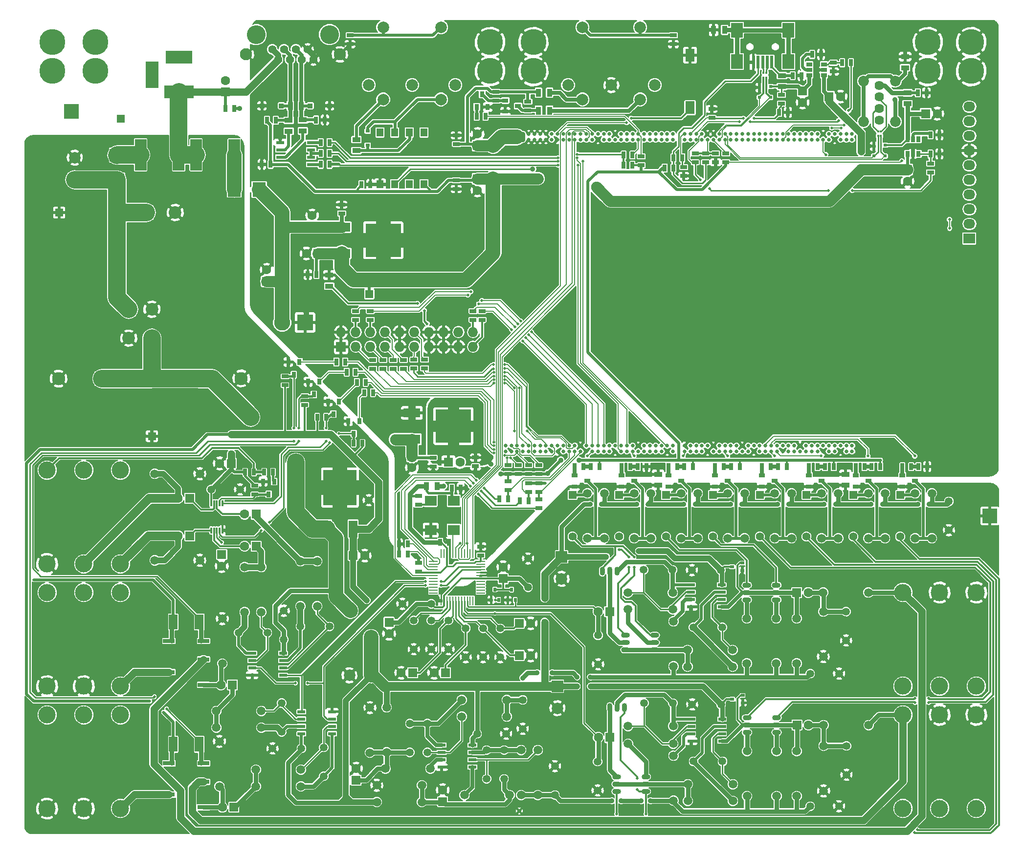
<source format=gtl>
G04 #@! TF.FileFunction,Copper,L1,Top,Signal*
%FSLAX46Y46*%
G04 Gerber Fmt 4.6, Leading zero omitted, Abs format (unit mm)*
G04 Created by KiCad (PCBNEW (2014-jul-16 BZR unknown)-product) date Qui 04 Dez 2014 14:44:21 BRST*
%MOMM*%
G01*
G04 APERTURE LIST*
%ADD10C,0.152400*%
%ADD11R,2.006600X1.803400*%
%ADD12R,1.400000X1.400000*%
%ADD13C,1.400000*%
%ADD14R,1.000760X0.800100*%
%ADD15C,1.500000*%
%ADD16R,1.500000X0.280000*%
%ADD17R,0.280000X1.500000*%
%ADD18C,1.350000*%
%ADD19R,1.600000X1.600000*%
%ADD20C,1.600000*%
%ADD21R,1.143000X0.635000*%
%ADD22R,0.635000X1.143000*%
%ADD23R,1.399540X0.599440*%
%ADD24R,0.700000X0.500000*%
%ADD25O,1.501140X0.899160*%
%ADD26O,0.899160X1.501140*%
%ADD27C,0.660400*%
%ADD28R,1.350000X1.350000*%
%ADD29R,1.998980X1.998980*%
%ADD30C,1.998980*%
%ADD31R,2.200000X2.200000*%
%ADD32C,2.200000*%
%ADD33R,2.300000X2.300000*%
%ADD34C,2.300000*%
%ADD35R,1.500000X2.600000*%
%ADD36R,0.600000X0.900000*%
%ADD37R,0.600000X0.500000*%
%ADD38R,2.500000X2.300000*%
%ADD39R,2.300000X2.500000*%
%ADD40R,0.685800X0.558800*%
%ADD41R,0.850000X0.850000*%
%ADD42R,0.889000X1.397000*%
%ADD43R,1.397000X0.889000*%
%ADD44C,3.000000*%
%ADD45C,1.620000*%
%ADD46C,1.850000*%
%ADD47R,0.500000X2.250000*%
%ADD48R,2.000000X2.500000*%
%ADD49C,2.100000*%
%ADD50C,3.251200*%
%ADD51C,2.000000*%
%ADD52R,4.600000X2.300000*%
%ADD53R,5.100000X2.300000*%
%ADD54R,2.300000X4.600000*%
%ADD55R,0.340000X0.400000*%
%ADD56R,1.727200X1.727200*%
%ADD57O,1.727200X1.727200*%
%ADD58R,0.800100X1.000760*%
%ADD59R,1.600000X2.200000*%
%ADD60R,6.197600X5.791200*%
%ADD61R,2.997200X1.600200*%
%ADD62R,1.000760X0.701040*%
%ADD63R,0.701040X1.000760*%
%ADD64R,5.791200X6.197600*%
%ADD65R,1.600200X2.997200*%
%ADD66R,0.300000X1.100000*%
%ADD67R,2.000000X5.400000*%
%ADD68C,4.500000*%
%ADD69R,2.794000X2.794000*%
%ADD70C,2.794000*%
%ADD71R,2.500000X2.500000*%
%ADD72R,2.000000X0.800000*%
%ADD73R,0.500000X0.700000*%
%ADD74C,0.457200*%
%ADD75R,1.200000X1.400000*%
%ADD76R,2.032000X1.727200*%
%ADD77O,2.032000X1.727200*%
%ADD78C,1.905000*%
%ADD79C,1.270000*%
%ADD80C,2.540000*%
%ADD81C,0.508000*%
%ADD82C,0.889000*%
%ADD83C,1.016000*%
%ADD84C,0.304800*%
%ADD85C,0.203200*%
%ADD86C,1.905000*%
%ADD87C,0.635000*%
%ADD88C,1.270000*%
%ADD89C,0.508000*%
%ADD90C,0.762000*%
%ADD91C,2.540000*%
%ADD92C,0.127000*%
%ADD93C,0.254000*%
%ADD94C,3.048000*%
%ADD95C,1.016000*%
%ADD96C,1.524000*%
%ADD97C,0.381000*%
G04 APERTURE END LIST*
D10*
D11*
X70576100Y-83530000D03*
X70576100Y-88610000D03*
X74563900Y-88610000D03*
X74563900Y-83530000D03*
D12*
X127540000Y-82555000D03*
D13*
X127540000Y-89755000D03*
D12*
X143740000Y-82555000D03*
D13*
X143740000Y-89755000D03*
D12*
X135640000Y-82555000D03*
D13*
X135640000Y-89755000D03*
D12*
X151840000Y-82555000D03*
D13*
X151840000Y-89755000D03*
D14*
X130139820Y-80105000D03*
X127940180Y-81057500D03*
X127940180Y-79152500D03*
X146339820Y-80105000D03*
X144140180Y-81057500D03*
X144140180Y-79152500D03*
X138239820Y-80105000D03*
X136040180Y-81057500D03*
X136040180Y-79152500D03*
X154439820Y-80105000D03*
X152240180Y-81057500D03*
X152240180Y-79152500D03*
D15*
X130140000Y-82255000D03*
X130140000Y-90055000D03*
X146340000Y-82255000D03*
X146340000Y-90055000D03*
X133040000Y-82255000D03*
X133040000Y-90055000D03*
X149240000Y-82255000D03*
X149240000Y-90055000D03*
X138240000Y-82255000D03*
X138240000Y-90055000D03*
X154440000Y-82255000D03*
X154440000Y-90055000D03*
X141140000Y-82255000D03*
X141140000Y-90055000D03*
X157340000Y-82255000D03*
X157340000Y-90055000D03*
X124915000Y-82255000D03*
X124915000Y-90055000D03*
X108715000Y-82255000D03*
X108715000Y-90055000D03*
X122015000Y-82255000D03*
X122015000Y-90055000D03*
X105815000Y-82255000D03*
X105815000Y-90055000D03*
X116815000Y-82255000D03*
X116815000Y-90055000D03*
X100615000Y-82255000D03*
X100615000Y-90055000D03*
X113915000Y-82255000D03*
X113915000Y-90055000D03*
X97715000Y-82255000D03*
X97715000Y-90055000D03*
D14*
X122014820Y-80105000D03*
X119815180Y-81057500D03*
X119815180Y-79152500D03*
X105814820Y-80105000D03*
X103615180Y-81057500D03*
X103615180Y-79152500D03*
X113914820Y-80105000D03*
X111715180Y-81057500D03*
X111715180Y-79152500D03*
X97714820Y-80105000D03*
X95515180Y-81057500D03*
X95515180Y-79152500D03*
D12*
X119415000Y-82555000D03*
D13*
X119415000Y-89755000D03*
D12*
X103215000Y-82555000D03*
D13*
X103215000Y-89755000D03*
D12*
X111315000Y-82555000D03*
D13*
X111315000Y-89755000D03*
D12*
X95115000Y-82555000D03*
D13*
X95115000Y-89755000D03*
D16*
X71055440Y-95515000D03*
X71055440Y-96015000D03*
X71055440Y-96515000D03*
X71055440Y-97015000D03*
X71055440Y-97515000D03*
X71055440Y-94015000D03*
X71055440Y-94515000D03*
X71055440Y-95015000D03*
D17*
X72405000Y-100864560D03*
X72905000Y-100864560D03*
X73405000Y-100864560D03*
X73905000Y-100864560D03*
X74405000Y-100864560D03*
X74905000Y-100864560D03*
X75405000Y-100864560D03*
X75905000Y-100864560D03*
D16*
X79254560Y-99515000D03*
X79254560Y-99015000D03*
X79254560Y-98515000D03*
X79254560Y-98015000D03*
X79254560Y-97515000D03*
X79254560Y-97015000D03*
X79254560Y-96515000D03*
X79254560Y-96015000D03*
D17*
X77905000Y-92665440D03*
X77405000Y-92665440D03*
X76905000Y-92665440D03*
X76405000Y-92665440D03*
X75905000Y-92665440D03*
X75405000Y-92665440D03*
X74905000Y-92665440D03*
X74405000Y-92665440D03*
D16*
X71055440Y-98015000D03*
X71055440Y-98515000D03*
X71055440Y-99015000D03*
X71055440Y-99515000D03*
D17*
X76405000Y-100864560D03*
X76905000Y-100864560D03*
X77405000Y-100864560D03*
X77905000Y-100864560D03*
D16*
X79254560Y-95515000D03*
X79254560Y-95015000D03*
X79254560Y-94515000D03*
X79254560Y-94015000D03*
D17*
X73905000Y-92665440D03*
X73405000Y-92665440D03*
X72905000Y-92665440D03*
X72405000Y-92665440D03*
D18*
X82655000Y-110660000D03*
X82655000Y-105660000D03*
D19*
X85900000Y-104770000D03*
D20*
X87900000Y-104770000D03*
D18*
X79650000Y-110660000D03*
X79650000Y-105660000D03*
D19*
X85900000Y-110350000D03*
D20*
X87900000Y-110350000D03*
D18*
X76650000Y-110660000D03*
X76650000Y-105660000D03*
D19*
X73150000Y-113350000D03*
D20*
X71150000Y-113350000D03*
D18*
X73655000Y-109255000D03*
X73655000Y-104255000D03*
D19*
X67450000Y-113350000D03*
D20*
X65450000Y-113350000D03*
D18*
X70655000Y-109255000D03*
X70655000Y-104255000D03*
X67655000Y-109255000D03*
X67655000Y-104255000D03*
X87420000Y-93550000D03*
X87420000Y-98550000D03*
D21*
X79250000Y-91468000D03*
X79250000Y-92992000D03*
D19*
X83130000Y-97040000D03*
D20*
X83130000Y-95040000D03*
D22*
X73742000Y-90730000D03*
X72218000Y-90730000D03*
D19*
X63360000Y-104590000D03*
D20*
X63360000Y-106590000D03*
D18*
X65655000Y-101405000D03*
X70655000Y-101405000D03*
D21*
X68510000Y-94318000D03*
X68510000Y-95842000D03*
D23*
X45007000Y-109945000D03*
X39673000Y-109945000D03*
X45007000Y-111215000D03*
X45007000Y-112485000D03*
X45007000Y-113755000D03*
X39673000Y-111215000D03*
X39673000Y-112485000D03*
X39673000Y-113755000D03*
X48193000Y-123905000D03*
X53527000Y-123905000D03*
X48193000Y-122635000D03*
X48193000Y-121365000D03*
X48193000Y-120095000D03*
X53527000Y-122635000D03*
X53527000Y-121365000D03*
X53527000Y-120095000D03*
D15*
X34490000Y-111770000D03*
X34490000Y-103970000D03*
X34000000Y-133050000D03*
X34000000Y-125250000D03*
X48025000Y-94025000D03*
X48025000Y-101825000D03*
X38350000Y-95050000D03*
X38350000Y-102850000D03*
X33460000Y-122870000D03*
X41260000Y-122870000D03*
X40300000Y-133040000D03*
X48100000Y-133040000D03*
X50925000Y-94025000D03*
X50925000Y-101825000D03*
X41240000Y-95040000D03*
X41240000Y-102840000D03*
X33460000Y-119970000D03*
X41260000Y-119970000D03*
X40300000Y-130140000D03*
X48100000Y-130140000D03*
D19*
X40350000Y-85870000D03*
D20*
X38350000Y-85870000D03*
D19*
X40350000Y-91420000D03*
D20*
X38350000Y-91420000D03*
D19*
X36250000Y-115450000D03*
D20*
X34250000Y-115450000D03*
D19*
X36500000Y-136650000D03*
D20*
X34500000Y-136650000D03*
D18*
X45150000Y-102600000D03*
X45150000Y-107600000D03*
X43200000Y-126450000D03*
X48200000Y-126450000D03*
D23*
X77792000Y-125895000D03*
X72458000Y-125895000D03*
X77792000Y-127165000D03*
X77792000Y-128435000D03*
X77792000Y-129705000D03*
X72458000Y-127165000D03*
X72458000Y-128435000D03*
X72458000Y-129705000D03*
D15*
X86225000Y-134550000D03*
X86225000Y-126750000D03*
X89125000Y-134550000D03*
X89125000Y-126750000D03*
X84225000Y-134550000D03*
X76425000Y-134550000D03*
X69050000Y-132850000D03*
X61250000Y-132850000D03*
X61250000Y-135750000D03*
X69050000Y-135750000D03*
X83750000Y-118050000D03*
X75950000Y-118050000D03*
X83750000Y-120950000D03*
X75950000Y-120950000D03*
X62725000Y-129950000D03*
X70525000Y-129950000D03*
X60050000Y-127200000D03*
X60050000Y-119400000D03*
X62950000Y-119350000D03*
X62950000Y-127150000D03*
D18*
X80275000Y-131750000D03*
X80275000Y-126750000D03*
X83275000Y-131750000D03*
X83275000Y-126750000D03*
X69975000Y-127150000D03*
X69975000Y-122150000D03*
X66975000Y-127150000D03*
X66975000Y-122150000D03*
X92075000Y-129550000D03*
X92075000Y-134550000D03*
D19*
X72650000Y-135700000D03*
D20*
X72650000Y-133700000D03*
D18*
X86480000Y-123050000D03*
X86480000Y-118050000D03*
X83625000Y-123900000D03*
X78625000Y-123900000D03*
D19*
X57650000Y-131950000D03*
D20*
X57650000Y-129950000D03*
D18*
X115800000Y-95575000D03*
X120800000Y-95575000D03*
D19*
X133950000Y-99440000D03*
D20*
X135950000Y-99440000D03*
D19*
X101550000Y-102750000D03*
D20*
X99550000Y-102750000D03*
D18*
X99560000Y-111870000D03*
X99560000Y-106870000D03*
D24*
X124540000Y-94320000D03*
X124540000Y-95620000D03*
X122740000Y-94970000D03*
D25*
X130400000Y-99440000D03*
X130400000Y-98170000D03*
X130400000Y-100710000D03*
X125300000Y-99440000D03*
X125300000Y-98170000D03*
X125300000Y-100710000D03*
X109350000Y-108130000D03*
X109350000Y-106860000D03*
X109350000Y-109400000D03*
X104300000Y-108130000D03*
X104300000Y-106860000D03*
X104300000Y-109400000D03*
D26*
X101550000Y-95775000D03*
X100280000Y-95775000D03*
X102820000Y-95775000D03*
D15*
X138540000Y-99440000D03*
X146340000Y-99440000D03*
X138550000Y-102750000D03*
X138550000Y-110550000D03*
X133940000Y-111740000D03*
X133940000Y-103940000D03*
X130400000Y-111740000D03*
X130400000Y-103940000D03*
X125300000Y-111740000D03*
X125300000Y-103940000D03*
X115050000Y-112300000D03*
X122850000Y-112300000D03*
X115050000Y-109400000D03*
X122850000Y-109400000D03*
X112500000Y-102375000D03*
X104700000Y-102375000D03*
X112610000Y-104450000D03*
X112610000Y-112250000D03*
X112500000Y-99475000D03*
X104700000Y-99475000D03*
D23*
X120967000Y-98120000D03*
X115633000Y-98120000D03*
X120967000Y-99390000D03*
X120967000Y-100660000D03*
X120967000Y-101930000D03*
X115633000Y-99390000D03*
X115633000Y-100660000D03*
X115633000Y-101930000D03*
X121017000Y-121384160D03*
X115683000Y-121384160D03*
X121017000Y-122654160D03*
X121017000Y-123924160D03*
X121017000Y-125194160D03*
X115683000Y-122654160D03*
X115683000Y-123924160D03*
X115683000Y-125194160D03*
D15*
X112550000Y-122579160D03*
X104750000Y-122579160D03*
X112610000Y-127724160D03*
X112610000Y-135524160D03*
X112550000Y-125654160D03*
X104750000Y-125654160D03*
X115100000Y-132664160D03*
X122900000Y-132664160D03*
X115100000Y-135564160D03*
X122900000Y-135564160D03*
X125350000Y-134714160D03*
X125350000Y-126914160D03*
X130460000Y-134714160D03*
X130460000Y-126914160D03*
X133940000Y-134714160D03*
X133940000Y-126914160D03*
X138600000Y-126014160D03*
X138600000Y-133814160D03*
X138600000Y-122414160D03*
X146400000Y-122414160D03*
D26*
X102860000Y-119354160D03*
X104130000Y-119354160D03*
X101590000Y-119354160D03*
D25*
X102750000Y-132654160D03*
X102750000Y-133924160D03*
X102750000Y-131384160D03*
X107820000Y-132654160D03*
X107820000Y-133924160D03*
X107820000Y-131384160D03*
X125340000Y-122414160D03*
X125340000Y-121144160D03*
X125340000Y-123684160D03*
X130460000Y-122414160D03*
X130460000Y-121144160D03*
X130460000Y-123684160D03*
D24*
X124580000Y-117264160D03*
X124580000Y-118564160D03*
X122780000Y-117914160D03*
D18*
X99470000Y-133734160D03*
X99470000Y-128734160D03*
D19*
X101600000Y-124554160D03*
D20*
X99600000Y-124554160D03*
D19*
X133990000Y-122414160D03*
D20*
X135990000Y-122414160D03*
D18*
X115850000Y-118839160D03*
X120850000Y-118839160D03*
D27*
X143530000Y-74000000D03*
X143530000Y-75000000D03*
X142530000Y-74000000D03*
X142530000Y-75000000D03*
X141530000Y-74000000D03*
X141530000Y-75000000D03*
X140530000Y-74000000D03*
X140530000Y-75000000D03*
X139530000Y-74000000D03*
X139530000Y-75000000D03*
X138530000Y-74000000D03*
X138530000Y-75000000D03*
X137530000Y-74000000D03*
X137530000Y-75000000D03*
X136530000Y-74000000D03*
X136530000Y-75000000D03*
X135530000Y-74000000D03*
X135530000Y-75000000D03*
X134530000Y-74000000D03*
X134530000Y-75000000D03*
X133530000Y-74000000D03*
X133530000Y-75000000D03*
X132530000Y-74000000D03*
X132530000Y-75000000D03*
X131530000Y-74000000D03*
X131530000Y-75000000D03*
X130530000Y-74000000D03*
X130530000Y-75000000D03*
X129530000Y-74000000D03*
X129530000Y-75000000D03*
X128530000Y-74000000D03*
X128530000Y-75000000D03*
X127530000Y-74000000D03*
X127530000Y-75000000D03*
X126530000Y-74000000D03*
X126530000Y-75000000D03*
X125530000Y-74000000D03*
X125530000Y-75000000D03*
X124530000Y-74000000D03*
X124530000Y-75000000D03*
X123530000Y-74000000D03*
X123530000Y-75000000D03*
X122530000Y-74000000D03*
X122530000Y-75000000D03*
X121530000Y-74000000D03*
X121530000Y-75000000D03*
X120530000Y-74000000D03*
X120530000Y-75000000D03*
X119530000Y-74000000D03*
X119530000Y-75000000D03*
X118530000Y-74000000D03*
X118530000Y-75000000D03*
X117530000Y-74000000D03*
X117530000Y-75000000D03*
X116530000Y-74000000D03*
X116530000Y-75000000D03*
X115530000Y-74000000D03*
X115530000Y-75000000D03*
X114530000Y-74000000D03*
X114530000Y-75000000D03*
X112530000Y-74000000D03*
X112530000Y-75000000D03*
X111530000Y-74000000D03*
X111530000Y-75000000D03*
X110530000Y-74000000D03*
X110530000Y-75000000D03*
X109530000Y-74000000D03*
X109530000Y-75000000D03*
X108530000Y-74000000D03*
X108530000Y-75000000D03*
X107530000Y-74000000D03*
X107530000Y-75000000D03*
X106530000Y-74000000D03*
X106530000Y-75000000D03*
X105530000Y-74000000D03*
X105530000Y-75000000D03*
X104530000Y-74000000D03*
X104530000Y-75000000D03*
X103530000Y-74000000D03*
X103530000Y-75000000D03*
X102530000Y-74000000D03*
X102530000Y-75000000D03*
X101530000Y-74000000D03*
X101530000Y-75000000D03*
X100530000Y-74000000D03*
X100530000Y-75000000D03*
X99530000Y-74000000D03*
X99530000Y-75000000D03*
X98530000Y-74000000D03*
X98530000Y-75000000D03*
X97530000Y-74000000D03*
X97530000Y-75000000D03*
X96530000Y-74000000D03*
X96530000Y-75000000D03*
X95530000Y-74000000D03*
X95530000Y-75000000D03*
X94530000Y-74000000D03*
X94530000Y-75000000D03*
X93530000Y-74000000D03*
X93530000Y-75000000D03*
X92530000Y-74000000D03*
X92530000Y-75000000D03*
X91530000Y-74000000D03*
X91530000Y-75000000D03*
X90530000Y-74000000D03*
X90530000Y-75000000D03*
X89530000Y-74000000D03*
X89530000Y-75000000D03*
X88530000Y-74000000D03*
X88530000Y-75000000D03*
X87530000Y-74000000D03*
X87530000Y-75000000D03*
X86530000Y-74000000D03*
X86530000Y-75000000D03*
X85530000Y-74000000D03*
X85530000Y-75000000D03*
X84530000Y-74000000D03*
X84530000Y-75000000D03*
X83530000Y-74000000D03*
X83530000Y-75000000D03*
X143530000Y-20000000D03*
X143530000Y-21000000D03*
X142530000Y-20000000D03*
X142530000Y-21000000D03*
X141530000Y-20000000D03*
X141530000Y-21000000D03*
X140530000Y-20000000D03*
X140530000Y-21000000D03*
X139530000Y-20000000D03*
X139530000Y-21000000D03*
X138530000Y-20000000D03*
X138530000Y-21000000D03*
X137530000Y-20000000D03*
X137530000Y-21000000D03*
X136530000Y-20000000D03*
X136530000Y-21000000D03*
X135530000Y-20000000D03*
X135530000Y-21000000D03*
X134530000Y-20000000D03*
X134530000Y-21000000D03*
X133530000Y-20000000D03*
X133530000Y-21000000D03*
X132530000Y-20000000D03*
X132530000Y-21000000D03*
X131530000Y-20000000D03*
X131530000Y-21000000D03*
X130530000Y-20000000D03*
X130530000Y-21000000D03*
X129530000Y-20000000D03*
X129530000Y-21000000D03*
X128530000Y-20000000D03*
X128530000Y-21000000D03*
X127530000Y-20000000D03*
X127530000Y-21000000D03*
X126530000Y-20000000D03*
X126530000Y-21000000D03*
X125530000Y-20000000D03*
X125530000Y-21000000D03*
X124530000Y-20000000D03*
X124530000Y-21000000D03*
X123530000Y-20000000D03*
X123530000Y-21000000D03*
X122530000Y-20000000D03*
X122530000Y-21000000D03*
X121530000Y-20000000D03*
X121530000Y-21000000D03*
X120530000Y-20000000D03*
X120530000Y-21000000D03*
X119530000Y-20000000D03*
X119530000Y-21000000D03*
X118530000Y-20000000D03*
X118530000Y-21000000D03*
X117530000Y-20000000D03*
X117530000Y-21000000D03*
X116530000Y-20000000D03*
X116530000Y-21000000D03*
X115530000Y-20000000D03*
X115530000Y-21000000D03*
X114530000Y-20000000D03*
X114530000Y-21000000D03*
X112530000Y-20000000D03*
X112530000Y-21000000D03*
X111530000Y-20000000D03*
X111530000Y-21000000D03*
X110530000Y-20000000D03*
X110530000Y-21000000D03*
X109530000Y-20000000D03*
X109530000Y-21000000D03*
X108530000Y-20000000D03*
X108530000Y-21000000D03*
X107530000Y-20000000D03*
X107530000Y-21000000D03*
X106530000Y-20000000D03*
X106530000Y-21000000D03*
X105530000Y-20000000D03*
X105530000Y-21000000D03*
X104530000Y-20000000D03*
X104530000Y-21000000D03*
X103530000Y-20000000D03*
X103530000Y-21000000D03*
X102530000Y-20000000D03*
X102530000Y-21000000D03*
X101530000Y-20000000D03*
X101530000Y-21000000D03*
X100530000Y-20000000D03*
X100530000Y-21000000D03*
X99530000Y-20000000D03*
X99530000Y-21000000D03*
X98530000Y-20000000D03*
X98530000Y-21000000D03*
X97530000Y-20000000D03*
X97530000Y-21000000D03*
X96530000Y-20000000D03*
X96530000Y-21000000D03*
X95530000Y-20000000D03*
X95530000Y-21000000D03*
X94530000Y-20000000D03*
X94530000Y-21000000D03*
X93530000Y-20000000D03*
X93530000Y-21000000D03*
X92530000Y-20000000D03*
X92530000Y-21000000D03*
X91530000Y-20000000D03*
X91530000Y-21000000D03*
X90530000Y-20000000D03*
X90530000Y-21000000D03*
X89530000Y-20000000D03*
X89530000Y-21000000D03*
X88530000Y-20000000D03*
X88530000Y-21000000D03*
X87530000Y-20000000D03*
X87530000Y-21000000D03*
X86530000Y-20000000D03*
X86530000Y-21000000D03*
X85530000Y-20000000D03*
X85530000Y-21000000D03*
X84530000Y-20000000D03*
X84530000Y-21000000D03*
X83530000Y-20000000D03*
X83530000Y-21000000D03*
D22*
X41338000Y-25250000D03*
X42862000Y-25250000D03*
D21*
X55150000Y-33762000D03*
X55150000Y-32238000D03*
D19*
X50050000Y-36100000D03*
D20*
X50050000Y-34100000D03*
D19*
X51060000Y-40680000D03*
D20*
X49060000Y-40680000D03*
D19*
X42170000Y-45520000D03*
D20*
X42170000Y-43520000D03*
D22*
X50822000Y-44360000D03*
X49298000Y-44360000D03*
D19*
X78680000Y-27760000D03*
D20*
X78680000Y-29760000D03*
D21*
X75000000Y-27988000D03*
X75000000Y-29512000D03*
X75010000Y-20208000D03*
X75010000Y-21732000D03*
D19*
X78680000Y-21980000D03*
D20*
X78680000Y-19980000D03*
D22*
X156417000Y-12850000D03*
X154893000Y-12850000D03*
X134782000Y-9850000D03*
X133258000Y-9850000D03*
D19*
X156275000Y-16450000D03*
D20*
X158275000Y-16450000D03*
D19*
X134970000Y-12520000D03*
D20*
X134970000Y-14520000D03*
D22*
X132422000Y-16240000D03*
X130898000Y-16240000D03*
D28*
X16950000Y-17300000D03*
X26950000Y-17300000D03*
D29*
X8950000Y-27905000D03*
D30*
X8950000Y-24095000D03*
D19*
X139550000Y-13510000D03*
D20*
X141550000Y-13510000D03*
D19*
X153125000Y-26150000D03*
D20*
X153125000Y-28150000D03*
D21*
X112600000Y-2888000D03*
X112600000Y-4412000D03*
X56600000Y-2888000D03*
X56600000Y-4412000D03*
D19*
X35050000Y-12700000D03*
D20*
X35050000Y-10700000D03*
D22*
X35063000Y-15575000D03*
X36587000Y-15575000D03*
X58608000Y-28730000D03*
X60132000Y-28730000D03*
D28*
X16250000Y-33600000D03*
X6250000Y-33600000D03*
D31*
X21350000Y-33600000D03*
D32*
X26350000Y-33600000D03*
D33*
X30280000Y-62350000D03*
D34*
X37780000Y-62350000D03*
D33*
X13650000Y-62365000D03*
D34*
X6150000Y-62365000D03*
D28*
X22300000Y-62365000D03*
X22300000Y-72365000D03*
D29*
X93240000Y-93275000D03*
D30*
X93240000Y-97085000D03*
D29*
X92511880Y-115679220D03*
D30*
X92511880Y-119489220D03*
D19*
X57160000Y-93050000D03*
D20*
X59160000Y-93050000D03*
D18*
X59830000Y-88440000D03*
X59830000Y-83440000D03*
D19*
X36050000Y-77070000D03*
D20*
X34050000Y-77070000D03*
D18*
X37550000Y-81570000D03*
X32550000Y-81570000D03*
D19*
X34400000Y-92870000D03*
D20*
X34400000Y-94870000D03*
D19*
X28850000Y-89620000D03*
D20*
X26850000Y-89620000D03*
D19*
X28850000Y-83120000D03*
D20*
X26850000Y-83120000D03*
D35*
X30500000Y-125750000D03*
X26000000Y-125750000D03*
X30500000Y-104550000D03*
X26000000Y-104550000D03*
D36*
X147325000Y-22110000D03*
D37*
X147325000Y-23810000D03*
X149225000Y-23810000D03*
X149225000Y-21910000D03*
D36*
X127500000Y-11950000D03*
D37*
X127500000Y-13650000D03*
X129400000Y-13650000D03*
X129400000Y-11750000D03*
D38*
X16250000Y-23650000D03*
X16250000Y-27950000D03*
D39*
X36550000Y-29600000D03*
X40850000Y-29600000D03*
D40*
X59660000Y-21919200D03*
X59660000Y-19480800D03*
D41*
X49725000Y-15100000D03*
X53075000Y-15100000D03*
X44725000Y-15100000D03*
X41375000Y-15100000D03*
D42*
X119547500Y-1950000D03*
X121452500Y-1950000D03*
D43*
X152715000Y-6587500D03*
X152715000Y-8492500D03*
X153135000Y-12847500D03*
X153135000Y-14752500D03*
X131350000Y-9847500D03*
X131350000Y-11752500D03*
D44*
X158690000Y-115675000D03*
X165040000Y-115675000D03*
X152340000Y-115675000D03*
X158690000Y-99445000D03*
X165040000Y-99445000D03*
X152340000Y-99445000D03*
X158690000Y-136875000D03*
X165040000Y-136875000D03*
X152340000Y-136875000D03*
X158690000Y-120645000D03*
X165040000Y-120645000D03*
X152340000Y-120645000D03*
X10510000Y-99445000D03*
X4160000Y-99445000D03*
X16860000Y-99445000D03*
X10510000Y-115675000D03*
X4160000Y-115675000D03*
X16860000Y-115675000D03*
X10510000Y-120645000D03*
X4160000Y-120645000D03*
X16860000Y-120645000D03*
X10510000Y-136875000D03*
X4160000Y-136875000D03*
X16860000Y-136875000D03*
X10510000Y-78245000D03*
X4160000Y-78245000D03*
X16860000Y-78245000D03*
X10510000Y-94475000D03*
X4160000Y-94475000D03*
X16860000Y-94475000D03*
D45*
X148275000Y-11560000D03*
X148275000Y-13560000D03*
X148275000Y-15560000D03*
D46*
X150995000Y-10830000D03*
D45*
X148275000Y-17560000D03*
D46*
X150995000Y-17830000D03*
X145555000Y-10830000D03*
X145555000Y-17830000D03*
D47*
X129650000Y-7550000D03*
X128850000Y-7550000D03*
X128050000Y-7550000D03*
X127250000Y-7550000D03*
X126450000Y-7550000D03*
D48*
X132500000Y-7425000D03*
X132500000Y-1975000D03*
X123600000Y-7425000D03*
X123600000Y-1975000D03*
D49*
X54850000Y-6200000D03*
X38590000Y-6200000D03*
D13*
X50290000Y-7088000D03*
X48250000Y-7088000D03*
X46210000Y-7088000D03*
X44170000Y-7088000D03*
X47230000Y-5310000D03*
X45190000Y-5310000D03*
X49270000Y-5310000D03*
X43150000Y-5310000D03*
D50*
X40370000Y-2770000D03*
X53070000Y-2770000D03*
D51*
X96850000Y-14000000D03*
X96850000Y-1500000D03*
X94350000Y-11500000D03*
X101850000Y-11500000D03*
X109350000Y-11500000D03*
X106850000Y-14000000D03*
X106850000Y-1500000D03*
X62350000Y-14000000D03*
X62350000Y-1500000D03*
X59850000Y-11500000D03*
X67350000Y-11500000D03*
X74850000Y-11500000D03*
X72350000Y-14000000D03*
X72350000Y-1500000D03*
D52*
X27000000Y-6700000D03*
D53*
X27000000Y-12700000D03*
D54*
X22300000Y-9700000D03*
D32*
X18300000Y-55365000D03*
X18300000Y-50365000D03*
X22300000Y-50365000D03*
X22300000Y-55365000D03*
D55*
X148525000Y-19540000D03*
X148025000Y-19540000D03*
X148025000Y-20340000D03*
X148525000Y-20340000D03*
X128700000Y-9400000D03*
X128200000Y-9400000D03*
X128200000Y-10200000D03*
X128700000Y-10200000D03*
D56*
X55045000Y-56870000D03*
D57*
X55045000Y-54330000D03*
X57585000Y-56870000D03*
X57585000Y-54330000D03*
X60125000Y-56870000D03*
X60125000Y-54330000D03*
X62665000Y-56870000D03*
X62665000Y-54330000D03*
X65205000Y-56870000D03*
X65205000Y-54330000D03*
X67745000Y-56870000D03*
X67745000Y-54330000D03*
X70285000Y-56870000D03*
X70285000Y-54330000D03*
X72825000Y-56870000D03*
X72825000Y-54330000D03*
X75365000Y-56870000D03*
X75365000Y-54330000D03*
X77905000Y-56870000D03*
X77905000Y-54330000D03*
D58*
X42510000Y-82419820D03*
X41557500Y-80220180D03*
X43462500Y-80220180D03*
X46870000Y-61699820D03*
X45917500Y-59500180D03*
X47822500Y-59500180D03*
X50329580Y-65107740D03*
X49377080Y-62908100D03*
X51282080Y-62908100D03*
D14*
X85699820Y-15140000D03*
X83500180Y-16092500D03*
X83500180Y-14187500D03*
D58*
X79500000Y-13120180D03*
X80452500Y-15319820D03*
X78547500Y-15319820D03*
D43*
X48450000Y-19452500D03*
X48450000Y-17547500D03*
X46000000Y-17597500D03*
X46000000Y-19502500D03*
D22*
X53062000Y-25250000D03*
X51538000Y-25250000D03*
X53062000Y-23350000D03*
X51538000Y-23350000D03*
X53062000Y-21450000D03*
X51538000Y-21450000D03*
D21*
X77900000Y-50663000D03*
X77900000Y-52187000D03*
X57575000Y-50663000D03*
X57575000Y-52187000D03*
X79450000Y-50663000D03*
X79450000Y-52187000D03*
X60125000Y-50663000D03*
X60125000Y-52187000D03*
D22*
X114488000Y-77635000D03*
X116012000Y-77635000D03*
X122588000Y-77635000D03*
X124112000Y-77635000D03*
X106413000Y-77635000D03*
X107937000Y-77635000D03*
X98313000Y-77635000D03*
X99837000Y-77635000D03*
X146913000Y-77635000D03*
X148437000Y-77635000D03*
X97037000Y-77635000D03*
X95513000Y-77635000D03*
X105137000Y-77635000D03*
X103613000Y-77635000D03*
X113237000Y-77635000D03*
X111713000Y-77635000D03*
X121337000Y-77635000D03*
X119813000Y-77635000D03*
X155013000Y-77635000D03*
X156537000Y-77635000D03*
X138838000Y-77635000D03*
X140362000Y-77635000D03*
X130713000Y-77635000D03*
X132237000Y-77635000D03*
X129462000Y-77635000D03*
X127938000Y-77635000D03*
X137562000Y-77635000D03*
X136038000Y-77635000D03*
X145662000Y-77635000D03*
X144138000Y-77635000D03*
X153762000Y-77635000D03*
X152238000Y-77635000D03*
D21*
X40100000Y-80908000D03*
X40100000Y-82432000D03*
X45330000Y-61988000D03*
X45330000Y-63512000D03*
X48790000Y-65398000D03*
X48790000Y-66922000D03*
X119240000Y-15648000D03*
X119240000Y-17172000D03*
X131300000Y-13198000D03*
X131300000Y-14722000D03*
D22*
X136628000Y-6200000D03*
X138152000Y-6200000D03*
X157113000Y-20150000D03*
X158637000Y-20150000D03*
D21*
X140310000Y-9162000D03*
X140310000Y-7638000D03*
D22*
X158637000Y-23450000D03*
X157113000Y-23450000D03*
D21*
X157125000Y-26612000D03*
X157125000Y-25088000D03*
D22*
X143352000Y-7640000D03*
X141828000Y-7640000D03*
D42*
X91152500Y-12840000D03*
X89247500Y-12840000D03*
D43*
X57720000Y-20947500D03*
X57720000Y-22852500D03*
D42*
X91152500Y-15940000D03*
X89247500Y-15940000D03*
X46272500Y-15100000D03*
X48177500Y-15100000D03*
D21*
X87400000Y-15902000D03*
X87400000Y-14378000D03*
X81900000Y-14202000D03*
X81900000Y-12678000D03*
D22*
X43762000Y-17600000D03*
X42238000Y-17600000D03*
X52262000Y-17550000D03*
X50738000Y-17550000D03*
D21*
X68440000Y-84222000D03*
X68440000Y-82698000D03*
X89270000Y-81992000D03*
X89270000Y-80468000D03*
X87500000Y-81992000D03*
X87500000Y-80468000D03*
X83960000Y-80168000D03*
X83960000Y-81692000D03*
D22*
X87502000Y-83510000D03*
X85978000Y-83510000D03*
D21*
X89270000Y-83258000D03*
X89270000Y-84782000D03*
D22*
X66612000Y-91030000D03*
X65088000Y-91030000D03*
X66612000Y-92800000D03*
X65088000Y-92800000D03*
D59*
X115490000Y-15430000D03*
X115490000Y-6330000D03*
D12*
X59940000Y-47750000D03*
D23*
X44533000Y-25255000D03*
X49867000Y-25255000D03*
X44533000Y-23985000D03*
X44533000Y-22715000D03*
X44533000Y-21445000D03*
X49867000Y-23985000D03*
X49867000Y-22715000D03*
X49867000Y-21445000D03*
D60*
X62344000Y-38400000D03*
D61*
X55155800Y-36114000D03*
X55155800Y-40686000D03*
D62*
X136130000Y-9832500D03*
X136130000Y-8880000D03*
X136130000Y-7927500D03*
X138670000Y-7927500D03*
X138670000Y-8880000D03*
X138670000Y-9832500D03*
D63*
X153122500Y-20880000D03*
X154075000Y-20880000D03*
X155027500Y-20880000D03*
X155027500Y-23420000D03*
X154075000Y-23420000D03*
X153122500Y-23420000D03*
D64*
X54870000Y-81236000D03*
D65*
X52584000Y-88424200D03*
X57156000Y-88424200D03*
D60*
X74514000Y-70610000D03*
D61*
X67325800Y-68324000D03*
X67325800Y-72896000D03*
D66*
X32550000Y-88670000D03*
X33050000Y-88670000D03*
X33550000Y-88670000D03*
X34050000Y-88670000D03*
X34550000Y-88670000D03*
X34550000Y-83970000D03*
X34050000Y-83970000D03*
X33550000Y-83970000D03*
X33050000Y-83970000D03*
X32550000Y-83970000D03*
D67*
X26950000Y-23600000D03*
X20350000Y-23600000D03*
X29950000Y-23600000D03*
X36550000Y-23600000D03*
D15*
X30600000Y-93870000D03*
X22800000Y-93870000D03*
X22800000Y-78870000D03*
X30600000Y-78870000D03*
D29*
X60315000Y-113790000D03*
D30*
X56505000Y-113790000D03*
D18*
X141260000Y-136484160D03*
X136260000Y-136484160D03*
X141260000Y-113500000D03*
X136260000Y-113500000D03*
D22*
X38438000Y-78570000D03*
X39962000Y-78570000D03*
X41738000Y-78570000D03*
X43262000Y-78570000D03*
D21*
X60550000Y-60652000D03*
X60550000Y-59128000D03*
X67640000Y-60632000D03*
X67640000Y-59108000D03*
X64085000Y-60652000D03*
X64085000Y-59128000D03*
X65860000Y-60652000D03*
X65860000Y-59128000D03*
X69510000Y-60602000D03*
X69510000Y-59078000D03*
X62320000Y-60652000D03*
X62320000Y-59128000D03*
D22*
X112612000Y-25880000D03*
X111088000Y-25880000D03*
D21*
X107030000Y-23868000D03*
X107030000Y-25392000D03*
D22*
X78548000Y-16950000D03*
X80072000Y-16950000D03*
X112618000Y-24110000D03*
X114142000Y-24110000D03*
D21*
X116370000Y-24892000D03*
X116370000Y-23368000D03*
X121680000Y-24892000D03*
X121680000Y-23368000D03*
D22*
X103988000Y-23630000D03*
X105512000Y-23630000D03*
D21*
X118140000Y-23368000D03*
X118140000Y-24892000D03*
D22*
X103988000Y-25400000D03*
X105512000Y-25400000D03*
D21*
X83960000Y-78902000D03*
X83960000Y-77378000D03*
X87500000Y-78902000D03*
X87500000Y-77378000D03*
X89270000Y-77378000D03*
X89270000Y-78902000D03*
X85730000Y-78902000D03*
X85730000Y-77378000D03*
D22*
X57532000Y-61270000D03*
X56008000Y-61270000D03*
X55772000Y-59500000D03*
X54248000Y-59500000D03*
X60572000Y-64810000D03*
X59048000Y-64810000D03*
X59302000Y-63040000D03*
X57778000Y-63040000D03*
D43*
X53000000Y-44437500D03*
X53000000Y-46342500D03*
D18*
X160300000Y-88655000D03*
X160300000Y-83655000D03*
D68*
X12550000Y-9075000D03*
X5050000Y-9075000D03*
X12550000Y-4075000D03*
X5050000Y-4075000D03*
X164150000Y-9075000D03*
X156650000Y-9075000D03*
X164150000Y-4075000D03*
X156650000Y-4075000D03*
X88350000Y-9080000D03*
X80850000Y-9080000D03*
X88350000Y-4080000D03*
X80850000Y-4080000D03*
D69*
X48806200Y-52650000D03*
D70*
X44843800Y-52650000D03*
D18*
X142550000Y-126014160D03*
X142550000Y-131014160D03*
X142500000Y-102750000D03*
X142500000Y-107750000D03*
X121100000Y-128714160D03*
X116100000Y-128714160D03*
X121050000Y-105450000D03*
X116050000Y-105450000D03*
X107500000Y-118629160D03*
X112500000Y-118629160D03*
X107450000Y-95525000D03*
X112450000Y-95525000D03*
X52060000Y-131280000D03*
X52060000Y-126280000D03*
X44760000Y-123600000D03*
X44760000Y-118600000D03*
X37290000Y-106430000D03*
X42290000Y-106430000D03*
X48030000Y-105320000D03*
X53030000Y-105320000D03*
D71*
X8370000Y-16030000D03*
X167360000Y-86160000D03*
D72*
X31250000Y-132250000D03*
X31250000Y-136650000D03*
X25250000Y-134450000D03*
X31250000Y-129050000D03*
X25250000Y-129050000D03*
X31250000Y-111050000D03*
X31250000Y-115450000D03*
X25250000Y-113250000D03*
X31250000Y-107850000D03*
X25250000Y-107850000D03*
D19*
X67330000Y-75820000D03*
D20*
X67330000Y-77820000D03*
D21*
X70990000Y-76058000D03*
X70990000Y-77582000D03*
D19*
X73660000Y-76820000D03*
D20*
X75660000Y-76820000D03*
D21*
X78340000Y-76048000D03*
X78340000Y-77572000D03*
D43*
X142380000Y-80862500D03*
X142380000Y-78957500D03*
X109950000Y-80862500D03*
X109950000Y-78957500D03*
D58*
X53740000Y-68519820D03*
X52787500Y-66320180D03*
X54692500Y-66320180D03*
X57260000Y-71929820D03*
X56307500Y-69730180D03*
X58212500Y-69730180D03*
D22*
X50918000Y-69060000D03*
X52442000Y-69060000D03*
X58782000Y-73560000D03*
X57258000Y-73560000D03*
X74238000Y-81380000D03*
X75762000Y-81380000D03*
D21*
X114380000Y-27252000D03*
X114380000Y-25728000D03*
X119910000Y-24892000D03*
X119910000Y-23368000D03*
D22*
X82438000Y-83210000D03*
X83962000Y-83210000D03*
D42*
X71702500Y-81020000D03*
X69797500Y-81020000D03*
D73*
X85220000Y-100740000D03*
X83920000Y-100740000D03*
X84570000Y-98940000D03*
X82330000Y-100720000D03*
X81030000Y-100720000D03*
X81680000Y-98920000D03*
D74*
X85900000Y-137296201D03*
X85900000Y-137296201D03*
X85900000Y-137296201D03*
X85900000Y-137296201D03*
X85900000Y-137296201D03*
X85900000Y-137296201D03*
X85900000Y-137296201D03*
X85900000Y-137296201D03*
X85900000Y-137296201D03*
X85900000Y-137296201D03*
X85900000Y-137296201D03*
X85900000Y-137296201D03*
X85900000Y-137296201D03*
X85900000Y-137296201D03*
X85900000Y-137296201D03*
X85900000Y-137296201D03*
D75*
X69420000Y-19720000D03*
X66880000Y-19720000D03*
X64340000Y-19720000D03*
X61800000Y-19720000D03*
X61800000Y-28720000D03*
X64340000Y-28720000D03*
X66880000Y-28720000D03*
X69420000Y-28720000D03*
D76*
X163830000Y-38100000D03*
D77*
X163830000Y-35560000D03*
X163830000Y-33020000D03*
X163830000Y-30480000D03*
X163830000Y-27940000D03*
X163830000Y-25400000D03*
X163830000Y-22860000D03*
X163830000Y-20320000D03*
X163830000Y-17780000D03*
X163830000Y-15240000D03*
D78*
X89160000Y-27720000D03*
X99270000Y-29220000D03*
D79*
X145070000Y-23010000D03*
D78*
X145070000Y-26150000D03*
D80*
X81380000Y-21990000D03*
X81390000Y-27720000D03*
D78*
X64470000Y-72920000D03*
D81*
X71973440Y-73149460D03*
X73243440Y-73149460D03*
X74513440Y-73149460D03*
X75783440Y-73149460D03*
X77053440Y-73149460D03*
X77053440Y-71879460D03*
X75783440Y-71879460D03*
X74513440Y-71879460D03*
X73243440Y-71879460D03*
X71973440Y-71879460D03*
X71973440Y-68069460D03*
X71973440Y-69339460D03*
X73243440Y-68069460D03*
X73243440Y-69339460D03*
X77053440Y-68069460D03*
X77053440Y-69339460D03*
X75783440Y-68069460D03*
X75783440Y-69339460D03*
X74513440Y-68069460D03*
X74513440Y-69339460D03*
X71973440Y-70609460D03*
X73243440Y-70609460D03*
X77053440Y-70609460D03*
X74514000Y-70610000D03*
X75783440Y-70609460D03*
D82*
X72800000Y-81020000D03*
X81000000Y-77160000D03*
X82740000Y-78900000D03*
X93090000Y-76520000D03*
X96290000Y-76510000D03*
X90840000Y-78770000D03*
D81*
X90420000Y-80460000D03*
X152148540Y-24638000D03*
D80*
X60280000Y-107200000D03*
X56680000Y-102600000D03*
X47210000Y-76890000D03*
X39420000Y-69060000D03*
D79*
X90300000Y-100410000D03*
X90300000Y-104600000D03*
D82*
X100155602Y-84170000D03*
X98160000Y-84170000D03*
D83*
X100950000Y-93250000D03*
X106600000Y-92270000D03*
X95879960Y-115691920D03*
X98280180Y-115691920D03*
D82*
X106274398Y-84170000D03*
X108260000Y-84170000D03*
X156890000Y-84170000D03*
X148790000Y-84170000D03*
X140690000Y-84170000D03*
X132590000Y-84170000D03*
X124460000Y-84170000D03*
X116360000Y-84170000D03*
X114374398Y-84170000D03*
X122474398Y-84170000D03*
X130599398Y-84170000D03*
X138699398Y-84170000D03*
X146799398Y-84170000D03*
X154899398Y-84170000D03*
X103543100Y-135524240D03*
X108635800Y-135524240D03*
X107025440Y-135524240D03*
X101937820Y-135524240D03*
X95950000Y-114080000D03*
X98220000Y-114080000D03*
X91630000Y-113340000D03*
X86480000Y-114260000D03*
X88990000Y-113340000D03*
D83*
X59490000Y-100790000D03*
X36070000Y-72060000D03*
D79*
X36070000Y-75420000D03*
D81*
X24310000Y-120200000D03*
X21950000Y-118284202D03*
X1890000Y-97230000D03*
X600000Y-97230000D03*
X81710000Y-103068500D03*
X81740000Y-100760000D03*
X34400000Y-90770000D03*
X156780000Y-118510000D03*
X154400000Y-118510000D03*
X154320000Y-141040000D03*
X102740460Y-137840720D03*
X104914700Y-95034100D03*
X104914700Y-93276420D03*
X103212900Y-92006420D03*
X154400000Y-117790000D03*
X156770000Y-117790000D03*
X106350000Y-131644160D03*
X106360000Y-133624160D03*
X154820000Y-140530000D03*
X107830620Y-137840720D03*
X105783380Y-95039180D03*
X105783380Y-93273880D03*
D82*
X150975000Y-14050000D03*
D81*
X77550000Y-47300000D03*
X79440000Y-48860000D03*
X88020000Y-54290000D03*
X86140000Y-52410000D03*
X76990000Y-47860000D03*
X78880000Y-49430000D03*
X87520000Y-54800000D03*
X85630000Y-52910000D03*
X86520000Y-55820000D03*
X84600000Y-53900000D03*
X87010000Y-55300000D03*
X85130000Y-53420000D03*
X117290000Y-27900000D03*
X118860000Y-29470000D03*
X139410000Y-29750000D03*
X143540000Y-29750000D03*
X114270000Y-75780000D03*
X113860000Y-77635000D03*
X121960000Y-75780000D03*
X121960000Y-77635000D03*
X105780000Y-75780000D03*
X105780000Y-77635000D03*
X81500000Y-73390000D03*
X97680000Y-75780000D03*
X97680000Y-77635000D03*
X146280000Y-75780000D03*
X146280000Y-77635000D03*
X154390000Y-77635000D03*
X154390000Y-75780000D03*
X138200000Y-77635000D03*
X138200000Y-75780000D03*
X130090000Y-77635000D03*
X130090000Y-75780000D03*
X126550000Y-17250000D03*
X124690000Y-17250000D03*
X125920000Y-17870000D03*
X124060000Y-17850000D03*
X142930000Y-15920000D03*
X141180000Y-17670000D03*
X79340000Y-81880000D03*
X77990000Y-80530000D03*
X78830000Y-82390000D03*
X77480000Y-81040000D03*
X105270000Y-17240000D03*
X104490000Y-18010000D03*
X76900000Y-90910000D03*
X75700000Y-90910000D03*
X69640000Y-97500000D03*
X72340000Y-97500000D03*
X49280000Y-115150000D03*
X47160000Y-115150000D03*
X72340000Y-98220000D03*
X69640000Y-98220000D03*
X24850000Y-119620000D03*
X22740000Y-117510000D03*
X46870000Y-73200000D03*
X46870000Y-70920000D03*
X47710000Y-70920000D03*
X47710000Y-73200000D03*
D82*
X70990000Y-78390000D03*
X55150000Y-31240000D03*
X124580000Y-119370000D03*
X53000000Y-43260000D03*
D81*
X79270000Y-86390000D03*
D82*
X79250000Y-90500000D03*
D81*
X84280000Y-86390000D03*
X62865000Y-83439000D03*
X60960000Y-76200000D03*
X63246000Y-93091000D03*
X60706000Y-97663000D03*
X66802000Y-96774000D03*
X83947000Y-113792000D03*
X76962000Y-113792000D03*
X53340000Y-76200000D03*
X57785000Y-86360000D03*
X53848000Y-86360000D03*
X50842202Y-84285798D03*
X50800000Y-78486000D03*
X58928000Y-81280000D03*
X139177780Y-2203460D03*
X128143000Y-3683000D03*
X50277780Y-10458460D03*
X44577000Y-10414000D03*
X46101000Y-29845000D03*
X41148000Y-20320000D03*
X77597000Y-33274000D03*
X67310000Y-48260000D03*
X61595000Y-52070000D03*
X54610000Y-52070000D03*
X67310000Y-52070000D03*
X61595000Y-48260000D03*
X55245000Y-46990000D03*
X56515000Y-62865000D03*
X61595000Y-67945000D03*
X86360000Y-58420000D03*
X92075000Y-67945000D03*
X48260000Y-46990000D03*
X41910000Y-35560000D03*
X154940000Y-96520000D03*
X148590000Y-96520000D03*
X142240000Y-96520000D03*
X135890000Y-96520000D03*
X128270000Y-96520000D03*
X57411620Y-83776820D03*
X57411620Y-82506820D03*
X56141620Y-83776820D03*
X56141620Y-82506820D03*
X54871620Y-83776820D03*
X54871620Y-82506820D03*
X53601620Y-83776820D03*
X53601620Y-82506820D03*
X52331620Y-83776820D03*
X52331620Y-82506820D03*
X52331620Y-78696820D03*
X53601620Y-78696820D03*
X54871620Y-78696820D03*
X56141620Y-78696820D03*
X57411620Y-78696820D03*
X56141620Y-79966820D03*
X57411620Y-79966820D03*
X52331620Y-79966820D03*
X53601620Y-79966820D03*
X54871620Y-79966820D03*
X57411620Y-81236820D03*
X52331620Y-81236820D03*
X53601620Y-81236820D03*
X54871620Y-81236820D03*
X56141620Y-81236820D03*
X64884300Y-40939720D03*
X63614300Y-40939720D03*
X62344300Y-40939720D03*
X61074300Y-40939720D03*
X59804300Y-40939720D03*
X59804300Y-39669720D03*
X61074300Y-39669720D03*
X64884300Y-39669720D03*
X63614300Y-39669720D03*
X64884300Y-37129720D03*
X64884300Y-35859720D03*
X63614300Y-35859720D03*
X61074300Y-35859720D03*
X59804300Y-37129720D03*
X59804300Y-35859720D03*
X61074300Y-37129720D03*
X62344300Y-35859720D03*
X63614300Y-37129720D03*
X64884300Y-38399720D03*
X59804300Y-38399720D03*
X62344300Y-39669720D03*
X62344300Y-37129720D03*
X61074300Y-38399720D03*
X63614300Y-38399720D03*
D82*
X65470000Y-89660000D03*
X68010000Y-93140000D03*
X76640000Y-81380000D03*
D81*
X83310000Y-100740000D03*
X80420000Y-100720000D03*
D82*
X109030000Y-77630000D03*
X157640000Y-77630000D03*
X141030000Y-78960000D03*
X108600000Y-78960000D03*
X140880000Y-80860000D03*
X108390000Y-80860000D03*
X44870000Y-59500000D03*
X48330000Y-62910000D03*
X51740000Y-66320000D03*
X55260000Y-69730000D03*
X37500000Y-15600000D03*
X96500000Y-81050000D03*
X104600000Y-81050000D03*
X112700000Y-81050000D03*
X120800000Y-81050000D03*
X128900000Y-81050000D03*
X137000000Y-81050000D03*
X145100000Y-81050000D03*
X153200000Y-81050000D03*
X74150000Y-94000000D03*
X41560000Y-81370000D03*
X152715000Y-5590000D03*
X126650000Y-11950000D03*
X159525000Y-20150000D03*
X154075000Y-22250000D03*
X159525000Y-23450000D03*
X84550000Y-16090000D03*
X112600000Y-5300000D03*
X41350000Y-24100000D03*
X44550000Y-20650000D03*
X53150000Y-17550000D03*
X54050000Y-15100000D03*
X40400000Y-15100000D03*
X35250000Y-88670000D03*
X115650000Y-102925000D03*
X80655000Y-96005000D03*
X71690000Y-100380000D03*
X78340000Y-78470000D03*
X81360000Y-15320000D03*
X115490000Y-4670000D03*
X137620000Y-8880000D03*
X140310000Y-10060000D03*
X133400000Y-16240000D03*
X119240000Y-14650000D03*
X125930000Y-9310000D03*
X115580000Y-27260000D03*
X119920000Y-25850000D03*
X124485400Y-96433640D03*
D79*
X64973200Y-68326000D03*
X67335400Y-66649600D03*
X67335400Y-69977000D03*
D81*
X5080000Y-40640000D03*
X12700000Y-48260000D03*
X12700000Y-40640000D03*
X12700000Y-55880000D03*
X5080000Y-48260000D03*
X5080000Y-55880000D03*
X12700000Y-71120000D03*
X5080000Y-71120000D03*
X20320000Y-40640000D03*
X27940000Y-48260000D03*
X27940000Y-40640000D03*
X35560000Y-33020000D03*
X22860000Y-25400000D03*
X33020000Y-25400000D03*
X27940000Y-55880000D03*
X35560000Y-40640000D03*
X35560000Y-48260000D03*
X35560000Y-55880000D03*
X5080000Y-86360000D03*
X20320000Y-106680000D03*
X5080000Y-106680000D03*
X12700000Y-78740000D03*
X12700000Y-99060000D03*
X12700000Y-106680000D03*
X20320000Y-129540000D03*
X5080000Y-129540000D03*
X12700000Y-121920000D03*
X12700000Y-129540000D03*
X38100000Y-119380000D03*
X111760000Y-137160000D03*
X99060000Y-137160000D03*
X83820000Y-137160000D03*
X68580000Y-137160000D03*
X53340000Y-137160000D03*
X38100000Y-132080000D03*
X60960000Y-137160000D03*
X76200000Y-137160000D03*
X91440000Y-137160000D03*
X106680000Y-137160000D03*
X96520000Y-121920000D03*
X96520000Y-129540000D03*
X91440000Y-124460000D03*
X45720000Y-88900000D03*
X38100000Y-99060000D03*
X30480000Y-101600000D03*
X45720000Y-96520000D03*
X33020000Y-86360000D03*
X20320000Y-86360000D03*
X12700000Y-86360000D03*
X27940000Y-86360000D03*
X50842202Y-81240000D03*
X50800000Y-76200000D03*
X55880000Y-86360000D03*
X50800000Y-86360000D03*
X55880000Y-76200000D03*
X40640000Y-76200000D03*
X149860000Y-129540000D03*
X165100000Y-129540000D03*
X160020000Y-129540000D03*
X149860000Y-109220000D03*
X160020000Y-109220000D03*
X165100000Y-109220000D03*
X132080000Y-91440000D03*
X142240000Y-91440000D03*
X165100000Y-91440000D03*
X149860000Y-91440000D03*
X157480000Y-91440000D03*
X127000000Y-106680000D03*
X137160000Y-106680000D03*
X132080000Y-106680000D03*
X127000000Y-129540000D03*
X137160000Y-129540000D03*
X132080000Y-129540000D03*
X121920000Y-116840000D03*
X137160000Y-116840000D03*
X144780000Y-116840000D03*
X129540000Y-116840000D03*
X99060000Y-99060000D03*
X93980000Y-109220000D03*
X93980000Y-104140000D03*
X167640000Y-81280000D03*
X152400000Y-86360000D03*
X137160000Y-86360000D03*
X119380000Y-86360000D03*
X104140000Y-86360000D03*
X93980000Y-83820000D03*
X91440000Y-88900000D03*
X96520000Y-86360000D03*
X111760000Y-86360000D03*
X129540000Y-86360000D03*
X144780000Y-86360000D03*
X160020000Y-86360000D03*
X106680000Y-111760000D03*
X119380000Y-129540000D03*
X114300000Y-129540000D03*
X109220000Y-119380000D03*
X109220000Y-127000000D03*
X119380000Y-134620000D03*
X119380000Y-106680000D03*
X114300000Y-106680000D03*
X109220000Y-96520000D03*
X109220000Y-104140000D03*
X119380000Y-111760000D03*
X118745000Y-124460000D03*
X116840000Y-121920000D03*
X118745000Y-101600000D03*
X116840000Y-99060000D03*
X81280000Y-118110000D03*
X86360000Y-132080000D03*
D82*
X73710000Y-129700000D03*
D81*
X58420000Y-123825000D03*
X64770000Y-118110000D03*
X73660000Y-123190000D03*
X75565000Y-127635000D03*
X72390000Y-118110000D03*
X64770000Y-123825000D03*
X67310000Y-130175000D03*
X40005000Y-106680000D03*
D82*
X41025000Y-113750000D03*
D81*
X43180000Y-111125000D03*
X50800000Y-105410000D03*
X45085000Y-121285000D03*
D82*
X53560000Y-119100000D03*
D81*
X52070000Y-128905000D03*
X50800000Y-121920000D03*
X43815000Y-130175000D03*
X45720000Y-137160000D03*
X27940000Y-109220000D03*
X30480000Y-119380000D03*
X29210000Y-114935000D03*
X27940000Y-131445000D03*
X26670000Y-78740000D03*
X26670000Y-96520000D03*
X62350400Y-33321000D03*
X62344300Y-38399720D03*
X62342780Y-42843460D03*
X66787780Y-38398460D03*
X57262780Y-35858460D03*
X59802780Y-33318460D03*
X66787780Y-33318460D03*
X66787780Y-35858460D03*
X64882780Y-33318460D03*
X59802780Y-42843460D03*
X57262780Y-42843460D03*
X57270400Y-38401000D03*
X57262780Y-40938460D03*
X66787780Y-40938460D03*
X64882780Y-42843460D03*
X66787780Y-42843460D03*
X72502780Y-43478460D03*
X72502780Y-38398460D03*
X77582780Y-38398460D03*
X72502780Y-33318460D03*
X44562780Y-2838460D03*
X48372780Y-2838460D03*
X54722780Y-10458460D03*
X72502780Y-6013460D03*
X62342780Y-6013460D03*
X53452780Y-19348460D03*
X57262780Y-33318460D03*
X47737780Y-23793460D03*
D82*
X75010000Y-19290000D03*
D81*
X68057780Y-22523460D03*
X72502780Y-26968460D03*
X101712780Y-1568460D03*
X95997780Y-6648460D03*
X107427780Y-6648460D03*
X123302780Y-13633460D03*
X118857780Y-7283460D03*
D82*
X118480000Y-1950000D03*
D81*
X118857780Y-11728460D03*
X148067780Y-9188460D03*
D82*
X139140000Y-6200000D03*
D81*
X148067780Y-2203460D03*
X165847780Y-76498460D03*
X165847780Y-25698460D03*
D82*
X157510000Y-12850000D03*
D81*
X165847780Y-12998460D03*
X115047780Y-63798460D03*
X140447780Y-63798460D03*
X165847780Y-63798460D03*
X153147780Y-63798460D03*
X127747780Y-63798460D03*
X84567780Y-48558460D03*
X92822780Y-53638460D03*
X115047780Y-51098460D03*
X140447780Y-51098460D03*
X153147780Y-51098460D03*
X127747780Y-51098460D03*
X102347780Y-51098460D03*
X83932780Y-39668460D03*
X90282780Y-42208460D03*
X86472780Y-29508460D03*
D82*
X135000000Y-11130000D03*
X115650000Y-126260000D03*
X75000000Y-30740000D03*
D81*
X63612780Y-26968460D03*
X165847780Y-38398460D03*
X165847780Y-51098460D03*
X115047780Y-38398460D03*
X140447780Y-38398460D03*
X153147780Y-38398460D03*
X102347780Y-38398460D03*
X146992340Y-19908520D03*
D82*
X146475000Y-22110000D03*
D81*
X69940000Y-52870000D03*
X69480000Y-50570000D03*
X68270000Y-49360000D03*
X53110000Y-73470000D03*
X54690000Y-71890000D03*
X41220000Y-88690000D03*
X42650000Y-87260000D03*
X52440000Y-70910000D03*
X52450000Y-73190000D03*
X83770000Y-76120000D03*
X81500000Y-74620000D03*
X81500000Y-75230000D03*
X83350000Y-75670000D03*
X84380000Y-76120000D03*
X81500000Y-74000000D03*
X78500000Y-80030000D03*
X79850000Y-81380000D03*
X83350000Y-63160000D03*
X81510000Y-63160000D03*
X87260000Y-71470000D03*
X85110000Y-71470000D03*
X83350000Y-61920000D03*
X81510000Y-61920000D03*
X83350000Y-61300000D03*
X81510000Y-61300000D03*
X85951060Y-63992760D03*
X85107780Y-63992760D03*
X81510000Y-62540000D03*
X83350000Y-62540000D03*
X83370000Y-60640000D03*
X81470000Y-60650000D03*
X92605860Y-25344120D03*
X96055180Y-25344120D03*
X96923860Y-24731980D03*
X92608400Y-24731980D03*
X95951040Y-24117300D03*
X92608400Y-24117300D03*
X81470000Y-59930000D03*
X83410000Y-59930000D03*
X95950000Y-23500000D03*
D82*
X88210000Y-26090000D03*
D81*
X160416240Y-36319460D03*
X160406080Y-34808160D03*
X138971020Y-23571200D03*
X141615160Y-18973800D03*
X140007340Y-18950940D03*
X142115540Y-18440400D03*
D84*
X58608000Y-28730000D02*
X57858000Y-29598000D01*
X57858000Y-29598000D02*
X58170000Y-29910000D01*
X69420000Y-28720000D02*
X69500000Y-28720000D01*
X69500000Y-28720000D02*
X70690000Y-29910000D01*
D85*
X69420000Y-28720000D02*
X69900000Y-28720000D01*
D86*
X139580000Y-31640000D02*
X101690000Y-31640000D01*
X145070000Y-26150000D02*
X139580000Y-31640000D01*
X89160000Y-27720000D02*
X81390000Y-27720000D01*
X101690000Y-31640000D02*
X99270000Y-29220000D01*
D87*
X138670000Y-9832500D02*
X138670000Y-12630000D01*
X138670000Y-12630000D02*
X139550000Y-13510000D01*
D88*
X145070000Y-23010000D02*
X145070000Y-19860000D01*
X139550000Y-14340000D02*
X139550000Y-13510000D01*
X145070000Y-19860000D02*
X139550000Y-14340000D01*
D86*
X145070000Y-26150000D02*
X153125000Y-26150000D01*
D89*
X59940000Y-47750000D02*
X59940000Y-45350000D01*
X59940000Y-45350000D02*
X59860000Y-45270000D01*
X87400000Y-14378000D02*
X87400000Y-12710000D01*
X87400000Y-12710000D02*
X87432000Y-12678000D01*
X81900000Y-12678000D02*
X87432000Y-12678000D01*
X87432000Y-12678000D02*
X89085500Y-12678000D01*
X89085500Y-12678000D02*
X89247500Y-12840000D01*
X89085500Y-12678000D02*
X89247500Y-12840000D01*
X153122500Y-23420000D02*
X153122500Y-26147500D01*
X153122500Y-26147500D02*
X153125000Y-26150000D01*
X42862000Y-25250000D02*
X42862000Y-18462000D01*
X42862000Y-18462000D02*
X42238000Y-17838000D01*
X42238000Y-17838000D02*
X42238000Y-17600000D01*
X44533000Y-25255000D02*
X42867000Y-25255000D01*
X42867000Y-25255000D02*
X42862000Y-25250000D01*
D90*
X83530000Y-20500000D02*
X83530000Y-21000000D01*
X83530000Y-20000000D02*
X83530000Y-20500000D01*
X84530000Y-20000000D02*
X84530000Y-21000000D01*
X85530000Y-20500000D02*
X85530000Y-21000000D01*
X85530000Y-20000000D02*
X85530000Y-20500000D01*
X86530000Y-20000000D02*
X86530000Y-21000000D01*
X86530000Y-20000000D02*
X85530000Y-20000000D01*
X86530000Y-21000000D02*
X85530000Y-21000000D01*
X85530000Y-20000000D02*
X84530000Y-20000000D01*
X84530000Y-20000000D02*
X83530000Y-20000000D01*
X84530000Y-21000000D02*
X83530000Y-21000000D01*
X85530000Y-21000000D02*
X84530000Y-21000000D01*
D89*
X78432000Y-21732000D02*
X78680000Y-21980000D01*
X76920000Y-21732000D02*
X78432000Y-21732000D01*
X75010000Y-21732000D02*
X76920000Y-21732000D01*
D91*
X82870000Y-20500000D02*
X83530000Y-20500000D01*
X82870000Y-20500000D02*
X81380000Y-21990000D01*
D86*
X81350000Y-27760000D02*
X81390000Y-27720000D01*
X78680000Y-27760000D02*
X81350000Y-27760000D01*
X81370000Y-21980000D02*
X81380000Y-21990000D01*
X78680000Y-21980000D02*
X81370000Y-21980000D01*
D89*
X78452000Y-27988000D02*
X78680000Y-27760000D01*
X75000000Y-27988000D02*
X78452000Y-27988000D01*
D91*
X81390000Y-40600000D02*
X76720000Y-45270000D01*
X81390000Y-27720000D02*
X81390000Y-40600000D01*
X76720000Y-45270000D02*
X59860000Y-45270000D01*
X59860000Y-45270000D02*
X57205000Y-45270000D01*
X57205000Y-45270000D02*
X55155800Y-43220800D01*
X55155800Y-43220800D02*
X55155800Y-40686000D01*
X82870000Y-20500000D02*
X85530000Y-20500000D01*
D86*
X51066000Y-40686000D02*
X51060000Y-40680000D01*
X55155800Y-40686000D02*
X51066000Y-40686000D01*
D89*
X50822000Y-40918000D02*
X51060000Y-40680000D01*
X50822000Y-44360000D02*
X50822000Y-40918000D01*
X81018000Y-12678000D02*
X80400000Y-12060000D01*
X80400000Y-12060000D02*
X78350000Y-12060000D01*
X78350000Y-12060000D02*
X76920000Y-13490000D01*
X76920000Y-13490000D02*
X76920000Y-21732000D01*
X81900000Y-12678000D02*
X81018000Y-12678000D01*
X50530000Y-29910000D02*
X45875000Y-25255000D01*
X60500000Y-29910000D02*
X58170000Y-29910000D01*
X58170000Y-29910000D02*
X50530000Y-29910000D01*
X45875000Y-25255000D02*
X44533000Y-25255000D01*
X71760000Y-29910000D02*
X71090000Y-29910000D01*
X71090000Y-29910000D02*
X70690000Y-29910000D01*
X70690000Y-29910000D02*
X60500000Y-29910000D01*
X73682000Y-27988000D02*
X71760000Y-29910000D01*
X75000000Y-27988000D02*
X73682000Y-27988000D01*
D86*
X42170000Y-45520000D02*
X44727600Y-45520000D01*
X44727600Y-45520000D02*
X44843800Y-45403800D01*
D91*
X44843800Y-35943800D02*
X44843800Y-45403800D01*
X44843800Y-45403800D02*
X44843800Y-52650000D01*
D86*
X67301800Y-72920000D02*
X64470000Y-72920000D01*
X67301800Y-72920000D02*
X67325800Y-72896000D01*
X55141800Y-36100000D02*
X55155800Y-36114000D01*
X50050000Y-36100000D02*
X55141800Y-36100000D01*
D87*
X55150000Y-36108200D02*
X55155800Y-36114000D01*
X55150000Y-36108200D02*
X55155800Y-36114000D01*
X55150000Y-33762000D02*
X55150000Y-36108200D01*
D91*
X44843800Y-33593800D02*
X40850000Y-29600000D01*
X44843800Y-35943800D02*
X44843800Y-33593800D01*
D86*
X45000000Y-36100000D02*
X44843800Y-35943800D01*
X50050000Y-36100000D02*
X45000000Y-36100000D01*
X67330000Y-72900200D02*
X67325800Y-72896000D01*
X67330000Y-75820000D02*
X67330000Y-72900200D01*
D89*
X67568000Y-76058000D02*
X67330000Y-75820000D01*
X70990000Y-76058000D02*
X67568000Y-76058000D01*
D92*
X71973440Y-73149460D02*
X74512900Y-70610000D01*
X74512900Y-70610000D02*
X74514000Y-70610000D01*
X73243440Y-73149460D02*
X74514000Y-71878900D01*
X74514000Y-71878900D02*
X74514000Y-70610000D01*
X74513440Y-73149460D02*
X74514000Y-73148900D01*
X74514000Y-73148900D02*
X74514000Y-70610000D01*
X75783440Y-73149460D02*
X74514000Y-71880020D01*
X74514000Y-71880020D02*
X74514000Y-70610000D01*
X77053440Y-73149460D02*
X74514000Y-70610020D01*
X74514000Y-70610020D02*
X74514000Y-70610000D01*
X77053440Y-71879460D02*
X75783980Y-70610000D01*
X75783980Y-70610000D02*
X74514000Y-70610000D01*
X75783440Y-71879460D02*
X74514000Y-70610020D01*
X74514000Y-70610020D02*
X74514000Y-70610000D01*
X74513440Y-71879460D02*
X74514000Y-71878900D01*
X73243440Y-71879460D02*
X74512900Y-70610000D01*
X74512900Y-70610000D02*
X74514000Y-70610000D01*
X71973440Y-71879460D02*
X73242900Y-70610000D01*
X73242900Y-70610000D02*
X74514000Y-70610000D01*
X71973440Y-68069460D02*
X74513980Y-70610000D01*
X74513980Y-70610000D02*
X74514000Y-70610000D01*
X71973440Y-69339460D02*
X73243980Y-70610000D01*
X73243980Y-70610000D02*
X74514000Y-70610000D01*
X73243440Y-68069460D02*
X74514000Y-69340020D01*
X74514000Y-69340020D02*
X74514000Y-70610000D01*
X73243440Y-69339460D02*
X74513980Y-70610000D01*
X74513980Y-70610000D02*
X74514000Y-70610000D01*
X77053440Y-68069460D02*
X74514000Y-70608900D01*
X74514000Y-70608900D02*
X74514000Y-70610000D01*
X77053440Y-69339460D02*
X75782900Y-70610000D01*
X75782900Y-70610000D02*
X74514000Y-70610000D01*
X75783440Y-68069460D02*
X74514000Y-69338900D01*
X74514000Y-69338900D02*
X74514000Y-70610000D01*
X75783440Y-69339460D02*
X74514000Y-70608900D01*
X74514000Y-70608900D02*
X74514000Y-70610000D01*
X74513440Y-68069460D02*
X74514000Y-68070020D01*
X74514000Y-68070020D02*
X74514000Y-70610000D01*
X74513440Y-69339460D02*
X74514000Y-69340020D01*
X71973440Y-70609460D02*
X71973980Y-70610000D01*
X71973980Y-70610000D02*
X74514000Y-70610000D01*
X73243440Y-70609460D02*
X73243980Y-70610000D01*
X77053440Y-70609460D02*
X77052900Y-70610000D01*
X77052900Y-70610000D02*
X74514000Y-70610000D01*
X75783440Y-70609460D02*
X75782900Y-70610000D01*
D88*
X73660000Y-71464000D02*
X74514000Y-70610000D01*
D90*
X74514000Y-70610000D02*
X75170000Y-70610000D01*
X72800000Y-81020000D02*
X71702500Y-81020000D01*
X81000000Y-77160000D02*
X81000000Y-77150000D01*
D89*
X83960000Y-78902000D02*
X82742000Y-78902000D01*
X82742000Y-78902000D02*
X82740000Y-78900000D01*
D90*
X74514000Y-70664000D02*
X74514000Y-70610000D01*
D84*
X124112000Y-77635000D02*
X124112000Y-76510000D01*
X124120000Y-76450000D02*
X124120000Y-76510000D01*
X124120000Y-76502000D02*
X124120000Y-76450000D01*
X124112000Y-76510000D02*
X124120000Y-76502000D01*
X116012000Y-77635000D02*
X116012000Y-76672000D01*
X116012000Y-76672000D02*
X115850000Y-76510000D01*
X99837000Y-77635000D02*
X99837000Y-76617000D01*
X99837000Y-76617000D02*
X99730000Y-76510000D01*
X132237000Y-77635000D02*
X132237000Y-76567000D01*
X132237000Y-76567000D02*
X132180000Y-76510000D01*
X140362000Y-77635000D02*
X140362000Y-76612000D01*
X140362000Y-76612000D02*
X140260000Y-76510000D01*
X148437000Y-77635000D02*
X148437000Y-76510000D01*
X148430000Y-76700000D02*
X148430000Y-76510000D01*
X148430000Y-76517000D02*
X148430000Y-76700000D01*
X148437000Y-76510000D02*
X148430000Y-76517000D01*
D89*
X113520000Y-76510000D02*
X115850000Y-76510000D01*
X115850000Y-76510000D02*
X124120000Y-76510000D01*
X124120000Y-76510000D02*
X132180000Y-76510000D01*
X132180000Y-76510000D02*
X140260000Y-76510000D01*
X140260000Y-76510000D02*
X148430000Y-76510000D01*
X148430000Y-76510000D02*
X148450000Y-76510000D01*
X96290000Y-76510000D02*
X99730000Y-76510000D01*
X99730000Y-76510000D02*
X113520000Y-76510000D01*
X107030000Y-26530000D02*
X99440000Y-26530000D01*
X97810000Y-28160000D02*
X99440000Y-26530000D01*
X97810000Y-57820000D02*
X97810000Y-28160000D01*
X113530000Y-73540000D02*
X97810000Y-57820000D01*
X113530000Y-76500000D02*
X113530000Y-73540000D01*
X93090000Y-76520000D02*
X90840000Y-78770000D01*
X113520000Y-76510000D02*
X113530000Y-76500000D01*
X111088000Y-25880000D02*
X110720000Y-25880000D01*
X110720000Y-25880000D02*
X110070000Y-26530000D01*
X117560000Y-29620000D02*
X113160000Y-29620000D01*
X121680000Y-25500000D02*
X117560000Y-29620000D01*
X121680000Y-24892000D02*
X121680000Y-25500000D01*
X110070000Y-26530000D02*
X107030000Y-26530000D01*
X113160000Y-29620000D02*
X110070000Y-26530000D01*
X78340000Y-76048000D02*
X78452000Y-76048000D01*
X89270000Y-80468000D02*
X90412000Y-80468000D01*
D84*
X90412000Y-80468000D02*
X90420000Y-80460000D01*
D89*
X90708000Y-78902000D02*
X90840000Y-78770000D01*
X90708000Y-78902000D02*
X89270000Y-78902000D01*
X87500000Y-78902000D02*
X89270000Y-78902000D01*
X85730000Y-78902000D02*
X87500000Y-78902000D01*
X83960000Y-78902000D02*
X85730000Y-78902000D01*
D84*
X83960000Y-78902000D02*
X83960000Y-80168000D01*
D89*
X107030000Y-25392000D02*
X107030000Y-26530000D01*
D84*
X105520000Y-25392000D02*
X105512000Y-25400000D01*
X107030000Y-25392000D02*
X105520000Y-25392000D01*
D86*
X74660000Y-70756000D02*
X74514000Y-70610000D01*
X75660000Y-71756000D02*
X74514000Y-70610000D01*
D89*
X89270000Y-80468000D02*
X87500000Y-80468000D01*
D90*
X80995400Y-77160000D02*
X80492600Y-76657200D01*
X81000000Y-77160000D02*
X80995400Y-77160000D01*
D86*
X70995000Y-70610000D02*
X70993000Y-70612000D01*
X74514000Y-70610000D02*
X70995000Y-70610000D01*
X74514000Y-66887800D02*
X74523600Y-66878200D01*
X74514000Y-70610000D02*
X74514000Y-66887800D01*
X78611000Y-70610000D02*
X78613000Y-70612000D01*
X74514000Y-70610000D02*
X78611000Y-70610000D01*
X74514000Y-74285400D02*
X74523600Y-74295000D01*
X74514000Y-70610000D02*
X74514000Y-74285400D01*
D92*
X151894540Y-24892000D02*
X152148540Y-24638000D01*
X121680000Y-24892000D02*
X151894540Y-24892000D01*
D89*
X153135000Y-12847500D02*
X154890500Y-12847500D01*
X154890500Y-12847500D02*
X154893000Y-12850000D01*
D90*
X153135000Y-12847500D02*
X150452500Y-12847500D01*
X149165000Y-11560000D02*
X148275000Y-11560000D01*
X150452500Y-12847500D02*
X149165000Y-11560000D01*
D84*
X129650000Y-7550000D02*
X129650000Y-8400000D01*
X129650000Y-8400000D02*
X131097500Y-9847500D01*
X131097500Y-9847500D02*
X131350000Y-9847500D01*
D89*
X133255500Y-9847500D02*
X133258000Y-9850000D01*
X131350000Y-9847500D02*
X133255500Y-9847500D01*
D84*
X149225000Y-21910000D02*
X152092500Y-21910000D01*
X152092500Y-21910000D02*
X153122500Y-20880000D01*
D90*
X153135000Y-20867500D02*
X153122500Y-20880000D01*
X153135000Y-16385000D02*
X153135000Y-20867500D01*
X153135000Y-14752500D02*
X153135000Y-16385000D01*
X153200000Y-16450000D02*
X153135000Y-16385000D01*
X156275000Y-16450000D02*
X153200000Y-16450000D01*
D84*
X129400000Y-11750000D02*
X131347500Y-11750000D01*
X131347500Y-11750000D02*
X131350000Y-11752500D01*
D89*
X131352500Y-11750000D02*
X131350000Y-11752500D01*
X131347500Y-11755000D02*
X131350000Y-11752500D01*
D87*
X134202500Y-11752500D02*
X134970000Y-12520000D01*
X131350000Y-11752500D02*
X134202500Y-11752500D01*
X136130000Y-11360000D02*
X134970000Y-12520000D01*
X136130000Y-9832500D02*
X136130000Y-11360000D01*
D89*
X131300000Y-11802500D02*
X131350000Y-11752500D01*
D93*
X131300000Y-13198000D02*
X131300000Y-11802500D01*
D94*
X16250000Y-33600000D02*
X16250000Y-48315000D01*
X16250000Y-48315000D02*
X18300000Y-50365000D01*
X8995000Y-27950000D02*
X8950000Y-27905000D01*
X16250000Y-27950000D02*
X8995000Y-27950000D01*
X16250000Y-27950000D02*
X16250000Y-33600000D01*
X21350000Y-33600000D02*
X16250000Y-33600000D01*
D89*
X106850000Y-1500000D02*
X106850000Y-2888000D01*
X106850000Y-2888000D02*
X106850000Y-2800000D01*
X106850000Y-2800000D02*
X106850000Y-2888000D01*
X112600000Y-2888000D02*
X106850000Y-2888000D01*
X106850000Y-2888000D02*
X98238000Y-2888000D01*
X98238000Y-2888000D02*
X96850000Y-1500000D01*
X62350000Y-1500000D02*
X62350000Y-2888000D01*
X56600000Y-2888000D02*
X62350000Y-2888000D01*
X62350000Y-2888000D02*
X70962000Y-2888000D01*
X70962000Y-2888000D02*
X72350000Y-1500000D01*
D91*
X54190000Y-100110000D02*
X56680000Y-102600000D01*
X60280000Y-107200000D02*
X60280000Y-113755000D01*
D94*
X47210000Y-76890000D02*
X47210000Y-85490000D01*
X30295000Y-62365000D02*
X32725000Y-62365000D01*
X39420000Y-69060000D02*
X32725000Y-62365000D01*
X50144200Y-88424200D02*
X52584000Y-88424200D01*
X47210000Y-85490000D02*
X50144200Y-88424200D01*
D90*
X43680000Y-104620000D02*
X43680000Y-101740000D01*
X45150000Y-106090000D02*
X43680000Y-104620000D01*
X45150000Y-107600000D02*
X45150000Y-106090000D01*
X54190000Y-99160000D02*
X54190000Y-100110000D01*
X46260000Y-99160000D02*
X54190000Y-99160000D01*
X43680000Y-101740000D02*
X46260000Y-99160000D01*
D88*
X90300000Y-96215000D02*
X90300000Y-100410000D01*
X93240000Y-93275000D02*
X90300000Y-96215000D01*
X90300000Y-104600000D02*
X90300000Y-115705000D01*
D95*
X56840000Y-135750000D02*
X61250000Y-135750000D01*
D90*
X54960000Y-135870000D02*
X57340000Y-135870000D01*
X54570000Y-135870000D02*
X54820000Y-135870000D01*
X54820000Y-135870000D02*
X55890000Y-134800000D01*
X55890000Y-134500000D02*
X55890000Y-134940000D01*
X55890000Y-134940000D02*
X54960000Y-135870000D01*
D95*
X55890000Y-134800000D02*
X56840000Y-135750000D01*
X55890000Y-134500000D02*
X55890000Y-134800000D01*
X60315000Y-113790000D02*
X55890000Y-118215000D01*
X55890000Y-134500000D02*
X55890000Y-118215000D01*
D90*
X48200000Y-126450000D02*
X48200000Y-126630000D01*
X48200000Y-126630000D02*
X45900000Y-128930000D01*
X47270000Y-135870000D02*
X54570000Y-135870000D01*
X54570000Y-135870000D02*
X54960000Y-135870000D01*
X45900000Y-134500000D02*
X47270000Y-135870000D01*
X45900000Y-128930000D02*
X45900000Y-134500000D01*
X45150000Y-107600000D02*
X45150000Y-109802000D01*
X45150000Y-109802000D02*
X45007000Y-109945000D01*
D94*
X30280000Y-62350000D02*
X22315000Y-62350000D01*
X22315000Y-62350000D02*
X22300000Y-62365000D01*
X30295000Y-62365000D02*
X30280000Y-62350000D01*
D86*
X60315000Y-113790000D02*
X60730000Y-113790000D01*
X60730000Y-113790000D02*
X62645000Y-115705000D01*
D91*
X54190000Y-90030200D02*
X52584000Y-88424200D01*
X54190000Y-90030200D02*
X54190000Y-100110000D01*
X60280000Y-113755000D02*
X60315000Y-113790000D01*
D95*
X62950000Y-119350000D02*
X62950000Y-116010000D01*
X62950000Y-116010000D02*
X62645000Y-115705000D01*
D90*
X98160000Y-84170000D02*
X97130000Y-84170000D01*
X93240000Y-88060000D02*
X93240000Y-93275000D01*
X97130000Y-84170000D02*
X93240000Y-88060000D01*
D95*
X93265000Y-93250000D02*
X100950000Y-93250000D01*
X120800000Y-95570000D02*
X118750000Y-93520000D01*
X118750000Y-93520000D02*
X112850000Y-93520000D01*
X112850000Y-93520000D02*
X111600000Y-92270000D01*
X111600000Y-92270000D02*
X106600000Y-92270000D01*
X120800000Y-95570000D02*
X120800000Y-95575000D01*
X93265000Y-93250000D02*
X93240000Y-93275000D01*
D90*
X77792000Y-125895000D02*
X77792000Y-124733000D01*
X77792000Y-124733000D02*
X78625000Y-123900000D01*
X78625000Y-123900000D02*
X78625000Y-116025000D01*
X78625000Y-116025000D02*
X78945000Y-115705000D01*
D95*
X92524580Y-115691920D02*
X95879960Y-115691920D01*
X117715240Y-115691920D02*
X98280180Y-115691920D01*
X120850000Y-118826680D02*
X117715240Y-115691920D01*
X120850000Y-118826680D02*
X120850000Y-118839160D01*
D89*
X48193000Y-123905000D02*
X48193000Y-126443000D01*
X48193000Y-126443000D02*
X48200000Y-126450000D01*
D90*
X100615000Y-82255000D02*
X100615000Y-83710602D01*
X100615000Y-83710602D02*
X100155602Y-84170000D01*
X108715000Y-82255000D02*
X108715000Y-83583602D01*
X108128602Y-84170000D02*
X108260000Y-84170000D01*
X108715000Y-83583602D02*
X108128602Y-84170000D01*
X116815000Y-82255000D02*
X116815000Y-83715000D01*
X116815000Y-83715000D02*
X116360000Y-84170000D01*
X124915000Y-82255000D02*
X124915000Y-83715000D01*
X124915000Y-83715000D02*
X124460000Y-84170000D01*
X133040000Y-82255000D02*
X133040000Y-83720000D01*
X133040000Y-83720000D02*
X132590000Y-84170000D01*
X141140000Y-82255000D02*
X141140000Y-83720000D01*
X141140000Y-83720000D02*
X140690000Y-84170000D01*
X149240000Y-82255000D02*
X149240000Y-83720000D01*
X149240000Y-83720000D02*
X148790000Y-84170000D01*
X157340000Y-82255000D02*
X157340000Y-83720000D01*
X157340000Y-83720000D02*
X156890000Y-84170000D01*
X156890000Y-84170000D02*
X159985000Y-84170000D01*
X159985000Y-84170000D02*
X160300000Y-83855000D01*
X106274398Y-84170000D02*
X100155602Y-84170000D01*
X148790000Y-84170000D02*
X154899398Y-84170000D01*
X140690000Y-84170000D02*
X140680602Y-84170000D01*
X140680602Y-84170000D02*
X146799398Y-84170000D01*
X132590000Y-84170000D02*
X138699398Y-84170000D01*
X124460000Y-84170000D02*
X130599398Y-84170000D01*
X116360000Y-84170000D02*
X122474398Y-84170000D01*
X108260000Y-84170000D02*
X114374398Y-84170000D01*
D95*
X100615000Y-82255000D02*
X100615000Y-82435000D01*
D94*
X22300000Y-55365000D02*
X22300000Y-62365000D01*
X22300000Y-62365000D02*
X13650000Y-62365000D01*
D89*
X45007000Y-107743000D02*
X45150000Y-107600000D01*
D90*
X121017000Y-119006160D02*
X120850000Y-118839160D01*
X121017000Y-121384160D02*
X121017000Y-119006160D01*
D84*
X121775000Y-117914160D02*
X120850000Y-118839160D01*
X122780000Y-117914160D02*
X121775000Y-117914160D01*
X121405000Y-94970000D02*
X120800000Y-95575000D01*
X122740000Y-94970000D02*
X121405000Y-94970000D01*
D90*
X120967000Y-95742000D02*
X120800000Y-95575000D01*
X120967000Y-98120000D02*
X120967000Y-95742000D01*
D95*
X92524580Y-115691920D02*
X92511880Y-115679220D01*
D96*
X92486100Y-115705000D02*
X92511880Y-115679220D01*
X90300000Y-115705000D02*
X92486100Y-115705000D01*
X62645000Y-115705000D02*
X78945000Y-115705000D01*
X78945000Y-115705000D02*
X90300000Y-115705000D01*
D90*
X66975000Y-127150000D02*
X62950000Y-127150000D01*
D95*
X60100000Y-127150000D02*
X60050000Y-127200000D01*
D90*
X62950000Y-127150000D02*
X60100000Y-127150000D01*
D95*
X62950000Y-129725000D02*
X62725000Y-129950000D01*
D90*
X62950000Y-127150000D02*
X62950000Y-129725000D01*
X61400000Y-129950000D02*
X59400000Y-131950000D01*
X59400000Y-131950000D02*
X57650000Y-131950000D01*
X62725000Y-129950000D02*
X61400000Y-129950000D01*
X125350000Y-134714160D02*
X125350000Y-137140000D01*
X125350000Y-137140000D02*
X125570660Y-137360660D01*
X130460000Y-134714160D02*
X130460000Y-137170000D01*
X130460000Y-137170000D02*
X130650660Y-137360660D01*
X133940000Y-134714160D02*
X133940000Y-137290000D01*
X133940000Y-137290000D02*
X133869340Y-137360660D01*
X114200940Y-137360660D02*
X125570660Y-137360660D01*
X125570660Y-137360660D02*
X130650660Y-137360660D01*
X130650660Y-137360660D02*
X133869340Y-137360660D01*
X133869340Y-137360660D02*
X135383500Y-137360660D01*
X112610000Y-135769720D02*
X114200940Y-137360660D01*
X135383500Y-137360660D02*
X136260000Y-136484160D01*
X89125000Y-134550000D02*
X92075000Y-134550000D01*
X89125000Y-134550000D02*
X86225000Y-134550000D01*
D95*
X112610000Y-135524160D02*
X112694640Y-135524160D01*
D90*
X112610000Y-135524160D02*
X112610000Y-135769720D01*
X93049240Y-135524240D02*
X92075000Y-134550000D01*
X108635880Y-135524160D02*
X108635800Y-135524240D01*
X112610000Y-135524160D02*
X108635880Y-135524160D01*
X107025440Y-135524240D02*
X103543100Y-135524240D01*
X101937820Y-135524240D02*
X93049240Y-135524240D01*
X84225000Y-134550000D02*
X84225000Y-135325000D01*
X83450000Y-136100000D02*
X73025000Y-136100000D01*
X84225000Y-135325000D02*
X83450000Y-136100000D01*
X73025000Y-136100000D02*
X72625000Y-135700000D01*
X83275000Y-131750000D02*
X83275000Y-133600000D01*
X83275000Y-133600000D02*
X84225000Y-134550000D01*
D95*
X72575000Y-135750000D02*
X72625000Y-135700000D01*
D90*
X69050000Y-132850000D02*
X69050000Y-135750000D01*
D95*
X72600000Y-135750000D02*
X72650000Y-135700000D01*
D90*
X69050000Y-135750000D02*
X72600000Y-135750000D01*
X125300000Y-111740000D02*
X125300000Y-114040000D01*
X125300000Y-114040000D02*
X125340000Y-114080000D01*
X130400000Y-111740000D02*
X130400000Y-113900000D01*
X130400000Y-113900000D02*
X130580000Y-114080000D01*
X133940000Y-111740000D02*
X133940000Y-114060000D01*
X133940000Y-114060000D02*
X133960000Y-114080000D01*
X112700000Y-114080000D02*
X125340000Y-114080000D01*
X125340000Y-114080000D02*
X130580000Y-114080000D01*
X130580000Y-114080000D02*
X133960000Y-114080000D01*
X133960000Y-114080000D02*
X135680000Y-114080000D01*
X135680000Y-114080000D02*
X136260000Y-113500000D01*
X91630000Y-113340000D02*
X95210000Y-113340000D01*
X112700000Y-114080000D02*
X98220000Y-114080000D01*
X86480000Y-114260000D02*
X86480000Y-114180000D01*
X87320000Y-113340000D02*
X88990000Y-113340000D01*
X86480000Y-114180000D02*
X87320000Y-113340000D01*
X95210000Y-113340000D02*
X95950000Y-114080000D01*
X112610000Y-112250000D02*
X112610000Y-113990000D01*
X112610000Y-113990000D02*
X112700000Y-114080000D01*
X83750000Y-118050000D02*
X83750000Y-120950000D01*
X83750000Y-118050000D02*
X86480000Y-118050000D01*
D95*
X57160000Y-93050000D02*
X57160000Y-98460000D01*
X57160000Y-98460000D02*
X59490000Y-100790000D01*
D88*
X36050000Y-75440000D02*
X36050000Y-77070000D01*
X36070000Y-75420000D02*
X36050000Y-75440000D01*
D84*
X45330000Y-63512000D02*
X45330000Y-71950000D01*
X45330000Y-71950000D02*
X45220000Y-72060000D01*
X48790000Y-66922000D02*
X48790000Y-71660000D01*
X48790000Y-71660000D02*
X49190000Y-72060000D01*
X50918000Y-69060000D02*
X50918000Y-71692000D01*
X50918000Y-71692000D02*
X50550000Y-72060000D01*
X58782000Y-73560000D02*
X58782000Y-74228000D01*
X58782000Y-74228000D02*
X57115000Y-75895000D01*
D88*
X59830000Y-88440000D02*
X59830000Y-88430000D01*
X59830000Y-88430000D02*
X61550000Y-86710000D01*
X53280000Y-72060000D02*
X50550000Y-72060000D01*
X50550000Y-72060000D02*
X49190000Y-72060000D01*
X49190000Y-72060000D02*
X45220000Y-72060000D01*
X45220000Y-72060000D02*
X36070000Y-72060000D01*
X61550000Y-80330000D02*
X57115000Y-75895000D01*
X57115000Y-75895000D02*
X53280000Y-72060000D01*
X61550000Y-86710000D02*
X61550000Y-80330000D01*
D89*
X29335934Y-74648596D02*
X31924530Y-72060000D01*
X31924530Y-72060000D02*
X36070000Y-72060000D01*
X600000Y-76987232D02*
X2938636Y-74648596D01*
X600000Y-76987232D02*
X600000Y-97230000D01*
X2938636Y-74648596D02*
X29335934Y-74648596D01*
X26000000Y-125750000D02*
X26000000Y-121890000D01*
X26000000Y-121890000D02*
X24310000Y-120200000D01*
X600000Y-97230000D02*
X600000Y-117035340D01*
X1848862Y-118284202D02*
X21950000Y-118284202D01*
X600000Y-117035340D02*
X1848862Y-118284202D01*
X22474202Y-97234202D02*
X1894202Y-97234202D01*
X1894202Y-97234202D02*
X1890000Y-97230000D01*
X26000000Y-100760000D02*
X26000000Y-104550000D01*
X26000000Y-100760000D02*
X22474202Y-97234202D01*
X38438000Y-78570000D02*
X36550000Y-78570000D01*
X36550000Y-78570000D02*
X36050000Y-78070000D01*
D90*
X36050000Y-77570000D02*
X36050000Y-77070000D01*
D97*
X38438000Y-78570000D02*
X38438000Y-79246000D01*
X38438000Y-79246000D02*
X40100000Y-80908000D01*
D90*
X70655000Y-101405000D02*
X68155000Y-101405000D01*
X64970000Y-104590000D02*
X63360000Y-104590000D01*
X68155000Y-101405000D02*
X64970000Y-104590000D01*
D88*
X57160000Y-93050000D02*
X57160000Y-88428200D01*
D96*
X57160000Y-88428200D02*
X57156000Y-88424200D01*
D88*
X59830000Y-88440000D02*
X57171800Y-88440000D01*
X57171800Y-88440000D02*
X57156000Y-88424200D01*
D90*
X57171800Y-88440000D02*
X57156000Y-88424200D01*
D84*
X83130000Y-97040000D02*
X83130000Y-98920000D01*
X83120000Y-98910000D02*
X83120000Y-98920000D01*
X83130000Y-98920000D02*
X83120000Y-98910000D01*
X81680000Y-98920000D02*
X83120000Y-98920000D01*
X83120000Y-98920000D02*
X84550000Y-98920000D01*
X84550000Y-98920000D02*
X84570000Y-98940000D01*
D90*
X83130000Y-97040000D02*
X85910000Y-97040000D01*
X85910000Y-97040000D02*
X87420000Y-98550000D01*
D84*
X79254560Y-97015000D02*
X83105000Y-97015000D01*
X83105000Y-97015000D02*
X83130000Y-97040000D01*
D89*
X26012000Y-125738000D02*
X26000000Y-125750000D01*
X26012000Y-104538000D02*
X26000000Y-104550000D01*
D84*
X72905000Y-100864560D02*
X72905000Y-101755000D01*
X71255000Y-102005000D02*
X70655000Y-101405000D01*
X72655000Y-102005000D02*
X71255000Y-102005000D01*
X72905000Y-101755000D02*
X72655000Y-102005000D01*
D90*
X25710000Y-126040000D02*
X26000000Y-125750000D01*
X25710000Y-129050000D02*
X25710000Y-126040000D01*
X25710000Y-104840000D02*
X26000000Y-104550000D01*
X25710000Y-107850000D02*
X25710000Y-104840000D01*
D89*
X26000000Y-103600000D02*
X26000000Y-104550000D01*
X26000000Y-124800000D02*
X26000000Y-125750000D01*
D84*
X32550000Y-83970000D02*
X32550000Y-81570000D01*
X72905000Y-99965000D02*
X75855000Y-97015000D01*
X75855000Y-97015000D02*
X79254560Y-97015000D01*
X72905000Y-100864560D02*
X72905000Y-99965000D01*
D90*
X36200000Y-76920000D02*
X36050000Y-77070000D01*
X36050000Y-78070000D02*
X32550000Y-81570000D01*
X36050000Y-77070000D02*
X36050000Y-78070000D01*
D84*
X71055440Y-96015000D02*
X68683000Y-96015000D01*
X68683000Y-96015000D02*
X68510000Y-95842000D01*
D93*
X79254560Y-94015000D02*
X78392200Y-94015000D01*
X74370000Y-94900000D02*
X73370000Y-94900000D01*
X74990000Y-94280000D02*
X74370000Y-94900000D01*
X78127200Y-94280000D02*
X74990000Y-94280000D01*
X78392200Y-94015000D02*
X78127200Y-94280000D01*
D84*
X72255000Y-96015000D02*
X71055440Y-96015000D01*
X73370000Y-94900000D02*
X72255000Y-96015000D01*
X68473000Y-96015000D02*
X68300000Y-95842000D01*
X73405000Y-94865000D02*
X73370000Y-94900000D01*
X73405000Y-92665440D02*
X73405000Y-94850000D01*
X73405000Y-94850000D02*
X73405000Y-94865000D01*
D90*
X72218000Y-90730000D02*
X69380000Y-90730000D01*
X66960000Y-88310000D02*
X66960000Y-82800000D01*
X69380000Y-90730000D02*
X66960000Y-88310000D01*
D84*
X73405000Y-92665440D02*
X73405000Y-91795000D01*
X73405000Y-91795000D02*
X72360000Y-90750000D01*
X72380000Y-90730000D02*
X72218000Y-90730000D01*
D97*
X68440000Y-82698000D02*
X67062000Y-82698000D01*
X67062000Y-82698000D02*
X66960000Y-82800000D01*
D90*
X69797500Y-81020000D02*
X68280000Y-81020000D01*
X68280000Y-81020000D02*
X66960000Y-82340000D01*
X66960000Y-82340000D02*
X66960000Y-82800000D01*
D97*
X69797500Y-81020000D02*
X69797500Y-81767500D01*
X74190000Y-82160000D02*
X74238000Y-82160000D01*
X74228000Y-82160000D02*
X74190000Y-82160000D01*
X74238000Y-82170000D02*
X74228000Y-82160000D01*
X70200000Y-82170000D02*
X74238000Y-82170000D01*
X69797500Y-81767500D02*
X70200000Y-82170000D01*
D89*
X74238000Y-81380000D02*
X74238000Y-82160000D01*
X74238000Y-82160000D02*
X74238000Y-83204100D01*
X74238000Y-83204100D02*
X74563900Y-83530000D01*
X74238000Y-83204100D02*
X74563900Y-83530000D01*
D84*
X74578000Y-83515900D02*
X74563900Y-83530000D01*
X79254560Y-92996560D02*
X79250000Y-92992000D01*
X79254560Y-94015000D02*
X79254560Y-92996560D01*
D90*
X69975000Y-122150000D02*
X66975000Y-122150000D01*
D87*
X69975000Y-122150000D02*
X69975000Y-124350000D01*
X69975000Y-124350000D02*
X71520000Y-125895000D01*
X71520000Y-125895000D02*
X72458000Y-125895000D01*
D90*
X71850000Y-122150000D02*
X75950000Y-118050000D01*
X69975000Y-122150000D02*
X71850000Y-122150000D01*
X138600000Y-122414160D02*
X135990000Y-122414160D01*
X138600000Y-122414160D02*
X138600000Y-126014160D01*
X138600000Y-126014160D02*
X142550000Y-126014160D01*
X138540000Y-99440000D02*
X135950000Y-99440000D01*
D88*
X138550000Y-99450000D02*
X138540000Y-99440000D01*
D90*
X138550000Y-102750000D02*
X138550000Y-99450000D01*
X142500000Y-102750000D02*
X138550000Y-102750000D01*
D93*
X72458000Y-127165000D02*
X73865000Y-127165000D01*
X75950000Y-125080000D02*
X75950000Y-120950000D01*
X73865000Y-127165000D02*
X75950000Y-125080000D01*
X72458000Y-127165000D02*
X69990000Y-127165000D01*
D87*
X69990000Y-127165000D02*
X69975000Y-127150000D01*
X121017000Y-125194160D02*
X121840000Y-125194160D01*
X121840000Y-125194160D02*
X124620000Y-122414160D01*
X124620000Y-122414160D02*
X125340000Y-122414160D01*
D90*
X133990000Y-122414160D02*
X130460000Y-122414160D01*
D95*
X133990000Y-126864160D02*
X133940000Y-126914160D01*
D90*
X133990000Y-122414160D02*
X133990000Y-126864160D01*
D84*
X124620000Y-122414160D02*
X125340000Y-122414160D01*
X123690380Y-121484540D02*
X124620000Y-122414160D01*
X123690380Y-117822980D02*
X123690380Y-121484540D01*
X124249200Y-117264160D02*
X123690380Y-117822980D01*
X124580000Y-117264160D02*
X124249200Y-117264160D01*
D90*
X125340000Y-122414160D02*
X130460000Y-122414160D01*
X130400000Y-99440000D02*
X133950000Y-99440000D01*
D95*
X133950000Y-103930000D02*
X133940000Y-103940000D01*
D90*
X133950000Y-99440000D02*
X133950000Y-103930000D01*
D87*
X122080000Y-101930000D02*
X120967000Y-101930000D01*
X124570000Y-99440000D02*
X122080000Y-101930000D01*
X125300000Y-99440000D02*
X124570000Y-99440000D01*
D90*
X125300000Y-99440000D02*
X130400000Y-99440000D01*
D84*
X124620000Y-99440000D02*
X125300000Y-99440000D01*
X124100000Y-94320000D02*
X123660000Y-94760000D01*
X123660000Y-94760000D02*
X123660000Y-98480000D01*
X123660000Y-98480000D02*
X124620000Y-99440000D01*
X124540000Y-94320000D02*
X124100000Y-94320000D01*
D93*
X121017000Y-123924160D02*
X120190000Y-123924160D01*
X119410000Y-127024160D02*
X121100000Y-128714160D01*
X119410000Y-124704160D02*
X119410000Y-127024160D01*
X120190000Y-123924160D02*
X119410000Y-124704160D01*
X121100000Y-130864160D02*
X122900000Y-132664160D01*
X121100000Y-128714160D02*
X121100000Y-130864160D01*
D89*
X121017000Y-122654160D02*
X119625000Y-122654160D01*
X117610000Y-127204160D02*
X116100000Y-128714160D01*
X117610000Y-124669160D02*
X117610000Y-127204160D01*
X119625000Y-122654160D02*
X117610000Y-124669160D01*
D95*
X116100000Y-128714160D02*
X116100000Y-128764160D01*
D90*
X116100000Y-128764160D02*
X122900000Y-135564160D01*
D84*
X120967000Y-100660000D02*
X120080000Y-100660000D01*
X119330000Y-103730000D02*
X121050000Y-105450000D01*
X119330000Y-101410000D02*
X119330000Y-103730000D01*
X120080000Y-100660000D02*
X119330000Y-101410000D01*
D93*
X121050000Y-105450000D02*
X121050000Y-107600000D01*
X121050000Y-107600000D02*
X122850000Y-109400000D01*
D89*
X120967000Y-99390000D02*
X119725000Y-99390000D01*
X117440000Y-104060000D02*
X116050000Y-105450000D01*
X117440000Y-101675000D02*
X117440000Y-104060000D01*
X119725000Y-99390000D02*
X117440000Y-101675000D01*
D95*
X116050000Y-105450000D02*
X116050000Y-105500000D01*
X116050000Y-105500000D02*
X122850000Y-112300000D01*
D90*
X80275000Y-126750000D02*
X83275000Y-126750000D01*
D87*
X77792000Y-127165000D02*
X79860000Y-127165000D01*
X79860000Y-127165000D02*
X80275000Y-126750000D01*
D90*
X86225000Y-126750000D02*
X83275000Y-126750000D01*
D93*
X80275000Y-131750000D02*
X80275000Y-128435000D01*
X80275000Y-128435000D02*
X80225000Y-128485000D01*
X77792000Y-128435000D02*
X80225000Y-128435000D01*
X87440000Y-128435000D02*
X89125000Y-126750000D01*
X80225000Y-128435000D02*
X87440000Y-128435000D01*
X115683000Y-122654160D02*
X114870000Y-122654160D01*
X114870000Y-122654160D02*
X112550000Y-124974160D01*
X112550000Y-124974160D02*
X112550000Y-125654160D01*
X107500000Y-118629160D02*
X107500000Y-122474160D01*
X107500000Y-122474160D02*
X107605000Y-122579160D01*
X104750000Y-122579160D02*
X107605000Y-122579160D01*
X110680000Y-125654160D02*
X112550000Y-125654160D01*
X107605000Y-122579160D02*
X110680000Y-125654160D01*
D90*
X111006660Y-117180820D02*
X104177680Y-117180820D01*
X112455000Y-118629160D02*
X111006660Y-117180820D01*
X102860000Y-118498500D02*
X102860000Y-119354160D01*
X104177680Y-117180820D02*
X102860000Y-118498500D01*
D95*
X112500000Y-118629160D02*
X112455000Y-118629160D01*
X112500000Y-118629160D02*
X112495000Y-118629160D01*
X112500000Y-118629160D02*
X112500000Y-118624160D01*
D89*
X115683000Y-121384160D02*
X112570000Y-121384160D01*
X112570000Y-121384160D02*
X112550000Y-121404160D01*
D90*
X112550000Y-122579160D02*
X112550000Y-121404160D01*
X112550000Y-121404160D02*
X112550000Y-118679160D01*
D95*
X112550000Y-118679160D02*
X112500000Y-118629160D01*
D93*
X107450000Y-95525000D02*
X107450000Y-99475000D01*
X110350000Y-102375000D02*
X107450000Y-99475000D01*
X112500000Y-102375000D02*
X110350000Y-102375000D01*
X104700000Y-99475000D02*
X107450000Y-99475000D01*
D84*
X112500000Y-102375000D02*
X112500000Y-101685000D01*
X112500000Y-101685000D02*
X114795000Y-99390000D01*
X114795000Y-99390000D02*
X115633000Y-99390000D01*
D95*
X112450000Y-95525000D02*
X112435000Y-95525000D01*
D90*
X112435000Y-95525000D02*
X111040000Y-94130000D01*
X104465000Y-94130000D02*
X102820000Y-95775000D01*
X111040000Y-94130000D02*
X104465000Y-94130000D01*
D95*
X112450000Y-95525000D02*
X112450000Y-95520000D01*
D89*
X115633000Y-98120000D02*
X112580000Y-98120000D01*
X112580000Y-98120000D02*
X112450000Y-98250000D01*
D90*
X112450000Y-95525000D02*
X112450000Y-98250000D01*
X112450000Y-98250000D02*
X112450000Y-99425000D01*
D95*
X112450000Y-99425000D02*
X112500000Y-99475000D01*
D90*
X101590000Y-119354160D02*
X101590000Y-124544160D01*
D95*
X101590000Y-124544160D02*
X101600000Y-124554160D01*
X101590000Y-124544160D02*
X101600000Y-124554160D01*
D90*
X101600000Y-124554160D02*
X101600000Y-130234160D01*
X101600000Y-130234160D02*
X102750000Y-131384160D01*
D93*
X91307760Y-103068500D02*
X97083880Y-108844620D01*
X81710000Y-103068500D02*
X91307760Y-103068500D01*
X97083880Y-122038040D02*
X99600000Y-124554160D01*
X97083880Y-108844620D02*
X97083880Y-122038040D01*
X81780000Y-100720000D02*
X82330000Y-100720000D01*
X81740000Y-100760000D02*
X81780000Y-100720000D01*
X82330000Y-100720000D02*
X82270000Y-100720000D01*
D90*
X99600000Y-124554160D02*
X99600000Y-128604160D01*
X99600000Y-128604160D02*
X99470000Y-128734160D01*
D93*
X76405000Y-100864560D02*
X76405000Y-102548580D01*
X76405000Y-102548580D02*
X76924920Y-103068500D01*
X76924920Y-103068500D02*
X81710000Y-103068500D01*
D90*
X101550000Y-95775000D02*
X101550000Y-102750000D01*
X104300000Y-108130000D02*
X103220000Y-108130000D01*
X101550000Y-106460000D02*
X101550000Y-102750000D01*
X103220000Y-108130000D02*
X101550000Y-106460000D01*
D93*
X85230000Y-101945820D02*
X85230000Y-100750000D01*
X85230000Y-100750000D02*
X85220000Y-100740000D01*
D90*
X99550000Y-102750000D02*
X99550000Y-106860000D01*
X99550000Y-106860000D02*
X99560000Y-106870000D01*
D93*
X98745820Y-101945820D02*
X99550000Y-102750000D01*
X76905000Y-101722700D02*
X77128120Y-101945820D01*
X76905000Y-100864560D02*
X76905000Y-101722700D01*
X77128120Y-101945820D02*
X85230000Y-101945820D01*
X85230000Y-101945820D02*
X96575820Y-101945820D01*
X96575820Y-101945820D02*
X98745820Y-101945820D01*
D90*
X48100000Y-133040000D02*
X50300000Y-133040000D01*
X50300000Y-133040000D02*
X52060000Y-131280000D01*
D89*
X53527000Y-123905000D02*
X53527000Y-129813000D01*
X53527000Y-129813000D02*
X52060000Y-131280000D01*
D93*
X48100000Y-130140000D02*
X48200000Y-130140000D01*
X48200000Y-130140000D02*
X52060000Y-126280000D01*
X53527000Y-122635000D02*
X52675000Y-122635000D01*
X52060000Y-123250000D02*
X52060000Y-126280000D01*
X52675000Y-122635000D02*
X52060000Y-123250000D01*
D95*
X41260000Y-122870000D02*
X44030000Y-122870000D01*
X44030000Y-122870000D02*
X44760000Y-123600000D01*
D89*
X48193000Y-122635000D02*
X45725000Y-122635000D01*
X45725000Y-122635000D02*
X44760000Y-123600000D01*
D93*
X41260000Y-119970000D02*
X43390000Y-119970000D01*
X43390000Y-119970000D02*
X44760000Y-118600000D01*
D89*
X44760000Y-118600000D02*
X44760000Y-118970000D01*
D93*
X47155000Y-121365000D02*
X48193000Y-121365000D01*
X44760000Y-118970000D02*
X47155000Y-121365000D01*
D89*
X37290000Y-106430000D02*
X37290000Y-108630000D01*
X38605000Y-109945000D02*
X39673000Y-109945000D01*
X37290000Y-108630000D02*
X38605000Y-109945000D01*
D95*
X38350000Y-102850000D02*
X38350000Y-105370000D01*
X38350000Y-105370000D02*
X37290000Y-106430000D01*
D93*
X42290000Y-106430000D02*
X42290000Y-109410000D01*
X40485000Y-111215000D02*
X39673000Y-111215000D01*
X42290000Y-109410000D02*
X40485000Y-111215000D01*
X41240000Y-102840000D02*
X41240000Y-105380000D01*
X41240000Y-105380000D02*
X42290000Y-106430000D01*
D95*
X48025000Y-101825000D02*
X48025000Y-105315000D01*
X48025000Y-105315000D02*
X48030000Y-105320000D01*
D89*
X45845000Y-111215000D02*
X48030000Y-109030000D01*
X48030000Y-109030000D02*
X48030000Y-105320000D01*
X45007000Y-111215000D02*
X45845000Y-111215000D01*
D93*
X50925000Y-101825000D02*
X50925000Y-103215000D01*
X50925000Y-103215000D02*
X53030000Y-105320000D01*
X45865000Y-112485000D02*
X53030000Y-105320000D01*
X45007000Y-112485000D02*
X45865000Y-112485000D01*
D90*
X36500000Y-136650000D02*
X36690000Y-136650000D01*
X36690000Y-136650000D02*
X40300000Y-133040000D01*
X40300000Y-130140000D02*
X40300000Y-133040000D01*
X31250000Y-136650000D02*
X34500000Y-136650000D01*
X34500000Y-136650000D02*
X34500000Y-133550000D01*
X34500000Y-133550000D02*
X34000000Y-133050000D01*
X36250000Y-115450000D02*
X36250000Y-117180000D01*
X36250000Y-117180000D02*
X33460000Y-119970000D01*
X33460000Y-122870000D02*
X33460000Y-119970000D01*
X34250000Y-115450000D02*
X34250000Y-112010000D01*
X34250000Y-112010000D02*
X34490000Y-111770000D01*
X34250000Y-115450000D02*
X31250000Y-115450000D01*
D95*
X41240000Y-95040000D02*
X41240000Y-92310000D01*
X41240000Y-92310000D02*
X40350000Y-91420000D01*
X38350000Y-95050000D02*
X41230000Y-95050000D01*
X41230000Y-95050000D02*
X41240000Y-95040000D01*
D84*
X33050000Y-88670000D02*
X33050000Y-90370000D01*
X34100000Y-91420000D02*
X38350000Y-91420000D01*
X33050000Y-90370000D02*
X34100000Y-91420000D01*
D95*
X40350000Y-85870000D02*
X40350000Y-86350000D01*
X40350000Y-86350000D02*
X48025000Y-94025000D01*
X50925000Y-94025000D02*
X48025000Y-94025000D01*
D84*
X33550000Y-83970000D02*
X33550000Y-84870000D01*
X34550000Y-85870000D02*
X38350000Y-85870000D01*
X33550000Y-84870000D02*
X34550000Y-85870000D01*
D93*
X33550000Y-88670000D02*
X33550000Y-89920000D01*
X33550000Y-89920000D02*
X34400000Y-90770000D01*
D84*
X29800000Y-88670000D02*
X28850000Y-89620000D01*
X32550000Y-88670000D02*
X29800000Y-88670000D01*
D96*
X26850000Y-89620000D02*
X21715000Y-89620000D01*
X21715000Y-89620000D02*
X16860000Y-94475000D01*
D95*
X22800000Y-93870000D02*
X24500000Y-93870000D01*
X26850000Y-91520000D02*
X26850000Y-89620000D01*
X24500000Y-93870000D02*
X26850000Y-91520000D01*
X26850000Y-89620000D02*
X26850000Y-89820000D01*
D84*
X33050000Y-84867460D02*
X32847460Y-85070000D01*
X32847460Y-85070000D02*
X30800000Y-85070000D01*
X30800000Y-85070000D02*
X28850000Y-83120000D01*
X33050000Y-83970000D02*
X33050000Y-84867460D01*
D96*
X26850000Y-83120000D02*
X21865000Y-83120000D01*
X21865000Y-83120000D02*
X10510000Y-94475000D01*
D95*
X22800000Y-78870000D02*
X24300000Y-78870000D01*
X26850000Y-81420000D02*
X26850000Y-83120000D01*
X24300000Y-78870000D02*
X26850000Y-81420000D01*
D93*
X73405000Y-102085000D02*
X72450000Y-103040000D01*
X72450000Y-103040000D02*
X68870000Y-103040000D01*
X68870000Y-103040000D02*
X67655000Y-104255000D01*
X73405000Y-100864560D02*
X73405000Y-102085000D01*
X73905000Y-102275000D02*
X71925000Y-104255000D01*
X71925000Y-104255000D02*
X70655000Y-104255000D01*
X73905000Y-100864560D02*
X73905000Y-102275000D01*
D84*
X67450000Y-113350000D02*
X68750000Y-113350000D01*
X72200000Y-105710000D02*
X73655000Y-104255000D01*
X72200000Y-109900000D02*
X72200000Y-105710000D01*
X68750000Y-113350000D02*
X72200000Y-109900000D01*
D93*
X74405000Y-103505000D02*
X73655000Y-104255000D01*
X74405000Y-100864560D02*
X74405000Y-103505000D01*
D84*
X76650000Y-105660000D02*
X76650000Y-108480000D01*
X73150000Y-111980000D02*
X73150000Y-113350000D01*
X76650000Y-108480000D02*
X73150000Y-111980000D01*
D93*
X74905000Y-103915000D02*
X76650000Y-105660000D01*
X74905000Y-100864560D02*
X74905000Y-103915000D01*
X78425020Y-104435020D02*
X79650000Y-105660000D01*
X75405000Y-100864560D02*
X75405000Y-103458418D01*
X75405000Y-103458418D02*
X76381602Y-104435020D01*
X76381602Y-104435020D02*
X78425020Y-104435020D01*
D84*
X84290000Y-110300000D02*
X79650000Y-105660000D01*
X85900000Y-110300000D02*
X84290000Y-110300000D01*
D93*
X80888998Y-103893998D02*
X82655000Y-105660000D01*
X75905000Y-100864560D02*
X75905000Y-103311836D01*
X75905000Y-103311836D02*
X76487162Y-103893998D01*
X76487162Y-103893998D02*
X80888998Y-103893998D01*
D84*
X84990000Y-105660000D02*
X85900000Y-104750000D01*
X82655000Y-105660000D02*
X84990000Y-105660000D01*
X154300000Y-118410000D02*
X154400000Y-118510000D01*
X156870000Y-118420000D02*
X156780000Y-118510000D01*
X167943996Y-117133264D02*
X166657260Y-118420000D01*
X167943996Y-97480844D02*
X167943996Y-117133264D01*
X165079156Y-94616004D02*
X167943996Y-97480844D01*
X140476004Y-94616004D02*
X165079156Y-94616004D01*
X135640000Y-89780000D02*
X140476004Y-94616004D01*
X166657260Y-118420000D02*
X156870000Y-118420000D01*
X133194160Y-118410000D02*
X130460000Y-121144160D01*
X133194160Y-118410000D02*
X154300000Y-118410000D01*
X135640000Y-89755000D02*
X135640000Y-89780000D01*
X151840000Y-90300000D02*
X151840000Y-89755000D01*
X102740460Y-133933700D02*
X102750000Y-133924160D01*
X168960000Y-97060000D02*
X168960000Y-139760000D01*
X155140000Y-93600000D02*
X151840000Y-90300000D01*
X155140000Y-93600000D02*
X165500000Y-93600000D01*
X165500000Y-93600000D02*
X168960000Y-97060000D01*
X154420000Y-141140000D02*
X154320000Y-141040000D01*
X167580000Y-141140000D02*
X154420000Y-141140000D01*
X168960000Y-139760000D02*
X167580000Y-141140000D01*
X102740460Y-133933700D02*
X102740460Y-137840720D01*
X119415000Y-89752880D02*
X120833580Y-91171460D01*
X120833580Y-91171460D02*
X126446980Y-91171460D01*
X126446980Y-91171460D02*
X130400000Y-95124480D01*
X130400000Y-95124480D02*
X130400000Y-98170000D01*
X119415000Y-89755000D02*
X119415000Y-89752880D01*
X103644700Y-92006420D02*
X104914700Y-93276420D01*
X104914700Y-95034100D02*
X104914700Y-95981520D01*
X104300000Y-106860000D02*
X103014780Y-105574780D01*
X103014780Y-97881440D02*
X103014780Y-105574780D01*
X104914700Y-95981520D02*
X103014780Y-97881440D01*
X103212900Y-92006420D02*
X103644700Y-92006420D01*
X128582162Y-117901998D02*
X154288002Y-117901998D01*
X125340000Y-121144160D02*
X128582162Y-117901998D01*
X166181536Y-117880000D02*
X156860000Y-117880000D01*
X132924006Y-95124006D02*
X127555000Y-89755000D01*
X132924006Y-95124006D02*
X164868734Y-95124006D01*
X164868734Y-95124006D02*
X167435994Y-97691266D01*
X167435994Y-97691266D02*
X167435994Y-116625542D01*
X167435994Y-116625542D02*
X166181536Y-117880000D01*
X156860000Y-117880000D02*
X156770000Y-117790000D01*
X154288002Y-117901998D02*
X154400000Y-117790000D01*
X127540000Y-89755000D02*
X127555000Y-89755000D01*
X104130000Y-119354160D02*
X104130000Y-120414160D01*
X106350000Y-131414160D02*
X106350000Y-131644160D01*
X103470000Y-128534160D02*
X106350000Y-131414160D01*
X103470000Y-121074160D02*
X103470000Y-128534160D01*
X104130000Y-120414160D02*
X103470000Y-121074160D01*
X106660000Y-133924160D02*
X107820000Y-133924160D01*
X106360000Y-133624160D02*
X106660000Y-133924160D01*
X143740000Y-89755000D02*
X143740000Y-90260000D01*
X147588002Y-94108002D02*
X143740000Y-90260000D01*
X147588002Y-94108002D02*
X165289578Y-94108002D01*
X165289578Y-94108002D02*
X168451998Y-97270422D01*
X168451998Y-97270422D02*
X168451998Y-139549578D01*
X168451998Y-139549578D02*
X167369578Y-140631998D01*
X167369578Y-140631998D02*
X154921998Y-140631998D01*
X154921998Y-140631998D02*
X154820000Y-140530000D01*
X107830620Y-133934780D02*
X107820000Y-133924160D01*
X107830620Y-133934780D02*
X107830620Y-137840720D01*
X123534702Y-92071722D02*
X125300000Y-93837020D01*
X125300000Y-93837020D02*
X125300000Y-98170000D01*
X111315000Y-89755000D02*
X111315000Y-89737700D01*
X111315000Y-89737700D02*
X113649022Y-92071722D01*
X113649022Y-92071722D02*
X123534702Y-92071722D01*
X108582120Y-106860000D02*
X106062780Y-104340660D01*
X106062780Y-104340660D02*
X106062780Y-101775260D01*
X106062780Y-101775260D02*
X105326180Y-101038660D01*
X105326180Y-101038660D02*
X104183180Y-101038660D01*
X104183180Y-101038660D02*
X103525320Y-100380800D01*
X103525320Y-100380800D02*
X103525320Y-98739960D01*
X103525320Y-98739960D02*
X105783380Y-96481900D01*
X105783380Y-96481900D02*
X105783380Y-95039180D01*
X108582120Y-106860000D02*
X109350000Y-106860000D01*
X102700000Y-91384120D02*
X96744120Y-91384120D01*
X102550000Y-91384120D02*
X102700000Y-91384120D01*
X103893620Y-91384120D02*
X102550000Y-91384120D01*
X105783380Y-93273880D02*
X103893620Y-91384120D01*
X95115000Y-89755000D02*
X96744120Y-91384120D01*
X100280000Y-95220000D02*
X100280000Y-95775000D01*
X102550000Y-92950000D02*
X100280000Y-95220000D01*
X102550000Y-91384120D02*
X102550000Y-92950000D01*
D92*
X146955000Y-24111398D02*
X124191398Y-24111398D01*
X147256398Y-23810000D02*
X146955000Y-24111398D01*
X122030000Y-20500000D02*
X121530000Y-20000000D01*
X122030000Y-21950000D02*
X122030000Y-20500000D01*
X124191398Y-24111398D02*
X122030000Y-21950000D01*
X147325000Y-23810000D02*
X147256398Y-23810000D01*
X147325000Y-23810000D02*
X147224798Y-23810000D01*
D93*
X148025000Y-20340000D02*
X148025000Y-23110000D01*
X148025000Y-23110000D02*
X147325000Y-23810000D01*
D92*
X148645000Y-24340000D02*
X124096708Y-24340000D01*
X149175000Y-23810000D02*
X148645000Y-24340000D01*
X121530000Y-21773292D02*
X121530000Y-21000000D01*
X124096708Y-24340000D02*
X121530000Y-21773292D01*
X149225000Y-23810000D02*
X149175000Y-23810000D01*
D93*
X148525000Y-20340000D02*
X148525000Y-23110000D01*
X148525000Y-23110000D02*
X149225000Y-23810000D01*
D92*
X124276708Y-18400000D02*
X121706708Y-18400000D01*
X127500000Y-15176708D02*
X124276708Y-18400000D01*
X127500000Y-13650000D02*
X127500000Y-15176708D01*
X120530000Y-19576708D02*
X120530000Y-20000000D01*
X121706708Y-18400000D02*
X120530000Y-19576708D01*
X127500000Y-13650000D02*
X127450000Y-13650000D01*
D84*
X128200000Y-10200000D02*
X128200000Y-12950000D01*
X128200000Y-12950000D02*
X127500000Y-13650000D01*
D92*
X124371398Y-18628602D02*
X121801398Y-18628602D01*
X129350000Y-13650000D02*
X124371398Y-18628602D01*
X121030000Y-20500000D02*
X120530000Y-21000000D01*
X121030000Y-19400000D02*
X121030000Y-20500000D01*
X121801398Y-18628602D02*
X121030000Y-19400000D01*
X129400000Y-13650000D02*
X129350000Y-13650000D01*
D84*
X128700000Y-10200000D02*
X128700000Y-12950000D01*
X128700000Y-12950000D02*
X129400000Y-13650000D01*
D94*
X16300000Y-23600000D02*
X16250000Y-23650000D01*
X20350000Y-23600000D02*
X16300000Y-23600000D01*
D91*
X36550000Y-23600000D02*
X36550000Y-29600000D01*
D89*
X64957500Y-22852500D02*
X66950000Y-20860000D01*
X66950000Y-20860000D02*
X66950000Y-19750000D01*
X59742500Y-22852500D02*
X64957500Y-22852500D01*
X57720000Y-22852500D02*
X59742500Y-22852500D01*
X59660000Y-22770000D02*
X59742500Y-22852500D01*
X59660000Y-21919200D02*
X59660000Y-22770000D01*
X68280000Y-14000000D02*
X64410000Y-17870000D01*
X64410000Y-17870000D02*
X64410000Y-19750000D01*
X72350000Y-14000000D02*
X68280000Y-14000000D01*
X60670000Y-17870000D02*
X59660000Y-18880000D01*
X59660000Y-18880000D02*
X59660000Y-19480800D01*
X64410000Y-17870000D02*
X60670000Y-17870000D01*
X48450000Y-17547500D02*
X50735500Y-17547500D01*
X50735500Y-17547500D02*
X50738000Y-17550000D01*
X48177500Y-15100000D02*
X49725000Y-15100000D01*
D87*
X48177500Y-15100000D02*
X48177500Y-7160500D01*
X48177500Y-7160500D02*
X48250000Y-7088000D01*
X48177500Y-15100000D02*
X48177500Y-17275000D01*
X48177500Y-17275000D02*
X48450000Y-17547500D01*
X48250000Y-7088000D02*
X48250000Y-6330000D01*
X48250000Y-6330000D02*
X47230000Y-5310000D01*
X48250000Y-15027500D02*
X48177500Y-15100000D01*
D89*
X43762000Y-17600000D02*
X45997500Y-17600000D01*
X45997500Y-17600000D02*
X46000000Y-17597500D01*
X44725000Y-15100000D02*
X46272500Y-15100000D01*
D87*
X46272500Y-15100000D02*
X46272500Y-7150500D01*
X46272500Y-7150500D02*
X46210000Y-7088000D01*
X46272500Y-15100000D02*
X46272500Y-17325000D01*
X46272500Y-17325000D02*
X46000000Y-17597500D01*
X46210000Y-7088000D02*
X46210000Y-6330000D01*
X46210000Y-6330000D02*
X45190000Y-5310000D01*
X46210000Y-15037500D02*
X46272500Y-15100000D01*
D90*
X132500000Y-1975000D02*
X132500000Y-7425000D01*
X123600000Y-1975000D02*
X132500000Y-1975000D01*
X123600000Y-1975000D02*
X123600000Y-7425000D01*
X121452500Y-1950000D02*
X123575000Y-1950000D01*
X123575000Y-1950000D02*
X123600000Y-1975000D01*
D87*
X123575000Y-1950000D02*
X123600000Y-1975000D01*
X145447500Y-10722500D02*
X145555000Y-10830000D01*
X145547500Y-17822500D02*
X145555000Y-17830000D01*
X145555000Y-10830000D02*
X145555000Y-17830000D01*
X150995000Y-14070000D02*
X150995000Y-17830000D01*
X150975000Y-14050000D02*
X150995000Y-14070000D01*
X150995000Y-10830000D02*
X150995000Y-10820000D01*
X150995000Y-10820000D02*
X150175000Y-10000000D01*
X146385000Y-10000000D02*
X145555000Y-10830000D01*
X150175000Y-10000000D02*
X146385000Y-10000000D01*
X152715000Y-9545000D02*
X152715000Y-8492500D01*
X151430000Y-10830000D02*
X152715000Y-9545000D01*
D89*
X150995000Y-10830000D02*
X151430000Y-10830000D01*
D88*
X29255000Y-137465000D02*
X29255000Y-133375000D01*
X145524000Y-138936000D02*
X152340000Y-132120000D01*
X152340000Y-120645000D02*
X152340000Y-132120000D01*
X30726000Y-138936000D02*
X29255000Y-137465000D01*
X30726000Y-138936000D02*
X145524000Y-138936000D01*
X30380000Y-132250000D02*
X31250000Y-132250000D01*
X29255000Y-133375000D02*
X30380000Y-132250000D01*
D90*
X148169160Y-120645000D02*
X146400000Y-122414160D01*
X152340000Y-120645000D02*
X148169160Y-120645000D01*
D88*
X153025000Y-140765000D02*
X29575000Y-140765000D01*
X153025000Y-140765000D02*
X155610000Y-138180000D01*
X155610000Y-138180000D02*
X155610000Y-102715000D01*
X152340000Y-99445000D02*
X155610000Y-102715000D01*
X22650000Y-119650000D02*
X31250000Y-111050000D01*
X22650000Y-129160000D02*
X22650000Y-119650000D01*
X27280000Y-133790000D02*
X22650000Y-129160000D01*
X27280000Y-138470000D02*
X27280000Y-133790000D01*
X29575000Y-140765000D02*
X27280000Y-138470000D01*
D90*
X146340000Y-99440000D02*
X152335000Y-99440000D01*
D88*
X152335000Y-99440000D02*
X152340000Y-99445000D01*
X25250000Y-134450000D02*
X19285000Y-134450000D01*
X19285000Y-134450000D02*
X16860000Y-136875000D01*
X25250000Y-113250000D02*
X19285000Y-113250000D01*
X19285000Y-113250000D02*
X16860000Y-115675000D01*
D93*
X149415000Y-18650000D02*
X148525000Y-19540000D01*
X148275000Y-13560000D02*
X148275000Y-13940000D01*
X148275000Y-13940000D02*
X149415000Y-15080000D01*
X149415000Y-15080000D02*
X149415000Y-18650000D01*
X147135000Y-18650000D02*
X148025000Y-19540000D01*
X147905000Y-15560000D02*
X147135000Y-16330000D01*
X147135000Y-16330000D02*
X147135000Y-18650000D01*
X148275000Y-15560000D02*
X147905000Y-15560000D01*
X128700000Y-9400000D02*
X128700000Y-8800000D01*
X128700000Y-8800000D02*
X128850000Y-8650000D01*
X128850000Y-8650000D02*
X128850000Y-7550000D01*
X128200000Y-9400000D02*
X128200000Y-8800000D01*
X128200000Y-8800000D02*
X128050000Y-8650000D01*
X128050000Y-8650000D02*
X128050000Y-7550000D01*
X112612000Y-25880000D02*
X112612000Y-24116000D01*
X112612000Y-24116000D02*
X112618000Y-24110000D01*
X112612000Y-25880000D02*
X112612000Y-26982000D01*
X117590000Y-28510000D02*
X114140000Y-28510000D01*
X118140000Y-27960000D02*
X118140000Y-24892000D01*
X118140000Y-27960000D02*
X117590000Y-28510000D01*
X112612000Y-26982000D02*
X114140000Y-28510000D01*
X112618000Y-25874000D02*
X112612000Y-25880000D01*
X127250000Y-9570000D02*
X125980000Y-10840000D01*
X125980000Y-10840000D02*
X121550000Y-10840000D01*
X121550000Y-10840000D02*
X117970000Y-14420000D01*
X117970000Y-14420000D02*
X117970000Y-16770000D01*
X117970000Y-16770000D02*
X115780000Y-18960000D01*
X115780000Y-18960000D02*
X114340000Y-18960000D01*
X114340000Y-18960000D02*
X113500000Y-19800000D01*
X113500000Y-19800000D02*
X113500000Y-22160000D01*
X113500000Y-22160000D02*
X112618000Y-23042000D01*
X112618000Y-23042000D02*
X112618000Y-24110000D01*
X127250000Y-7550000D02*
X127250000Y-9570000D01*
D87*
X94070000Y-14000000D02*
X92910000Y-12840000D01*
X92910000Y-12840000D02*
X91152500Y-12840000D01*
X96850000Y-14000000D02*
X94070000Y-14000000D01*
X104910000Y-15940000D02*
X106850000Y-14000000D01*
X91152500Y-15940000D02*
X104910000Y-15940000D01*
D89*
X57720000Y-18630000D02*
X62350000Y-14000000D01*
X57720000Y-20947500D02*
X57720000Y-18630000D01*
D85*
X60550000Y-59128000D02*
X59843000Y-59128000D01*
X59843000Y-59128000D02*
X57585000Y-56870000D01*
D84*
X57585000Y-52197000D02*
X57575000Y-52187000D01*
X57585000Y-54330000D02*
X57585000Y-52197000D01*
D85*
X62320000Y-59128000D02*
X62320000Y-59065000D01*
X62320000Y-59065000D02*
X60125000Y-56870000D01*
D84*
X60125000Y-54330000D02*
X60125000Y-52187000D01*
D85*
X64085000Y-59128000D02*
X64085000Y-58290000D01*
X64085000Y-58290000D02*
X62665000Y-56870000D01*
X65860000Y-59128000D02*
X65778000Y-59128000D01*
X65778000Y-59128000D02*
X63930000Y-57280000D01*
X63930000Y-57280000D02*
X63930000Y-55595000D01*
X63930000Y-55595000D02*
X62665000Y-54330000D01*
X68055260Y-56870000D02*
X67745000Y-56870000D01*
X67640000Y-58620000D02*
X67745000Y-58515000D01*
X67745000Y-58515000D02*
X67745000Y-56870000D01*
X67640000Y-59108000D02*
X67640000Y-58620000D01*
D84*
X39962000Y-78570000D02*
X39962000Y-77057700D01*
X6232398Y-76172602D02*
X4160000Y-78245000D01*
X30988058Y-76172602D02*
X6232398Y-76172602D01*
X32758120Y-74402540D02*
X30988058Y-76172602D01*
X37306840Y-74402540D02*
X32758120Y-74402540D01*
X39962000Y-77057700D02*
X37306840Y-74402540D01*
D89*
X40850000Y-78570000D02*
X41738000Y-78570000D01*
X40850000Y-78570000D02*
X39962000Y-78570000D01*
D85*
X54248000Y-59500000D02*
X47822680Y-59500000D01*
D93*
X47822680Y-59500000D02*
X47822500Y-59500180D01*
D85*
X56008000Y-61270000D02*
X52920180Y-61270000D01*
X52920180Y-61270000D02*
X51282080Y-62908100D01*
D89*
X87400000Y-15902000D02*
X86461820Y-15902000D01*
X86461820Y-15902000D02*
X85699820Y-15140000D01*
X87400000Y-15902000D02*
X89209500Y-15902000D01*
X89209500Y-15902000D02*
X89247500Y-15940000D01*
X81900000Y-14202000D02*
X83485680Y-14202000D01*
X83485680Y-14202000D02*
X83500180Y-14187500D01*
X83402680Y-14090000D02*
X83500180Y-14187500D01*
X80581820Y-14202000D02*
X79500000Y-13120180D01*
X81900000Y-14202000D02*
X80581820Y-14202000D01*
D90*
X107820000Y-132654160D02*
X115090000Y-132654160D01*
D95*
X115090000Y-132654160D02*
X115100000Y-132664160D01*
D90*
X107820000Y-132654160D02*
X102750000Y-132654160D01*
X115100000Y-132664160D02*
X115100000Y-135564160D01*
D95*
X115090000Y-135554160D02*
X115100000Y-135564160D01*
D90*
X107820000Y-128724160D02*
X104750000Y-125654160D01*
X107820000Y-131384160D02*
X107820000Y-128724160D01*
X104700000Y-102375000D02*
X104700000Y-104750000D01*
X108080000Y-108130000D02*
X104700000Y-104750000D01*
X108080000Y-108130000D02*
X109350000Y-108130000D01*
X109350000Y-109400000D02*
X104300000Y-109400000D01*
X115050000Y-112300000D02*
X115050000Y-109400000D01*
X115050000Y-109400000D02*
X109350000Y-109400000D01*
D89*
X99165000Y-90055000D02*
X99165000Y-81555180D01*
X99165000Y-81555180D02*
X97714820Y-80105000D01*
X99165000Y-90055000D02*
X100615000Y-90055000D01*
X97715000Y-90055000D02*
X99165000Y-90055000D01*
D87*
X136038000Y-77635000D02*
X136038000Y-79150320D01*
X136038000Y-79150320D02*
X136040180Y-79152500D01*
D89*
X115365000Y-90055000D02*
X115365000Y-81555180D01*
X115365000Y-81555180D02*
X113914820Y-80105000D01*
X115365000Y-90055000D02*
X116815000Y-90055000D01*
X113915000Y-90055000D02*
X115365000Y-90055000D01*
D87*
X152238000Y-79150320D02*
X152240180Y-79152500D01*
X152238000Y-77635000D02*
X152238000Y-79150320D01*
D89*
X131590000Y-90055000D02*
X131590000Y-81555180D01*
X131590000Y-81555180D02*
X130139820Y-80105000D01*
X130140000Y-90055000D02*
X131590000Y-90055000D01*
X131590000Y-90055000D02*
X133040000Y-90055000D01*
D87*
X119813000Y-77635000D02*
X119813000Y-79150320D01*
X119813000Y-79150320D02*
X119815180Y-79152500D01*
D89*
X147790000Y-90055000D02*
X147790000Y-81555180D01*
X147790000Y-81555180D02*
X146339820Y-80105000D01*
X146340000Y-90055000D02*
X147790000Y-90055000D01*
X147790000Y-90055000D02*
X149240000Y-90055000D01*
D87*
X103613000Y-79150320D02*
X103615180Y-79152500D01*
X103613000Y-77635000D02*
X103613000Y-79150320D01*
D89*
X107265000Y-90055000D02*
X107265000Y-81555180D01*
X107265000Y-81555180D02*
X105814820Y-80105000D01*
X107265000Y-90055000D02*
X108715000Y-90055000D01*
X105815000Y-90055000D02*
X107265000Y-90055000D01*
D87*
X127938000Y-79150320D02*
X127940180Y-79152500D01*
X127938000Y-77635000D02*
X127938000Y-79150320D01*
D89*
X123465000Y-90055000D02*
X123465000Y-81555180D01*
X123465000Y-81555180D02*
X122014820Y-80105000D01*
X123465000Y-90055000D02*
X124915000Y-90055000D01*
X122015000Y-90055000D02*
X123465000Y-90055000D01*
D87*
X144138000Y-77635000D02*
X144138000Y-79150320D01*
X144138000Y-79150320D02*
X144140180Y-79152500D01*
D89*
X139690000Y-90055000D02*
X139690000Y-81555180D01*
X139690000Y-81555180D02*
X138239820Y-80105000D01*
X138240000Y-90055000D02*
X139690000Y-90055000D01*
X139690000Y-90055000D02*
X141140000Y-90055000D01*
D87*
X111713000Y-77635000D02*
X111713000Y-79150320D01*
X111713000Y-79150320D02*
X111715180Y-79152500D01*
D89*
X155890000Y-90055000D02*
X155890000Y-81555180D01*
X155890000Y-81555180D02*
X154439820Y-80105000D01*
X154440000Y-90055000D02*
X155890000Y-90055000D01*
X155890000Y-90055000D02*
X157340000Y-90055000D01*
D87*
X95513000Y-79150320D02*
X95515180Y-79152500D01*
X95513000Y-77635000D02*
X95513000Y-79150320D01*
D89*
X48450000Y-19452500D02*
X48450000Y-21000000D01*
X45465000Y-23985000D02*
X44533000Y-23985000D01*
X48450000Y-21000000D02*
X45465000Y-23985000D01*
X46000000Y-19502500D02*
X46000000Y-22050000D01*
X45335000Y-22715000D02*
X44533000Y-22715000D01*
X46000000Y-22050000D02*
X45335000Y-22715000D01*
X49867000Y-25255000D02*
X51533000Y-25255000D01*
X51533000Y-25255000D02*
X51538000Y-25250000D01*
X49867000Y-23350000D02*
X51538000Y-23350000D01*
X49867000Y-22715000D02*
X49867000Y-23350000D01*
X49867000Y-23350000D02*
X49867000Y-23985000D01*
X49867000Y-21445000D02*
X51533000Y-21445000D01*
X51533000Y-21445000D02*
X51538000Y-21450000D01*
D85*
X68605260Y-50030000D02*
X71335260Y-47300000D01*
X58360000Y-50030000D02*
X68605260Y-50030000D01*
X58360000Y-50030000D02*
X57727000Y-50663000D01*
X57575000Y-50663000D02*
X57727000Y-50663000D01*
X71335260Y-47300000D02*
X77550000Y-47300000D01*
X79440000Y-48860000D02*
X82590000Y-48860000D01*
X100530000Y-66800000D02*
X88020000Y-54290000D01*
X100530000Y-74000000D02*
X100530000Y-66800000D01*
X82590000Y-48860000D02*
X86140000Y-52410000D01*
X78880000Y-49430000D02*
X82150000Y-49430000D01*
X68547000Y-50663000D02*
X71350000Y-47860000D01*
X71350000Y-47860000D02*
X76990000Y-47860000D01*
X68547000Y-50663000D02*
X60125000Y-50663000D01*
X99530000Y-66810000D02*
X87520000Y-54800000D01*
X99530000Y-74000000D02*
X99530000Y-66810000D01*
X82150000Y-49430000D02*
X85630000Y-52910000D01*
X97530000Y-74000000D02*
X97530000Y-66830000D01*
X97530000Y-66830000D02*
X86520000Y-55820000D01*
X84600000Y-53900000D02*
X81363000Y-50663000D01*
X81363000Y-50663000D02*
X79450000Y-50663000D01*
X98530000Y-74000000D02*
X98530000Y-66820000D01*
X98530000Y-66820000D02*
X87010000Y-55300000D01*
X85130000Y-53420000D02*
X81720000Y-50010000D01*
X81720000Y-50010000D02*
X78553000Y-50010000D01*
X78553000Y-50010000D02*
X77900000Y-50663000D01*
D92*
X104160000Y-16950000D02*
X106530000Y-19320000D01*
X106530000Y-19320000D02*
X106530000Y-20000000D01*
X80072000Y-16950000D02*
X104160000Y-16950000D01*
X107030000Y-20500000D02*
X106530000Y-20000000D01*
X107030000Y-23868000D02*
X107030000Y-20500000D01*
D84*
X114142000Y-25490000D02*
X114380000Y-25728000D01*
D93*
X114142000Y-24110000D02*
X114142000Y-25490000D01*
D92*
X113890000Y-23858000D02*
X114142000Y-24110000D01*
X113890000Y-20480000D02*
X113890000Y-23858000D01*
X114370000Y-20000000D02*
X113890000Y-20480000D01*
X114530000Y-20000000D02*
X114370000Y-20000000D01*
D93*
X119140000Y-29750000D02*
X139410000Y-29750000D01*
X116370000Y-26980000D02*
X117290000Y-27900000D01*
X118860000Y-29470000D02*
X119140000Y-29750000D01*
X155400000Y-29750000D02*
X143540000Y-29750000D01*
X157125000Y-26612000D02*
X157125000Y-28025000D01*
X155400000Y-29750000D02*
X157125000Y-28025000D01*
X116370000Y-26980000D02*
X116370000Y-24892000D01*
D92*
X117030000Y-20500000D02*
X117530000Y-20000000D01*
X117030000Y-21230000D02*
X117030000Y-20500000D01*
X115310000Y-22950000D02*
X117030000Y-21230000D01*
X115310000Y-24390000D02*
X115310000Y-22950000D01*
X115812000Y-24892000D02*
X115310000Y-24390000D01*
X116370000Y-24892000D02*
X115812000Y-24892000D01*
X118530000Y-22978000D02*
X118140000Y-23368000D01*
X118530000Y-21000000D02*
X118530000Y-22978000D01*
D84*
X118140000Y-23368000D02*
X116370000Y-23368000D01*
X119910000Y-23368000D02*
X118140000Y-23368000D01*
D92*
X121680000Y-23210000D02*
X121680000Y-23368000D01*
X119530000Y-21060000D02*
X121680000Y-23210000D01*
X119530000Y-21000000D02*
X119530000Y-21060000D01*
D85*
X74405000Y-92665440D02*
X74405000Y-88768900D01*
X74405000Y-88768900D02*
X74563900Y-88610000D01*
D92*
X106530000Y-22612000D02*
X105512000Y-23630000D01*
X106530000Y-21000000D02*
X106530000Y-22612000D01*
D85*
X114530000Y-75000000D02*
X114530000Y-75520000D01*
X114530000Y-75520000D02*
X114270000Y-75780000D01*
D87*
X113237000Y-77635000D02*
X113860000Y-77635000D01*
X113860000Y-77635000D02*
X114488000Y-77635000D01*
D85*
X121530000Y-75350000D02*
X121960000Y-75780000D01*
X121530000Y-75000000D02*
X121530000Y-75350000D01*
D87*
X121337000Y-77635000D02*
X121960000Y-77635000D01*
X121960000Y-77635000D02*
X122588000Y-77635000D01*
D85*
X105530000Y-75000000D02*
X105530000Y-75530000D01*
X105530000Y-75530000D02*
X105780000Y-75780000D01*
D87*
X105137000Y-77635000D02*
X105780000Y-77635000D01*
X105780000Y-77635000D02*
X106413000Y-77635000D01*
D92*
X89270000Y-77378000D02*
X89270000Y-77170000D01*
X89270000Y-77170000D02*
X87800000Y-75700000D01*
X87800000Y-75700000D02*
X86330000Y-75700000D01*
X86330000Y-75700000D02*
X86030000Y-75400000D01*
X86030000Y-75400000D02*
X86030000Y-74770000D01*
X86030000Y-74770000D02*
X85760000Y-74500000D01*
X85760000Y-74500000D02*
X85030000Y-74500000D01*
X85030000Y-74500000D02*
X84530000Y-74000000D01*
D85*
X79550414Y-64140414D02*
X62650414Y-64140414D01*
X81500000Y-66090000D02*
X79550414Y-64140414D01*
X81500000Y-73390000D02*
X81500000Y-66090000D01*
X58010000Y-59500000D02*
X55772000Y-59500000D01*
X62650414Y-64140414D02*
X58010000Y-59500000D01*
X97680000Y-75780000D02*
X97750000Y-75780000D01*
X97750000Y-75780000D02*
X98530000Y-75000000D01*
D87*
X97037000Y-77635000D02*
X97680000Y-77635000D01*
X97680000Y-77635000D02*
X98313000Y-77635000D01*
D85*
X129530000Y-74000000D02*
X129530000Y-73580000D01*
X146280000Y-74600000D02*
X146280000Y-75780000D01*
X144540000Y-72860000D02*
X146280000Y-74600000D01*
X130250000Y-72860000D02*
X144540000Y-72860000D01*
X129530000Y-73580000D02*
X130250000Y-72860000D01*
D87*
X145662000Y-77635000D02*
X146280000Y-77635000D01*
X146280000Y-77635000D02*
X146913000Y-77635000D01*
D85*
X58212500Y-69730180D02*
X58212500Y-65645500D01*
X58212500Y-65645500D02*
X59048000Y-64810000D01*
D93*
X57778000Y-63040000D02*
X57778000Y-63234680D01*
D85*
X57778000Y-63234680D02*
X54692500Y-66320180D01*
X128530000Y-74000000D02*
X128530000Y-73780000D01*
X128530000Y-73780000D02*
X129970000Y-72340000D01*
X129970000Y-72340000D02*
X150950000Y-72340000D01*
X150950000Y-72340000D02*
X154390000Y-75780000D01*
D87*
X153762000Y-77635000D02*
X154390000Y-77635000D01*
X154390000Y-77635000D02*
X155013000Y-77635000D01*
D85*
X130530000Y-75000000D02*
X130530000Y-75190000D01*
X130530000Y-75190000D02*
X131120000Y-75780000D01*
X131120000Y-75780000D02*
X138200000Y-75780000D01*
D87*
X137562000Y-77635000D02*
X138200000Y-77635000D01*
X138200000Y-77635000D02*
X138838000Y-77635000D01*
D85*
X129530000Y-75000000D02*
X129530000Y-75220000D01*
X129530000Y-75220000D02*
X130090000Y-75780000D01*
D87*
X129462000Y-77635000D02*
X130090000Y-77635000D01*
X130090000Y-77635000D02*
X130713000Y-77635000D01*
D84*
X130898000Y-16240000D02*
X130898000Y-16462000D01*
D93*
X130898000Y-16462000D02*
X130110000Y-17250000D01*
X119318000Y-17250000D02*
X124690000Y-17250000D01*
X130110000Y-17250000D02*
X126550000Y-17250000D01*
X119318000Y-17250000D02*
X119240000Y-17172000D01*
D92*
X118358000Y-17172000D02*
X115530000Y-20000000D01*
X119240000Y-17172000D02*
X118358000Y-17172000D01*
D93*
X130898000Y-15432000D02*
X130898000Y-16240000D01*
X131300000Y-15030000D02*
X130898000Y-15432000D01*
X131300000Y-14722000D02*
X131300000Y-15030000D01*
D89*
X135440000Y-8880000D02*
X134940000Y-8380000D01*
X134940000Y-8380000D02*
X134940000Y-6900000D01*
X134940000Y-6900000D02*
X135640000Y-6200000D01*
X135640000Y-6200000D02*
X136628000Y-6200000D01*
X136130000Y-8880000D02*
X135440000Y-8880000D01*
X157063000Y-20100000D02*
X157113000Y-20150000D01*
X156863000Y-19900000D02*
X157113000Y-20150000D01*
X154075000Y-20150000D02*
X154325000Y-19900000D01*
X154075000Y-20150000D02*
X154075000Y-20880000D01*
X156863000Y-19900000D02*
X154325000Y-19900000D01*
D93*
X139612000Y-7638000D02*
X139322500Y-7927500D01*
X139322500Y-7927500D02*
X138670000Y-7927500D01*
X140310000Y-7638000D02*
X139612000Y-7638000D01*
D89*
X141826000Y-7638000D02*
X141828000Y-7640000D01*
D93*
X140310000Y-7638000D02*
X141826000Y-7638000D01*
X155027500Y-23420000D02*
X157083000Y-23420000D01*
D89*
X157083000Y-23420000D02*
X157113000Y-23450000D01*
D93*
X157113000Y-23450000D02*
X157113000Y-25076000D01*
D89*
X157113000Y-25076000D02*
X157125000Y-25088000D01*
X157093000Y-23470000D02*
X157113000Y-23450000D01*
D93*
X125920000Y-17870000D02*
X140980000Y-17870000D01*
D92*
X116530000Y-19870000D02*
X118550000Y-17850000D01*
X118550000Y-17850000D02*
X124060000Y-17850000D01*
D93*
X143352000Y-15498000D02*
X143352000Y-7640000D01*
X142930000Y-15920000D02*
X143352000Y-15498000D01*
X140980000Y-17870000D02*
X141180000Y-17670000D01*
D92*
X116530000Y-20000000D02*
X116530000Y-19870000D01*
X96530000Y-75000000D02*
X96530000Y-75140000D01*
X96530000Y-75140000D02*
X89678000Y-81992000D01*
X89678000Y-81992000D02*
X89270000Y-81992000D01*
D84*
X89270000Y-81992000D02*
X89270000Y-83258000D01*
D92*
X89270000Y-81992000D02*
X89708000Y-81992000D01*
X95530000Y-75000000D02*
X95530000Y-75670000D01*
X86730000Y-79880000D02*
X86390000Y-80220000D01*
X86390000Y-80220000D02*
X86390000Y-81540000D01*
X86390000Y-81540000D02*
X86842000Y-81992000D01*
X86842000Y-81992000D02*
X87500000Y-81992000D01*
X86730000Y-79880000D02*
X91320000Y-79880000D01*
X95530000Y-75670000D02*
X91320000Y-79880000D01*
D84*
X87500000Y-81992000D02*
X87500000Y-83508000D01*
X87500000Y-83508000D02*
X87502000Y-83510000D01*
X87500000Y-83208000D02*
X87502000Y-83210000D01*
D85*
X67786402Y-79533598D02*
X76993598Y-79533598D01*
D93*
X81780000Y-84320000D02*
X79340000Y-81880000D01*
X85300000Y-84320000D02*
X85978000Y-83642000D01*
X85300000Y-84320000D02*
X81780000Y-84320000D01*
D85*
X76993598Y-79533598D02*
X77990000Y-80530000D01*
X67786402Y-79533598D02*
X67785000Y-79535000D01*
X65553598Y-88468338D02*
X65553598Y-81766402D01*
X71055440Y-93970180D02*
X65553598Y-88468338D01*
X71055440Y-93970180D02*
X71055440Y-94015000D01*
X65553598Y-81766402D02*
X67785000Y-79535000D01*
X67785000Y-79535000D02*
X67786402Y-79533598D01*
D93*
X85978000Y-83510000D02*
X85978000Y-83642000D01*
X85978000Y-83210000D02*
X85978000Y-83602000D01*
X71055440Y-94015000D02*
X71055440Y-94005440D01*
D85*
X71055440Y-94015000D02*
X70671402Y-94015000D01*
X66120000Y-81880000D02*
X66120000Y-88460000D01*
X71895000Y-94515000D02*
X72140000Y-94270000D01*
X72140000Y-94270000D02*
X72140000Y-93760000D01*
X66120000Y-81880000D02*
X68020000Y-79980000D01*
X68020000Y-79980000D02*
X76420000Y-79980000D01*
X76420000Y-79980000D02*
X77480000Y-81040000D01*
D93*
X81222000Y-84782000D02*
X78830000Y-82390000D01*
X89270000Y-84782000D02*
X81222000Y-84782000D01*
D85*
X71895000Y-94515000D02*
X71055440Y-94515000D01*
X71800000Y-93420000D02*
X72140000Y-93760000D01*
X71080000Y-93420000D02*
X71800000Y-93420000D01*
X66120000Y-88460000D02*
X71080000Y-93420000D01*
X66612000Y-91030000D02*
X67540000Y-91030000D01*
X70185000Y-95015000D02*
X71055440Y-95015000D01*
X69830000Y-93320000D02*
X67540000Y-91030000D01*
X69830000Y-94660000D02*
X69830000Y-93320000D01*
X70185000Y-95015000D02*
X69830000Y-94660000D01*
X69423598Y-94828338D02*
X69423598Y-93493598D01*
X71055440Y-95515000D02*
X70110260Y-95515000D01*
X70110260Y-95515000D02*
X69423598Y-94828338D01*
X68270000Y-92340000D02*
X66860000Y-92340000D01*
X69423598Y-93493598D02*
X68270000Y-92340000D01*
X66860000Y-92340000D02*
X66612000Y-92588000D01*
X66612000Y-92588000D02*
X66612000Y-92800000D01*
D87*
X70525000Y-129950000D02*
X70525000Y-129550000D01*
X70525000Y-129550000D02*
X71640000Y-128435000D01*
X71640000Y-128435000D02*
X72458000Y-128435000D01*
X77792000Y-133183000D02*
X76425000Y-134550000D01*
X77792000Y-129705000D02*
X77792000Y-133183000D01*
D89*
X114330000Y-124434160D02*
X114330000Y-126004160D01*
X114840000Y-123924160D02*
X114330000Y-124434160D01*
X115683000Y-123924160D02*
X114840000Y-123924160D01*
X114330000Y-126004160D02*
X112610000Y-127724160D01*
D87*
X112600000Y-104275000D02*
X114200000Y-102675000D01*
X114200000Y-102675000D02*
X114200000Y-101175000D01*
X114200000Y-101175000D02*
X114715000Y-100660000D01*
X114715000Y-100660000D02*
X115633000Y-100660000D01*
D84*
X115490000Y-15430000D02*
X115490000Y-15730000D01*
D92*
X94260000Y-18010000D02*
X92530000Y-19740000D01*
X92530000Y-19740000D02*
X92530000Y-20000000D01*
D84*
X115490000Y-15730000D02*
X113980000Y-17240000D01*
X113980000Y-17240000D02*
X105270000Y-17240000D01*
D92*
X104490000Y-18010000D02*
X94260000Y-18010000D01*
X75405000Y-93495000D02*
X75600000Y-93690000D01*
X75600000Y-93690000D02*
X77150000Y-93690000D01*
X77150000Y-93690000D02*
X77405000Y-93435000D01*
X77405000Y-93435000D02*
X77405000Y-92665440D01*
X75405000Y-92665440D02*
X75405000Y-93495000D01*
X75405000Y-91808280D02*
X76127620Y-91085660D01*
X76127620Y-91085660D02*
X76127620Y-83141360D01*
X76127620Y-83141360D02*
X81935320Y-77333660D01*
X81935320Y-77333660D02*
X81935320Y-57353200D01*
X81935320Y-57353200D02*
X93030040Y-46258480D01*
X93030040Y-46258480D02*
X93030040Y-19782120D01*
X93030040Y-19782120D02*
X93952660Y-18859500D01*
X93952660Y-18859500D02*
X97643980Y-18859500D01*
X97643980Y-18859500D02*
X98530000Y-19745520D01*
X98530000Y-19745520D02*
X98530000Y-20000000D01*
X75405000Y-92665440D02*
X75405000Y-91808280D01*
X76900000Y-90910000D02*
X76905000Y-90910000D01*
X74905000Y-92665440D02*
X74905000Y-91705000D01*
X74905000Y-91705000D02*
X75700000Y-90910000D01*
X76905000Y-90915000D02*
X76900000Y-90910000D01*
X76905000Y-92665440D02*
X76905000Y-90915000D01*
X76900000Y-83186100D02*
X82595720Y-77490380D01*
X82595720Y-77490380D02*
X82595720Y-58229500D01*
X82595720Y-58229500D02*
X95031560Y-45793660D01*
X95031560Y-45793660D02*
X95031560Y-19793100D01*
X95031560Y-19793100D02*
X95363180Y-19461480D01*
X95363180Y-19461480D02*
X96991480Y-19461480D01*
X96991480Y-19461480D02*
X97530000Y-20000000D01*
X76900000Y-90910000D02*
X76900000Y-83186100D01*
X75905000Y-91813740D02*
X76462580Y-91256160D01*
X76462580Y-91256160D02*
X76462580Y-83226460D01*
X76462580Y-83226460D02*
X82265520Y-77423520D01*
X82265520Y-77423520D02*
X82265520Y-57785000D01*
X82265520Y-57785000D02*
X94030800Y-46019720D01*
X94030800Y-46019720D02*
X94030800Y-19792460D01*
X94030800Y-19792460D02*
X94666580Y-19156680D01*
X94666580Y-19156680D02*
X97475700Y-19156680D01*
X97475700Y-19156680D02*
X98031300Y-19712280D01*
X98031300Y-19712280D02*
X98031300Y-20498700D01*
X98031300Y-20498700D02*
X97530000Y-21000000D01*
X75905000Y-92665440D02*
X75905000Y-91813740D01*
X77905000Y-82575640D02*
X82926160Y-77554480D01*
X82926160Y-77554480D02*
X82926160Y-58643840D01*
X82926160Y-58643840D02*
X95530000Y-46040000D01*
X95530000Y-46040000D02*
X95530000Y-21000000D01*
X77905000Y-92665440D02*
X77905000Y-82575640D01*
D93*
X66950000Y-28750000D02*
X66959722Y-28750000D01*
X48210000Y-113800000D02*
X45052000Y-113800000D01*
X45052000Y-113800000D02*
X45007000Y-113755000D01*
X48210000Y-113750000D02*
X48210000Y-113800000D01*
X48210000Y-113800000D02*
X48210000Y-120078000D01*
X48210000Y-120078000D02*
X48193000Y-120095000D01*
X69640000Y-97500000D02*
X64460000Y-97500000D01*
X79254560Y-95015000D02*
X75385000Y-95015000D01*
X72900000Y-97500000D02*
X72340000Y-97500000D01*
X75385000Y-95015000D02*
X72900000Y-97500000D01*
X64460000Y-97500000D02*
X48210000Y-113750000D01*
X45012000Y-113750000D02*
X45007000Y-113755000D01*
X48210000Y-113750000D02*
X48210000Y-113755000D01*
X49280000Y-115150000D02*
X52040000Y-115150000D01*
X43760000Y-115150000D02*
X47160000Y-115150000D01*
X43760000Y-115150000D02*
X41095000Y-112485000D01*
X39673000Y-112485000D02*
X41095000Y-112485000D01*
X52000000Y-115180000D02*
X52040000Y-115180000D01*
X52010000Y-115180000D02*
X52000000Y-115180000D01*
X52040000Y-115150000D02*
X52010000Y-115180000D01*
X52040000Y-112230000D02*
X52040000Y-115180000D01*
X52040000Y-115180000D02*
X52040000Y-120780000D01*
X52625000Y-121365000D02*
X53527000Y-121365000D01*
X52040000Y-120780000D02*
X52625000Y-121365000D01*
X69640000Y-98220000D02*
X66050000Y-98220000D01*
X76005000Y-95515000D02*
X73300000Y-98220000D01*
X73300000Y-98220000D02*
X72340000Y-98220000D01*
X79254560Y-95515000D02*
X76005000Y-95515000D01*
X66050000Y-98220000D02*
X52040000Y-112230000D01*
D94*
X26950000Y-17300000D02*
X26950000Y-12750000D01*
X26950000Y-12750000D02*
X27000000Y-12700000D01*
X26950000Y-23600000D02*
X26950000Y-17300000D01*
D88*
X27000000Y-12700000D02*
X35050000Y-12700000D01*
D94*
X27000000Y-23550000D02*
X26950000Y-23600000D01*
X26950000Y-23600000D02*
X29950000Y-23600000D01*
D88*
X35050000Y-12700000D02*
X38558000Y-12700000D01*
D89*
X35063000Y-15575000D02*
X35063000Y-12713000D01*
X35063000Y-12713000D02*
X35050000Y-12700000D01*
D88*
X38558000Y-12700000D02*
X44170000Y-7088000D01*
D95*
X44170000Y-7088000D02*
X44170000Y-6330000D01*
X44170000Y-6330000D02*
X43150000Y-5310000D01*
D93*
X3180620Y-75232798D02*
X29969078Y-75232798D01*
X2202760Y-117690000D02*
X22560000Y-117690000D01*
X1212798Y-116700038D02*
X2202760Y-117690000D01*
X1212798Y-77200620D02*
X1212798Y-116700038D01*
X3180620Y-75232798D02*
X1212798Y-77200620D01*
X30500000Y-125270000D02*
X24850000Y-119620000D01*
X22560000Y-117690000D02*
X22740000Y-117510000D01*
X46870000Y-70920000D02*
X46870000Y-61699820D01*
X32001876Y-73200000D02*
X46870000Y-73200000D01*
X29969078Y-75232798D02*
X32001876Y-73200000D01*
D97*
X45330000Y-61988000D02*
X46581820Y-61988000D01*
X46581820Y-61988000D02*
X46870000Y-61699820D01*
D93*
X30500000Y-125750000D02*
X30500000Y-125270000D01*
X30500000Y-125750000D02*
X30500000Y-125700000D01*
X30500000Y-125750000D02*
X30500000Y-125100000D01*
D90*
X30790000Y-129050000D02*
X30790000Y-126040000D01*
X30790000Y-126040000D02*
X30500000Y-125750000D01*
D93*
X47710000Y-70920000D02*
X47710000Y-65860000D01*
X3370000Y-75690000D02*
X30453098Y-75690000D01*
X30500000Y-103930000D02*
X23220000Y-96650000D01*
X3050000Y-96650000D02*
X23220000Y-96650000D01*
X1670000Y-95270000D02*
X3050000Y-96650000D01*
X1670000Y-77390000D02*
X1670000Y-95270000D01*
X3370000Y-75690000D02*
X1670000Y-77390000D01*
X47120000Y-73790000D02*
X47710000Y-73200000D01*
X32353098Y-73790000D02*
X47120000Y-73790000D01*
X30453098Y-75690000D02*
X32353098Y-73790000D01*
X48172000Y-65398000D02*
X48790000Y-65398000D01*
X47710000Y-65860000D02*
X48172000Y-65398000D01*
D97*
X48790000Y-65398000D02*
X50039320Y-65398000D01*
X50039320Y-65398000D02*
X50329580Y-65107740D01*
D93*
X30500000Y-103930000D02*
X30500000Y-104550000D01*
D90*
X30790000Y-107850000D02*
X30790000Y-104840000D01*
X30790000Y-104840000D02*
X30500000Y-104550000D01*
X130460000Y-123684160D02*
X130460000Y-126914160D01*
D95*
X125340000Y-126904160D02*
X125350000Y-126914160D01*
D90*
X125340000Y-123684160D02*
X125340000Y-126904160D01*
X130400000Y-100710000D02*
X130400000Y-103940000D01*
X125300000Y-100710000D02*
X125300000Y-103940000D01*
D97*
X40100000Y-82432000D02*
X42497820Y-82432000D01*
X42497820Y-82432000D02*
X42510000Y-82419820D01*
D93*
X34340000Y-83080000D02*
X39770000Y-83080000D01*
X34050000Y-83370000D02*
X34340000Y-83080000D01*
X34050000Y-83970000D02*
X34050000Y-83370000D01*
X40100000Y-82750000D02*
X40100000Y-82432000D01*
X39770000Y-83080000D02*
X40100000Y-82750000D01*
X40048000Y-82422000D02*
X40310000Y-82422000D01*
D97*
X43262000Y-78570000D02*
X43262000Y-80019680D01*
X43262000Y-80019680D02*
X43462500Y-80220180D01*
D84*
X61800000Y-28720000D02*
X60142000Y-28720000D01*
X60142000Y-28720000D02*
X60132000Y-28730000D01*
D89*
X70990000Y-77582000D02*
X70990000Y-78390000D01*
X55150000Y-32238000D02*
X55150000Y-31240000D01*
D84*
X124580000Y-118564160D02*
X124580000Y-119370000D01*
D89*
X53000000Y-44437500D02*
X53000000Y-43260000D01*
X79250000Y-90500000D02*
X79250000Y-91468000D01*
D92*
X50842202Y-84285798D02*
X50800000Y-84328000D01*
X58884000Y-81236000D02*
X58726000Y-81236000D01*
X58928000Y-81280000D02*
X58884000Y-81236000D01*
X57411620Y-83776820D02*
X54870800Y-81236000D01*
X54870800Y-81236000D02*
X54870000Y-81236000D01*
X57411620Y-82506820D02*
X56140800Y-81236000D01*
X56140800Y-81236000D02*
X54870000Y-81236000D01*
X56141620Y-83776820D02*
X54870000Y-82505200D01*
X54870000Y-82505200D02*
X54870000Y-81236000D01*
X56141620Y-82506820D02*
X54870800Y-81236000D01*
X54870800Y-81236000D02*
X54870000Y-81236000D01*
X54871620Y-83776820D02*
X54870000Y-83775200D01*
X54870000Y-83775200D02*
X54870000Y-81236000D01*
X54871620Y-82506820D02*
X54870000Y-82505200D01*
X54870000Y-82505200D02*
X54870000Y-81236000D01*
X53601620Y-83776820D02*
X54870000Y-82508440D01*
X54870000Y-82508440D02*
X54870000Y-81236000D01*
X53601620Y-82506820D02*
X54870000Y-81238440D01*
X54870000Y-81238440D02*
X54870000Y-81236000D01*
X52331620Y-83776820D02*
X54870000Y-81238440D01*
X54870000Y-81238440D02*
X54870000Y-81236000D01*
X52331620Y-82506820D02*
X53602440Y-81236000D01*
X53602440Y-81236000D02*
X54870000Y-81236000D01*
X52331620Y-78696820D02*
X54870000Y-81235200D01*
X54870000Y-81235200D02*
X54870000Y-81236000D01*
X53601620Y-78696820D02*
X54870000Y-79965200D01*
X54870000Y-79965200D02*
X54870000Y-81236000D01*
X54871620Y-78696820D02*
X54870000Y-78698440D01*
X54870000Y-78698440D02*
X54870000Y-81236000D01*
X56141620Y-78696820D02*
X54870000Y-79968440D01*
X54870000Y-79968440D02*
X54870000Y-81236000D01*
X57411620Y-78696820D02*
X54872440Y-81236000D01*
X54872440Y-81236000D02*
X54870000Y-81236000D01*
X56141620Y-79966820D02*
X54872440Y-81236000D01*
X54872440Y-81236000D02*
X54870000Y-81236000D01*
X57411620Y-79966820D02*
X56142440Y-81236000D01*
X56142440Y-81236000D02*
X54870000Y-81236000D01*
X52331620Y-79966820D02*
X53600800Y-81236000D01*
X53600800Y-81236000D02*
X54870000Y-81236000D01*
X53601620Y-79966820D02*
X54870000Y-81235200D01*
X54870000Y-81235200D02*
X54870000Y-81236000D01*
X54871620Y-79966820D02*
X54870000Y-79968440D01*
X54870000Y-79968440D02*
X54870000Y-81236000D01*
X57411620Y-81236820D02*
X57410800Y-81236000D01*
X57410800Y-81236000D02*
X54870000Y-81236000D01*
X52331620Y-81236820D02*
X52332440Y-81236000D01*
X52332440Y-81236000D02*
X54870000Y-81236000D01*
X53601620Y-81236820D02*
X53602440Y-81236000D01*
X53602440Y-81236000D02*
X54870000Y-81236000D01*
X54870800Y-81236000D02*
X54871620Y-81236820D01*
X56141620Y-81236820D02*
X56140800Y-81236000D01*
X56140800Y-81236000D02*
X54870000Y-81236000D01*
X54870800Y-81236000D02*
X54870000Y-81236000D01*
X64884300Y-40939720D02*
X62344580Y-38400000D01*
X62344580Y-38400000D02*
X62344000Y-38400000D01*
X63614300Y-40939720D02*
X62344000Y-39669420D01*
X62344000Y-39669420D02*
X62344000Y-38400000D01*
X62344300Y-40939720D02*
X62344000Y-40939420D01*
X62344000Y-40939420D02*
X62344000Y-38400000D01*
X61074300Y-40939720D02*
X62344000Y-39670020D01*
X62344000Y-39670020D02*
X62344000Y-38400000D01*
X59804300Y-40939720D02*
X62344000Y-38400020D01*
X62344000Y-38400020D02*
X62344000Y-38400000D01*
X59804300Y-39669720D02*
X61074020Y-38400000D01*
X61074020Y-38400000D02*
X62344000Y-38400000D01*
X61074300Y-39669720D02*
X62344000Y-38400020D01*
X62344000Y-38400020D02*
X62344000Y-38400000D01*
X64884300Y-39669720D02*
X63614580Y-38400000D01*
X63614580Y-38400000D02*
X62344000Y-38400000D01*
X63614300Y-39669720D02*
X62344580Y-38400000D01*
X62344580Y-38400000D02*
X62344000Y-38400000D01*
X64884300Y-37129720D02*
X63614020Y-38400000D01*
X63614020Y-38400000D02*
X62344000Y-38400000D01*
X64884300Y-35859720D02*
X62344020Y-38400000D01*
X62344020Y-38400000D02*
X62344000Y-38400000D01*
X63614300Y-35859720D02*
X62344000Y-37130020D01*
X62344000Y-37130020D02*
X62344000Y-38400000D01*
X61074300Y-35859720D02*
X62344000Y-37129420D01*
X62344000Y-37129420D02*
X62344000Y-38400000D01*
X59804300Y-37129720D02*
X61074580Y-38400000D01*
X61074580Y-38400000D02*
X62344000Y-38400000D01*
X59804300Y-35859720D02*
X62344000Y-38399420D01*
X62344000Y-38399420D02*
X62344000Y-38400000D01*
X62344000Y-38399420D02*
X62344000Y-38400000D01*
X62344300Y-35859720D02*
X62344000Y-35860020D01*
X62344000Y-35860020D02*
X62344000Y-38400000D01*
X63614300Y-37129720D02*
X62344020Y-38400000D01*
X62344020Y-38400000D02*
X62344000Y-38400000D01*
X64884300Y-38399720D02*
X64884020Y-38400000D01*
X64884020Y-38400000D02*
X62344000Y-38400000D01*
X59804300Y-38399720D02*
X59804580Y-38400000D01*
X59804580Y-38400000D02*
X62344000Y-38400000D01*
X62344300Y-39669720D02*
X62344000Y-39669420D01*
X62344000Y-39669420D02*
X62344000Y-38400000D01*
X62344300Y-37129720D02*
X62344000Y-37130020D01*
X62344000Y-37130020D02*
X62344000Y-38400000D01*
X61074300Y-38399720D02*
X61074580Y-38400000D01*
X61074580Y-38400000D02*
X62344000Y-38400000D01*
X63614300Y-38399720D02*
X63614020Y-38400000D01*
X63614020Y-38400000D02*
X62344000Y-38400000D01*
X62344020Y-38400000D02*
X62344000Y-38400000D01*
D91*
X54870000Y-81236000D02*
X54870000Y-85240000D01*
X54870000Y-81236000D02*
X54870000Y-77610000D01*
X54870000Y-81236000D02*
X58726000Y-81236000D01*
X58726000Y-81236000D02*
X58730000Y-81240000D01*
X54870000Y-81236000D02*
X50846202Y-81236000D01*
X50846202Y-81236000D02*
X50842202Y-81240000D01*
D89*
X65088000Y-91030000D02*
X65088000Y-90042000D01*
X65088000Y-90042000D02*
X65470000Y-89660000D01*
X68510000Y-94318000D02*
X68510000Y-93640000D01*
X68510000Y-93640000D02*
X68010000Y-93140000D01*
X65088000Y-91030000D02*
X65088000Y-92717998D01*
X65088000Y-92717998D02*
X65005998Y-92800000D01*
X65005998Y-92800000D02*
X65088000Y-92800000D01*
D84*
X73905000Y-92665440D02*
X73905000Y-90893000D01*
X73905000Y-90893000D02*
X73742000Y-90730000D01*
D89*
X75762000Y-81380000D02*
X76640000Y-81380000D01*
D84*
X83920000Y-100740000D02*
X83310000Y-100740000D01*
X81030000Y-100720000D02*
X80420000Y-100720000D01*
D89*
X107937000Y-77635000D02*
X109025000Y-77635000D01*
X109025000Y-77635000D02*
X109030000Y-77630000D01*
X156537000Y-77635000D02*
X157635000Y-77635000D01*
X157635000Y-77635000D02*
X157640000Y-77630000D01*
X142380000Y-78957500D02*
X141032500Y-78957500D01*
X141032500Y-78957500D02*
X141030000Y-78960000D01*
X109950000Y-78957500D02*
X108602500Y-78957500D01*
X108602500Y-78957500D02*
X108600000Y-78960000D01*
X142380000Y-80862500D02*
X140882500Y-80862500D01*
X140882500Y-80862500D02*
X140880000Y-80860000D01*
X109950000Y-80862500D02*
X108392500Y-80862500D01*
X108392500Y-80862500D02*
X108390000Y-80860000D01*
X45917500Y-59500180D02*
X44870180Y-59500180D01*
X44870180Y-59500180D02*
X44870000Y-59500000D01*
X49377080Y-62908100D02*
X48331900Y-62908100D01*
X48331900Y-62908100D02*
X48330000Y-62910000D01*
X52787500Y-66320180D02*
X51740180Y-66320180D01*
X51740180Y-66320180D02*
X51740000Y-66320000D01*
X56307500Y-69730180D02*
X55260180Y-69730180D01*
X55260180Y-69730180D02*
X55260000Y-69730000D01*
X36587000Y-15575000D02*
X37475000Y-15575000D01*
X37475000Y-15575000D02*
X37500000Y-15600000D01*
X95515180Y-81057500D02*
X96492500Y-81057500D01*
X96492500Y-81057500D02*
X96500000Y-81050000D01*
X103615180Y-81057500D02*
X104592500Y-81057500D01*
X104592500Y-81057500D02*
X104600000Y-81050000D01*
X111715180Y-81057500D02*
X112692500Y-81057500D01*
X112692500Y-81057500D02*
X112700000Y-81050000D01*
X119815180Y-81057500D02*
X120792500Y-81057500D01*
X120792500Y-81057500D02*
X120800000Y-81050000D01*
X127940180Y-81057500D02*
X128892500Y-81057500D01*
X128892500Y-81057500D02*
X128900000Y-81050000D01*
X136040180Y-81057500D02*
X136992500Y-81057500D01*
X136992500Y-81057500D02*
X137000000Y-81050000D01*
X144140180Y-81057500D02*
X145092500Y-81057500D01*
X145092500Y-81057500D02*
X145100000Y-81050000D01*
X152240180Y-81057500D02*
X153192500Y-81057500D01*
X153192500Y-81057500D02*
X153200000Y-81050000D01*
D84*
X73905000Y-92665440D02*
X73905000Y-93755000D01*
X73905000Y-93755000D02*
X74150000Y-94000000D01*
D91*
X62344000Y-38400000D02*
X57750000Y-38400000D01*
D89*
X41557500Y-80220180D02*
X41557500Y-81367500D01*
X41557500Y-81367500D02*
X41560000Y-81370000D01*
D87*
X152715000Y-6587500D02*
X152715000Y-5590000D01*
D89*
X127500000Y-11950000D02*
X126650000Y-11950000D01*
X158637000Y-20150000D02*
X159525000Y-20150000D01*
D87*
X154075000Y-23420000D02*
X154075000Y-22250000D01*
D89*
X158637000Y-23450000D02*
X159525000Y-23450000D01*
X83497500Y-16089820D02*
X83500180Y-16092500D01*
X83500180Y-16092500D02*
X84547500Y-16092500D01*
X84547500Y-16092500D02*
X84550000Y-16090000D01*
X112600000Y-4412000D02*
X112600000Y-5300000D01*
X56600000Y-4412000D02*
X56600000Y-4450000D01*
X56600000Y-4450000D02*
X54850000Y-6200000D01*
X41338000Y-25250000D02*
X41338000Y-24112000D01*
X41338000Y-24112000D02*
X41350000Y-24100000D01*
X44533000Y-21445000D02*
X44533000Y-20667000D01*
X44533000Y-20667000D02*
X44550000Y-20650000D01*
X52262000Y-17550000D02*
X53150000Y-17550000D01*
X53075000Y-15100000D02*
X54050000Y-15100000D01*
X41375000Y-15100000D02*
X40400000Y-15100000D01*
D95*
X50290000Y-7088000D02*
X50290000Y-6330000D01*
X50290000Y-6330000D02*
X49270000Y-5310000D01*
D84*
X34550000Y-88670000D02*
X35250000Y-88670000D01*
D87*
X115633000Y-102908000D02*
X115650000Y-102925000D01*
X115633000Y-101930000D02*
X115633000Y-102908000D01*
D93*
X80645000Y-96015000D02*
X80655000Y-96005000D01*
D84*
X80645000Y-96015000D02*
X80655000Y-96005000D01*
X79254560Y-96015000D02*
X80645000Y-96015000D01*
X80145000Y-96515000D02*
X80655000Y-96005000D01*
X79254560Y-96515000D02*
X80145000Y-96515000D01*
X72174560Y-100864560D02*
X71690000Y-100380000D01*
X72405000Y-100864560D02*
X72174560Y-100864560D01*
D89*
X78340000Y-77572000D02*
X78340000Y-78470000D01*
X81359820Y-15319820D02*
X81360000Y-15320000D01*
X80452500Y-15319820D02*
X81359820Y-15319820D01*
X115490000Y-6330000D02*
X115490000Y-4670000D01*
X138670000Y-8880000D02*
X137620000Y-8880000D01*
X140310000Y-9162000D02*
X140310000Y-10060000D01*
X132422000Y-16240000D02*
X133400000Y-16240000D01*
X119240000Y-15648000D02*
X119240000Y-14650000D01*
D84*
X126450000Y-8790000D02*
X125930000Y-9310000D01*
X126450000Y-7550000D02*
X126450000Y-8790000D01*
X115572000Y-27252000D02*
X115580000Y-27260000D01*
X114380000Y-27252000D02*
X115572000Y-27252000D01*
D89*
X119910000Y-25840000D02*
X119920000Y-25850000D01*
X119910000Y-24892000D02*
X119910000Y-25840000D01*
D84*
X124540000Y-96379040D02*
X124485400Y-96433640D01*
X124540000Y-95620000D02*
X124540000Y-96379040D01*
D88*
X64975200Y-68324000D02*
X64973200Y-68326000D01*
X67325800Y-68324000D02*
X64975200Y-68324000D01*
X67325800Y-66659200D02*
X67335400Y-66649600D01*
X67325800Y-68324000D02*
X67325800Y-66659200D01*
X67325800Y-69967400D02*
X67335400Y-69977000D01*
X67325800Y-68324000D02*
X67325800Y-69967400D01*
D92*
X50800000Y-81197798D02*
X50842202Y-81240000D01*
X50800000Y-78486000D02*
X50800000Y-81197798D01*
X50800000Y-76200000D02*
X50800000Y-78486000D01*
D89*
X73705000Y-129705000D02*
X73710000Y-129700000D01*
X72458000Y-129705000D02*
X73705000Y-129705000D01*
X41020000Y-113755000D02*
X41025000Y-113750000D01*
X39673000Y-113755000D02*
X41020000Y-113755000D01*
X53527000Y-119133000D02*
X53560000Y-119100000D01*
X53527000Y-120095000D02*
X53527000Y-119133000D01*
D91*
X66787780Y-38400000D02*
X62344000Y-38400000D01*
X67250000Y-38400000D02*
X66787780Y-38400000D01*
X62344000Y-42094000D02*
X62350000Y-42100000D01*
X62344000Y-42094000D02*
X62344000Y-38400000D01*
D92*
X62350400Y-33321000D02*
X62350000Y-33321400D01*
X62350000Y-33321400D02*
X62350000Y-33800000D01*
D91*
X62344000Y-33806000D02*
X62350000Y-33800000D01*
X62344000Y-33806000D02*
X62344000Y-38400000D01*
D92*
X62342780Y-42843460D02*
X62344000Y-42842240D01*
X62344000Y-42842240D02*
X62344000Y-42094000D01*
X66787780Y-38398460D02*
X66787780Y-38400000D01*
X57271400Y-38400000D02*
X57270400Y-38401000D01*
X57271400Y-38400000D02*
X62344000Y-38400000D01*
D89*
X75010000Y-19290000D02*
X75010000Y-20208000D01*
D87*
X119547500Y-1950000D02*
X118480000Y-1950000D01*
D89*
X139140000Y-6200000D02*
X138152000Y-6200000D01*
X157510000Y-12850000D02*
X156417000Y-12850000D01*
D85*
X134782000Y-10912000D02*
X135000000Y-11130000D01*
X134782000Y-9850000D02*
X134782000Y-10912000D01*
D97*
X115683000Y-126227000D02*
X115650000Y-126260000D01*
X115683000Y-125194160D02*
X115683000Y-126227000D01*
X71622000Y-88610000D02*
X73742000Y-90730000D01*
X70576100Y-88610000D02*
X71622000Y-88610000D01*
X75000000Y-29512000D02*
X75000000Y-30740000D01*
X49298000Y-52158200D02*
X48806200Y-52650000D01*
X49298000Y-44360000D02*
X49298000Y-52158200D01*
X61800000Y-27700000D02*
X62531540Y-26968460D01*
X62531540Y-26968460D02*
X63612780Y-26968460D01*
X61800000Y-28720000D02*
X61800000Y-27700000D01*
D85*
X65495260Y-56870000D02*
X65205000Y-56870000D01*
D92*
X146475000Y-20425860D02*
X146992340Y-19908520D01*
D89*
X147325000Y-22110000D02*
X146475000Y-22110000D01*
D92*
X146475000Y-22110000D02*
X146475000Y-20425860D01*
D89*
X97415000Y-82555000D02*
X97715000Y-82255000D01*
X95115000Y-82555000D02*
X97415000Y-82555000D01*
X113615000Y-82555000D02*
X113915000Y-82255000D01*
X111315000Y-82555000D02*
X113615000Y-82555000D01*
X127540000Y-82555000D02*
X129840000Y-82555000D01*
X129840000Y-82555000D02*
X130140000Y-82255000D01*
X143740000Y-82555000D02*
X146040000Y-82555000D01*
X146040000Y-82555000D02*
X146340000Y-82255000D01*
X105515000Y-82555000D02*
X105815000Y-82255000D01*
X103215000Y-82555000D02*
X105515000Y-82555000D01*
D90*
X121715000Y-82555000D02*
X122015000Y-82255000D01*
X119415000Y-82555000D02*
X121715000Y-82555000D01*
D89*
X135640000Y-82555000D02*
X137940000Y-82555000D01*
X137940000Y-82555000D02*
X138240000Y-82255000D01*
X151840000Y-82555000D02*
X154140000Y-82555000D01*
X154140000Y-82555000D02*
X154440000Y-82255000D01*
D85*
X69020000Y-57250000D02*
X69020000Y-55605000D01*
X69020000Y-57260000D02*
X69020000Y-57250000D01*
X67745000Y-54330000D02*
X69020000Y-55605000D01*
X69020000Y-58588000D02*
X69510000Y-59078000D01*
X69020000Y-57250000D02*
X69020000Y-58588000D01*
D92*
X128530000Y-20000000D02*
X128530000Y-19741800D01*
D84*
X68440000Y-84222000D02*
X69884100Y-84222000D01*
X69884100Y-84222000D02*
X70576100Y-83530000D01*
X69940000Y-52870000D02*
X69480000Y-52410000D01*
X69480000Y-52410000D02*
X69480000Y-50570000D01*
X56320000Y-49360000D02*
X68270000Y-49360000D01*
X53302500Y-46342500D02*
X56320000Y-49360000D01*
X53000000Y-46342500D02*
X53302500Y-46342500D01*
X79450000Y-55170000D02*
X79450000Y-52187000D01*
X77905000Y-56715000D02*
X79450000Y-55170000D01*
X77905000Y-56870000D02*
X77905000Y-56715000D01*
X77905000Y-52192000D02*
X77900000Y-52187000D01*
X77905000Y-54330000D02*
X77905000Y-52192000D01*
D92*
X94530000Y-75000000D02*
X94530000Y-76170000D01*
X94530000Y-76170000D02*
X91150202Y-79549798D01*
X91150202Y-79549798D02*
X86543226Y-79549798D01*
X86543226Y-79549798D02*
X84401024Y-81692000D01*
X84401024Y-81692000D02*
X83960000Y-81692000D01*
D84*
X83960000Y-81692000D02*
X83960000Y-83208000D01*
X83960000Y-83208000D02*
X83962000Y-83210000D01*
D93*
X57220180Y-71890000D02*
X54690000Y-71890000D01*
X45110000Y-75740000D02*
X46145596Y-74704404D01*
X46145596Y-74704404D02*
X51875596Y-74704404D01*
X51875596Y-74704404D02*
X53110000Y-73470000D01*
X34050000Y-89380000D02*
X34050000Y-88670000D01*
X34470000Y-89800000D02*
X34050000Y-89380000D01*
X40110000Y-89800000D02*
X34470000Y-89800000D01*
X41220000Y-88690000D02*
X40110000Y-89800000D01*
X45110000Y-84800000D02*
X42650000Y-87260000D01*
X45110000Y-84800000D02*
X45110000Y-75740000D01*
X57220180Y-71890000D02*
X57260000Y-71929820D01*
D97*
X57258000Y-73560000D02*
X57258000Y-71931820D01*
X57258000Y-71931820D02*
X57260000Y-71929820D01*
D93*
X44652798Y-82747202D02*
X44652798Y-75507202D01*
X44652798Y-82747202D02*
X43430000Y-83970000D01*
X34550000Y-83970000D02*
X43430000Y-83970000D01*
X52442000Y-70908000D02*
X52442000Y-69060000D01*
X52440000Y-70910000D02*
X52442000Y-70908000D01*
X52450000Y-73190000D02*
X52450000Y-73190000D01*
X51392798Y-74247202D02*
X52450000Y-73190000D01*
X45912798Y-74247202D02*
X51392798Y-74247202D01*
X44652798Y-75507202D02*
X45912798Y-74247202D01*
D97*
X52442000Y-69060000D02*
X52760000Y-69060000D01*
X53300180Y-68519820D02*
X53740000Y-68519820D01*
X52760000Y-69060000D02*
X53300180Y-68519820D01*
D92*
X83770000Y-77188000D02*
X83770000Y-76120000D01*
X83770000Y-77188000D02*
X83960000Y-77378000D01*
D85*
X59302000Y-63040000D02*
X60256836Y-63040000D01*
X81253418Y-74620000D02*
X80452798Y-73819380D01*
X80452798Y-73819380D02*
X80452798Y-66335962D01*
X80452798Y-66335962D02*
X79071654Y-64954818D01*
X79071654Y-64954818D02*
X62171654Y-64954818D01*
X62171654Y-64954818D02*
X60256836Y-63040000D01*
X81500000Y-74620000D02*
X81253418Y-74620000D01*
D92*
X87500000Y-77378000D02*
X87500000Y-77220000D01*
X87500000Y-77220000D02*
X85530000Y-75250000D01*
X85530000Y-75250000D02*
X85530000Y-75000000D01*
D85*
X60572000Y-64810000D02*
X61370254Y-64810000D01*
X61922274Y-65362020D02*
X61370254Y-64810000D01*
X81500000Y-75230000D02*
X81216836Y-75230000D01*
X79995596Y-66525342D02*
X78832274Y-65362020D01*
X79995596Y-74008760D02*
X79995596Y-66525342D01*
X81216836Y-75230000D02*
X79995596Y-74008760D01*
X78832274Y-65362020D02*
X61922274Y-65362020D01*
D92*
X85110000Y-75670000D02*
X85530000Y-75250000D01*
X85110000Y-75670000D02*
X83350000Y-75670000D01*
X85530000Y-75000000D02*
X85530000Y-75250000D01*
X85730000Y-77378000D02*
X85638000Y-77378000D01*
X85638000Y-77378000D02*
X84380000Y-76120000D01*
D85*
X79311034Y-64547616D02*
X62411034Y-64547616D01*
X81280000Y-74000000D02*
X80910000Y-73630000D01*
X80910000Y-66146582D02*
X79311034Y-64547616D01*
X80910000Y-73630000D02*
X80910000Y-66146582D01*
X81500000Y-74000000D02*
X81280000Y-74000000D01*
X59133418Y-61270000D02*
X57532000Y-61270000D01*
X62411034Y-64547616D02*
X59133418Y-61270000D01*
X71055440Y-96515000D02*
X67455000Y-96515000D01*
D93*
X81680000Y-83210000D02*
X82438000Y-83210000D01*
X81680000Y-83210000D02*
X79850000Y-81380000D01*
D85*
X77567196Y-79097196D02*
X78500000Y-80030000D01*
X67503324Y-79097196D02*
X77567196Y-79097196D01*
X64447196Y-82153324D02*
X67503324Y-79097196D01*
X64447196Y-93507196D02*
X64447196Y-82153324D01*
X67455000Y-96515000D02*
X64447196Y-93507196D01*
D93*
X82438000Y-83210000D02*
X82280000Y-83210000D01*
D85*
X80968406Y-63733212D02*
X63631212Y-63733212D01*
X80968406Y-63733212D02*
X81541618Y-63160000D01*
X81541618Y-63160000D02*
X81510000Y-63160000D01*
X63631212Y-63733212D02*
X60550000Y-60652000D01*
D92*
X85110000Y-71470000D02*
X85110000Y-64600000D01*
X85110000Y-64600000D02*
X83670000Y-63160000D01*
X83670000Y-63160000D02*
X83350000Y-63160000D01*
X90530000Y-73646708D02*
X89726088Y-72842796D01*
X89726088Y-72842796D02*
X88632796Y-72842796D01*
X88632796Y-72842796D02*
X87260000Y-71470000D01*
X90530000Y-74000000D02*
X90530000Y-73646708D01*
X83350000Y-63160000D02*
X83380000Y-63160000D01*
D85*
X80274610Y-62918808D02*
X66351808Y-62918808D01*
X80274610Y-62918808D02*
X81273418Y-61920000D01*
X81510000Y-61920000D02*
X81273418Y-61920000D01*
X66351808Y-62918808D02*
X64085000Y-60652000D01*
X81440000Y-61920000D02*
X81510000Y-61920000D01*
D92*
X83350000Y-61920000D02*
X83665120Y-61920000D01*
X85530000Y-74000000D02*
X85530000Y-63784880D01*
X83665120Y-61920000D02*
X85530000Y-63784880D01*
D85*
X81510000Y-61300000D02*
X81240000Y-61300000D01*
D92*
X92030000Y-75360000D02*
X92030000Y-74500000D01*
X91630000Y-75760000D02*
X92030000Y-75360000D01*
X91530000Y-74000000D02*
X92030000Y-74500000D01*
X83853528Y-61300000D02*
X86380000Y-63826472D01*
X86380000Y-63826472D02*
X86380000Y-71830000D01*
X86380000Y-71830000D02*
X88030000Y-73480000D01*
X88030000Y-73480000D02*
X88030000Y-75280000D01*
X88030000Y-75280000D02*
X88510000Y-75760000D01*
X83350000Y-61300000D02*
X83853528Y-61300000D01*
X88510000Y-75760000D02*
X91630000Y-75760000D01*
D85*
X67718000Y-62510000D02*
X65860000Y-60652000D01*
X80030000Y-62510000D02*
X67718000Y-62510000D01*
X81240000Y-61300000D02*
X80030000Y-62510000D01*
X80513990Y-63326010D02*
X64994010Y-63326010D01*
X80513990Y-63326010D02*
X81300000Y-62540000D01*
X81300000Y-62540000D02*
X81510000Y-62540000D01*
D92*
X85951060Y-63992760D02*
X85951060Y-72421060D01*
X83655020Y-62540000D02*
X85107780Y-63992760D01*
X83350000Y-62540000D02*
X83655020Y-62540000D01*
X87530000Y-74000000D02*
X85951060Y-72421060D01*
D85*
X64994010Y-63326010D02*
X62320000Y-60652000D01*
D89*
X78547500Y-16949500D02*
X78548000Y-16950000D01*
X78547500Y-15319820D02*
X78547500Y-16949500D01*
D92*
X87065806Y-70675930D02*
X89002672Y-72612796D01*
X89002672Y-72612796D02*
X93072796Y-72612796D01*
X93072796Y-72612796D02*
X94030000Y-73570000D01*
X94030000Y-73570000D02*
X94030000Y-74320000D01*
X94030000Y-74320000D02*
X94210000Y-74500000D01*
X94210000Y-74500000D02*
X95030000Y-74500000D01*
X95030000Y-74500000D02*
X95530000Y-74000000D01*
X87065806Y-63855806D02*
X87065806Y-70675930D01*
X83850000Y-60640000D02*
X87065806Y-63855806D01*
X83370000Y-60640000D02*
X83850000Y-60640000D01*
D93*
X81190000Y-60650000D02*
X81470000Y-60650000D01*
X79820000Y-62020000D02*
X81190000Y-60650000D01*
X68350000Y-62020000D02*
X79820000Y-62020000D01*
X67640000Y-61310000D02*
X68350000Y-62020000D01*
X67640000Y-60632000D02*
X67640000Y-61310000D01*
D92*
X96055180Y-25344120D02*
X96055180Y-59755180D01*
D93*
X90934540Y-25344120D02*
X92605860Y-25344120D01*
D92*
X103030000Y-74500000D02*
X103530000Y-75000000D01*
X103030000Y-66730000D02*
X103030000Y-74500000D01*
X96055180Y-59755180D02*
X103030000Y-66730000D01*
D89*
X53062000Y-25250000D02*
X54688000Y-25250000D01*
X54688000Y-25250000D02*
X54700000Y-25238000D01*
D93*
X54806120Y-25344120D02*
X54700000Y-25238000D01*
X54806120Y-25344120D02*
X90934540Y-25344120D01*
D92*
X96923860Y-24731980D02*
X96923860Y-59643860D01*
X96923860Y-59643860D02*
X111280000Y-74000000D01*
X111280000Y-74000000D02*
X111530000Y-74000000D01*
D93*
X55939998Y-24729998D02*
X92606418Y-24729998D01*
X54560000Y-23350000D02*
X55939998Y-24729998D01*
X54560000Y-23350000D02*
X53062000Y-23350000D01*
D92*
X95951040Y-24117300D02*
X95951040Y-24571040D01*
X104530000Y-67740000D02*
X104530000Y-74000000D01*
X96490000Y-59700000D02*
X104530000Y-67740000D01*
X96490000Y-25110000D02*
X96490000Y-59700000D01*
X95951040Y-24571040D02*
X96490000Y-25110000D01*
D93*
X92608400Y-24117300D02*
X56629300Y-24117300D01*
X53962000Y-21450000D02*
X53062000Y-21450000D01*
X56629300Y-24117300D02*
X53962000Y-21450000D01*
D85*
X69600798Y-60692798D02*
X69510000Y-60602000D01*
D92*
X94530000Y-73746708D02*
X94530000Y-74000000D01*
D85*
X69510000Y-61180000D02*
X69790000Y-61460000D01*
X69790000Y-61460000D02*
X79540000Y-61460000D01*
X79540000Y-61460000D02*
X81070000Y-59930000D01*
X81070000Y-59930000D02*
X81470000Y-59930000D01*
X83410000Y-59930000D02*
X83420000Y-59940000D01*
D92*
X83420000Y-59940000D02*
X83890000Y-59940000D01*
X83890000Y-59940000D02*
X87294408Y-63344408D01*
X87294408Y-63344408D02*
X87294408Y-70581240D01*
X93167486Y-72384194D02*
X94530000Y-73746708D01*
X89097362Y-72384194D02*
X93167486Y-72384194D01*
X87294408Y-70581240D02*
X89097362Y-72384194D01*
D85*
X69510000Y-60602000D02*
X69510000Y-61180000D01*
D93*
X103858000Y-23500000D02*
X95950000Y-23500000D01*
X67020000Y-26040000D02*
X64340000Y-28720000D01*
X88160000Y-26040000D02*
X67020000Y-26040000D01*
X88210000Y-26090000D02*
X88160000Y-26040000D01*
D84*
X103988000Y-23630000D02*
X103988000Y-25400000D01*
D93*
X103858000Y-23500000D02*
X103988000Y-23630000D01*
D92*
X163830000Y-38100000D02*
X163830000Y-38100000D01*
X160406080Y-36309300D02*
X160416240Y-36319460D01*
X160406080Y-34808160D02*
X160406080Y-36309300D01*
X138971020Y-23571200D02*
X138530000Y-23130180D01*
X138530000Y-23130180D02*
X138530000Y-21000000D01*
X140030200Y-18973800D02*
X141615160Y-18973800D01*
X140007340Y-18950940D02*
X140030200Y-18973800D01*
X133316980Y-18440400D02*
X142115540Y-18440400D01*
X132029200Y-19728180D02*
X133316980Y-18440400D01*
X132029200Y-20505420D02*
X132029200Y-19728180D01*
X131534620Y-21000000D02*
X132029200Y-20505420D01*
X131530000Y-21000000D02*
X131534620Y-21000000D01*
D10*
G36*
X45511506Y-74145600D02*
X44401351Y-75255755D01*
X44324266Y-75371119D01*
X44297198Y-75507202D01*
X44297198Y-82599907D01*
X44091150Y-82805955D01*
X44091150Y-80766032D01*
X44091150Y-80675089D01*
X44091150Y-79674329D01*
X44056348Y-79590309D01*
X43992042Y-79526003D01*
X43908022Y-79491200D01*
X43817079Y-79491200D01*
X43681100Y-79491200D01*
X43681100Y-79346850D01*
X43708991Y-79335298D01*
X43773297Y-79270992D01*
X43808100Y-79186972D01*
X43808100Y-79096029D01*
X43808100Y-77953029D01*
X43773298Y-77869009D01*
X43708992Y-77804703D01*
X43624972Y-77769900D01*
X43534029Y-77769900D01*
X42899029Y-77769900D01*
X42815009Y-77804702D01*
X42750703Y-77869008D01*
X42715900Y-77953028D01*
X42715900Y-78043971D01*
X42715900Y-79186971D01*
X42750702Y-79270991D01*
X42815008Y-79335297D01*
X42842900Y-79346850D01*
X42842900Y-79652479D01*
X42833850Y-79674328D01*
X42833850Y-79765271D01*
X42833850Y-80766031D01*
X42868652Y-80850051D01*
X42932958Y-80914357D01*
X43016978Y-80949160D01*
X43107921Y-80949160D01*
X43908021Y-80949160D01*
X43992041Y-80914358D01*
X44056347Y-80850052D01*
X44091150Y-80766032D01*
X44091150Y-82805955D01*
X43282705Y-83614400D01*
X34928600Y-83614400D01*
X34928600Y-83435600D01*
X39770000Y-83435600D01*
X39906082Y-83408532D01*
X39906083Y-83408532D01*
X40021447Y-83331447D01*
X40351447Y-83001448D01*
X40351447Y-83001447D01*
X40367047Y-82978100D01*
X40716971Y-82978100D01*
X40800991Y-82943298D01*
X40865297Y-82878992D01*
X40876850Y-82851100D01*
X41881350Y-82851100D01*
X41881350Y-82965671D01*
X41916152Y-83049691D01*
X41980458Y-83113997D01*
X42064478Y-83148800D01*
X42155421Y-83148800D01*
X42955521Y-83148800D01*
X43039541Y-83113998D01*
X43103847Y-83049692D01*
X43138650Y-82965672D01*
X43138650Y-82874729D01*
X43138650Y-81873969D01*
X43103848Y-81789949D01*
X43039542Y-81725643D01*
X42955522Y-81690840D01*
X42864579Y-81690840D01*
X42414750Y-81690840D01*
X42414750Y-80811502D01*
X42414750Y-80629617D01*
X42414750Y-80512280D01*
X42300450Y-80397980D01*
X41735300Y-80397980D01*
X41735300Y-81063460D01*
X41849600Y-81177760D01*
X42048493Y-81177760D01*
X42216533Y-81108155D01*
X42345146Y-80979543D01*
X42414750Y-80811502D01*
X42414750Y-81690840D01*
X42064479Y-81690840D01*
X41980459Y-81725642D01*
X41916153Y-81789948D01*
X41881350Y-81873968D01*
X41881350Y-81964911D01*
X41881350Y-82012900D01*
X40876850Y-82012900D01*
X40865298Y-81985009D01*
X40800992Y-81920703D01*
X40716972Y-81885900D01*
X40626029Y-81885900D01*
X39483029Y-81885900D01*
X39399009Y-81920702D01*
X39334703Y-81985008D01*
X39299900Y-82069028D01*
X39299900Y-82159971D01*
X39299900Y-82724400D01*
X38700597Y-82724400D01*
X38700597Y-81663382D01*
X38648748Y-81215959D01*
X38577278Y-81043412D01*
X38400346Y-80971101D01*
X38148899Y-81222548D01*
X38148899Y-80719654D01*
X38076588Y-80542722D01*
X37643382Y-80419403D01*
X37195959Y-80471252D01*
X37023412Y-80542722D01*
X36951101Y-80719654D01*
X37550000Y-81318553D01*
X38148899Y-80719654D01*
X38148899Y-81222548D01*
X37801447Y-81570000D01*
X38400346Y-82168899D01*
X38577278Y-82096588D01*
X38700597Y-81663382D01*
X38700597Y-82724400D01*
X38148899Y-82724400D01*
X38148899Y-82420346D01*
X37550000Y-81821447D01*
X37298553Y-82072894D01*
X37298553Y-81570000D01*
X36699654Y-80971101D01*
X36522722Y-81043412D01*
X36399403Y-81476618D01*
X36451252Y-81924041D01*
X36522722Y-82096588D01*
X36699654Y-82168899D01*
X37298553Y-81570000D01*
X37298553Y-82072894D01*
X36951101Y-82420346D01*
X37023412Y-82597278D01*
X37456618Y-82720597D01*
X37904041Y-82668748D01*
X38076588Y-82597278D01*
X38148899Y-82420346D01*
X38148899Y-82724400D01*
X34340000Y-82724400D01*
X34203917Y-82751468D01*
X34088553Y-82828553D01*
X33798553Y-83118553D01*
X33748922Y-83192829D01*
X33745472Y-83191400D01*
X33654529Y-83191400D01*
X33354529Y-83191400D01*
X33299999Y-83213986D01*
X33245472Y-83191400D01*
X33154529Y-83191400D01*
X32931000Y-83191400D01*
X32931000Y-82390271D01*
X33061180Y-82336482D01*
X33315588Y-82082517D01*
X33453443Y-81750526D01*
X33453636Y-81528467D01*
X36139802Y-78842302D01*
X36208750Y-78911250D01*
X36365317Y-79015864D01*
X36550000Y-79052601D01*
X36550000Y-79052600D01*
X36550005Y-79052600D01*
X37891900Y-79052600D01*
X37891900Y-79186971D01*
X37926702Y-79270991D01*
X37991008Y-79335297D01*
X38040761Y-79355906D01*
X38050802Y-79406383D01*
X38141652Y-79542348D01*
X39299900Y-80700596D01*
X39299900Y-81270971D01*
X39334702Y-81354991D01*
X39399008Y-81419297D01*
X39483028Y-81454100D01*
X39573971Y-81454100D01*
X40716971Y-81454100D01*
X40800991Y-81419298D01*
X40865297Y-81354992D01*
X40900100Y-81270972D01*
X40900100Y-81180029D01*
X40900100Y-81108831D01*
X41066507Y-81177760D01*
X41265400Y-81177760D01*
X41379700Y-81063460D01*
X41379700Y-80397980D01*
X40814550Y-80397980D01*
X40808409Y-80404120D01*
X40800992Y-80396703D01*
X40716972Y-80361900D01*
X40626029Y-80361900D01*
X40146596Y-80361900D01*
X38980458Y-79195762D01*
X38984100Y-79186972D01*
X38984100Y-79096029D01*
X38984100Y-77953029D01*
X38949298Y-77869009D01*
X38884992Y-77804703D01*
X38800972Y-77769900D01*
X38710029Y-77769900D01*
X38075029Y-77769900D01*
X37991009Y-77804702D01*
X37926703Y-77869008D01*
X37891900Y-77953028D01*
X37891900Y-78043971D01*
X37891900Y-78087400D01*
X36922510Y-78087400D01*
X36979491Y-78063798D01*
X37043797Y-77999492D01*
X37078600Y-77915472D01*
X37078600Y-77824529D01*
X37078600Y-76224529D01*
X37043798Y-76140509D01*
X36979492Y-76076203D01*
X36913600Y-76048909D01*
X36913600Y-75640338D01*
X36933450Y-75592534D01*
X36933750Y-75248973D01*
X36867862Y-75089515D01*
X36802551Y-74931449D01*
X36654900Y-74783540D01*
X37149024Y-74783540D01*
X39581000Y-77215515D01*
X39581000Y-77777367D01*
X39515009Y-77804702D01*
X39450703Y-77869008D01*
X39415900Y-77953028D01*
X39415900Y-78043971D01*
X39415900Y-79186971D01*
X39450702Y-79270991D01*
X39515008Y-79335297D01*
X39599028Y-79370100D01*
X39689971Y-79370100D01*
X40324971Y-79370100D01*
X40408991Y-79335298D01*
X40473297Y-79270992D01*
X40508100Y-79186972D01*
X40508100Y-79096029D01*
X40508100Y-79052600D01*
X40850000Y-79052600D01*
X41191900Y-79052600D01*
X41191900Y-79186971D01*
X41223226Y-79262600D01*
X41066507Y-79262600D01*
X40898467Y-79332205D01*
X40769854Y-79460817D01*
X40700250Y-79628858D01*
X40700250Y-79810743D01*
X40700250Y-79928080D01*
X40814550Y-80042380D01*
X41379700Y-80042380D01*
X41379700Y-80022380D01*
X41735300Y-80022380D01*
X41735300Y-80042380D01*
X42300450Y-80042380D01*
X42414750Y-79928080D01*
X42414750Y-79810743D01*
X42414750Y-79628858D01*
X42345146Y-79460817D01*
X42216533Y-79332205D01*
X42196416Y-79323872D01*
X42249297Y-79270992D01*
X42284100Y-79186972D01*
X42284100Y-79096029D01*
X42284100Y-77953029D01*
X42249298Y-77869009D01*
X42184992Y-77804703D01*
X42100972Y-77769900D01*
X42010029Y-77769900D01*
X41375029Y-77769900D01*
X41291009Y-77804702D01*
X41226703Y-77869008D01*
X41191900Y-77953028D01*
X41191900Y-78043971D01*
X41191900Y-78087400D01*
X40850000Y-78087400D01*
X40508100Y-78087400D01*
X40508100Y-77953029D01*
X40473298Y-77869009D01*
X40408992Y-77804703D01*
X40343000Y-77777367D01*
X40343000Y-77057700D01*
X40313998Y-76911898D01*
X40313998Y-76911897D01*
X40280916Y-76862388D01*
X40231408Y-76788292D01*
X40231404Y-76788289D01*
X37588715Y-74145600D01*
X45511506Y-74145600D01*
X45511506Y-74145600D01*
G37*
X45511506Y-74145600D02*
X44401351Y-75255755D01*
X44324266Y-75371119D01*
X44297198Y-75507202D01*
X44297198Y-82599907D01*
X44091150Y-82805955D01*
X44091150Y-80766032D01*
X44091150Y-80675089D01*
X44091150Y-79674329D01*
X44056348Y-79590309D01*
X43992042Y-79526003D01*
X43908022Y-79491200D01*
X43817079Y-79491200D01*
X43681100Y-79491200D01*
X43681100Y-79346850D01*
X43708991Y-79335298D01*
X43773297Y-79270992D01*
X43808100Y-79186972D01*
X43808100Y-79096029D01*
X43808100Y-77953029D01*
X43773298Y-77869009D01*
X43708992Y-77804703D01*
X43624972Y-77769900D01*
X43534029Y-77769900D01*
X42899029Y-77769900D01*
X42815009Y-77804702D01*
X42750703Y-77869008D01*
X42715900Y-77953028D01*
X42715900Y-78043971D01*
X42715900Y-79186971D01*
X42750702Y-79270991D01*
X42815008Y-79335297D01*
X42842900Y-79346850D01*
X42842900Y-79652479D01*
X42833850Y-79674328D01*
X42833850Y-79765271D01*
X42833850Y-80766031D01*
X42868652Y-80850051D01*
X42932958Y-80914357D01*
X43016978Y-80949160D01*
X43107921Y-80949160D01*
X43908021Y-80949160D01*
X43992041Y-80914358D01*
X44056347Y-80850052D01*
X44091150Y-80766032D01*
X44091150Y-82805955D01*
X43282705Y-83614400D01*
X34928600Y-83614400D01*
X34928600Y-83435600D01*
X39770000Y-83435600D01*
X39906082Y-83408532D01*
X39906083Y-83408532D01*
X40021447Y-83331447D01*
X40351447Y-83001448D01*
X40351447Y-83001447D01*
X40367047Y-82978100D01*
X40716971Y-82978100D01*
X40800991Y-82943298D01*
X40865297Y-82878992D01*
X40876850Y-82851100D01*
X41881350Y-82851100D01*
X41881350Y-82965671D01*
X41916152Y-83049691D01*
X41980458Y-83113997D01*
X42064478Y-83148800D01*
X42155421Y-83148800D01*
X42955521Y-83148800D01*
X43039541Y-83113998D01*
X43103847Y-83049692D01*
X43138650Y-82965672D01*
X43138650Y-82874729D01*
X43138650Y-81873969D01*
X43103848Y-81789949D01*
X43039542Y-81725643D01*
X42955522Y-81690840D01*
X42864579Y-81690840D01*
X42414750Y-81690840D01*
X42414750Y-80811502D01*
X42414750Y-80629617D01*
X42414750Y-80512280D01*
X42300450Y-80397980D01*
X41735300Y-80397980D01*
X41735300Y-81063460D01*
X41849600Y-81177760D01*
X42048493Y-81177760D01*
X42216533Y-81108155D01*
X42345146Y-80979543D01*
X42414750Y-80811502D01*
X42414750Y-81690840D01*
X42064479Y-81690840D01*
X41980459Y-81725642D01*
X41916153Y-81789948D01*
X41881350Y-81873968D01*
X41881350Y-81964911D01*
X41881350Y-82012900D01*
X40876850Y-82012900D01*
X40865298Y-81985009D01*
X40800992Y-81920703D01*
X40716972Y-81885900D01*
X40626029Y-81885900D01*
X39483029Y-81885900D01*
X39399009Y-81920702D01*
X39334703Y-81985008D01*
X39299900Y-82069028D01*
X39299900Y-82159971D01*
X39299900Y-82724400D01*
X38700597Y-82724400D01*
X38700597Y-81663382D01*
X38648748Y-81215959D01*
X38577278Y-81043412D01*
X38400346Y-80971101D01*
X38148899Y-81222548D01*
X38148899Y-80719654D01*
X38076588Y-80542722D01*
X37643382Y-80419403D01*
X37195959Y-80471252D01*
X37023412Y-80542722D01*
X36951101Y-80719654D01*
X37550000Y-81318553D01*
X38148899Y-80719654D01*
X38148899Y-81222548D01*
X37801447Y-81570000D01*
X38400346Y-82168899D01*
X38577278Y-82096588D01*
X38700597Y-81663382D01*
X38700597Y-82724400D01*
X38148899Y-82724400D01*
X38148899Y-82420346D01*
X37550000Y-81821447D01*
X37298553Y-82072894D01*
X37298553Y-81570000D01*
X36699654Y-80971101D01*
X36522722Y-81043412D01*
X36399403Y-81476618D01*
X36451252Y-81924041D01*
X36522722Y-82096588D01*
X36699654Y-82168899D01*
X37298553Y-81570000D01*
X37298553Y-82072894D01*
X36951101Y-82420346D01*
X37023412Y-82597278D01*
X37456618Y-82720597D01*
X37904041Y-82668748D01*
X38076588Y-82597278D01*
X38148899Y-82420346D01*
X38148899Y-82724400D01*
X34340000Y-82724400D01*
X34203917Y-82751468D01*
X34088553Y-82828553D01*
X33798553Y-83118553D01*
X33748922Y-83192829D01*
X33745472Y-83191400D01*
X33654529Y-83191400D01*
X33354529Y-83191400D01*
X33299999Y-83213986D01*
X33245472Y-83191400D01*
X33154529Y-83191400D01*
X32931000Y-83191400D01*
X32931000Y-82390271D01*
X33061180Y-82336482D01*
X33315588Y-82082517D01*
X33453443Y-81750526D01*
X33453636Y-81528467D01*
X36139802Y-78842302D01*
X36208750Y-78911250D01*
X36365317Y-79015864D01*
X36550000Y-79052601D01*
X36550000Y-79052600D01*
X36550005Y-79052600D01*
X37891900Y-79052600D01*
X37891900Y-79186971D01*
X37926702Y-79270991D01*
X37991008Y-79335297D01*
X38040761Y-79355906D01*
X38050802Y-79406383D01*
X38141652Y-79542348D01*
X39299900Y-80700596D01*
X39299900Y-81270971D01*
X39334702Y-81354991D01*
X39399008Y-81419297D01*
X39483028Y-81454100D01*
X39573971Y-81454100D01*
X40716971Y-81454100D01*
X40800991Y-81419298D01*
X40865297Y-81354992D01*
X40900100Y-81270972D01*
X40900100Y-81180029D01*
X40900100Y-81108831D01*
X41066507Y-81177760D01*
X41265400Y-81177760D01*
X41379700Y-81063460D01*
X41379700Y-80397980D01*
X40814550Y-80397980D01*
X40808409Y-80404120D01*
X40800992Y-80396703D01*
X40716972Y-80361900D01*
X40626029Y-80361900D01*
X40146596Y-80361900D01*
X38980458Y-79195762D01*
X38984100Y-79186972D01*
X38984100Y-79096029D01*
X38984100Y-77953029D01*
X38949298Y-77869009D01*
X38884992Y-77804703D01*
X38800972Y-77769900D01*
X38710029Y-77769900D01*
X38075029Y-77769900D01*
X37991009Y-77804702D01*
X37926703Y-77869008D01*
X37891900Y-77953028D01*
X37891900Y-78043971D01*
X37891900Y-78087400D01*
X36922510Y-78087400D01*
X36979491Y-78063798D01*
X37043797Y-77999492D01*
X37078600Y-77915472D01*
X37078600Y-77824529D01*
X37078600Y-76224529D01*
X37043798Y-76140509D01*
X36979492Y-76076203D01*
X36913600Y-76048909D01*
X36913600Y-75640338D01*
X36933450Y-75592534D01*
X36933750Y-75248973D01*
X36867862Y-75089515D01*
X36802551Y-74931449D01*
X36654900Y-74783540D01*
X37149024Y-74783540D01*
X39581000Y-77215515D01*
X39581000Y-77777367D01*
X39515009Y-77804702D01*
X39450703Y-77869008D01*
X39415900Y-77953028D01*
X39415900Y-78043971D01*
X39415900Y-79186971D01*
X39450702Y-79270991D01*
X39515008Y-79335297D01*
X39599028Y-79370100D01*
X39689971Y-79370100D01*
X40324971Y-79370100D01*
X40408991Y-79335298D01*
X40473297Y-79270992D01*
X40508100Y-79186972D01*
X40508100Y-79096029D01*
X40508100Y-79052600D01*
X40850000Y-79052600D01*
X41191900Y-79052600D01*
X41191900Y-79186971D01*
X41223226Y-79262600D01*
X41066507Y-79262600D01*
X40898467Y-79332205D01*
X40769854Y-79460817D01*
X40700250Y-79628858D01*
X40700250Y-79810743D01*
X40700250Y-79928080D01*
X40814550Y-80042380D01*
X41379700Y-80042380D01*
X41379700Y-80022380D01*
X41735300Y-80022380D01*
X41735300Y-80042380D01*
X42300450Y-80042380D01*
X42414750Y-79928080D01*
X42414750Y-79810743D01*
X42414750Y-79628858D01*
X42345146Y-79460817D01*
X42216533Y-79332205D01*
X42196416Y-79323872D01*
X42249297Y-79270992D01*
X42284100Y-79186972D01*
X42284100Y-79096029D01*
X42284100Y-77953029D01*
X42249298Y-77869009D01*
X42184992Y-77804703D01*
X42100972Y-77769900D01*
X42010029Y-77769900D01*
X41375029Y-77769900D01*
X41291009Y-77804702D01*
X41226703Y-77869008D01*
X41191900Y-77953028D01*
X41191900Y-78043971D01*
X41191900Y-78087400D01*
X40850000Y-78087400D01*
X40508100Y-78087400D01*
X40508100Y-77953029D01*
X40473298Y-77869009D01*
X40408992Y-77804703D01*
X40343000Y-77777367D01*
X40343000Y-77057700D01*
X40313998Y-76911898D01*
X40313998Y-76911897D01*
X40280916Y-76862388D01*
X40231408Y-76788292D01*
X40231404Y-76788289D01*
X37588715Y-74145600D01*
X45511506Y-74145600D01*
G36*
X65285800Y-92977800D02*
X65246750Y-92977800D01*
X65246750Y-92997800D01*
X64929250Y-92997800D01*
X64929250Y-92977800D01*
X64890200Y-92977800D01*
X64890200Y-92622200D01*
X64929250Y-92622200D01*
X64929250Y-92602200D01*
X65246750Y-92602200D01*
X65246750Y-92622200D01*
X65285800Y-92622200D01*
X65285800Y-92977800D01*
X65285800Y-92977800D01*
G37*
X65285800Y-92977800D02*
X65246750Y-92977800D01*
X65246750Y-92997800D01*
X64929250Y-92997800D01*
X64929250Y-92977800D01*
X64890200Y-92977800D01*
X64890200Y-92622200D01*
X64929250Y-92622200D01*
X64929250Y-92602200D01*
X65246750Y-92602200D01*
X65246750Y-92622200D01*
X65285800Y-92622200D01*
X65285800Y-92977800D01*
G36*
X79519460Y-96585000D02*
X79432360Y-96585000D01*
X79432360Y-96634000D01*
X79254560Y-96634000D01*
X79076760Y-96634000D01*
X79076760Y-96585000D01*
X79056760Y-96585000D01*
X79056760Y-96517900D01*
X79076760Y-96497900D01*
X79076760Y-96445000D01*
X79076760Y-96431003D01*
X79132763Y-96375000D01*
X79432360Y-96375000D01*
X79432360Y-96445000D01*
X79432360Y-96497900D01*
X79519460Y-96585000D01*
X79519460Y-96585000D01*
G37*
X79519460Y-96585000D02*
X79432360Y-96585000D01*
X79432360Y-96634000D01*
X79254560Y-96634000D01*
X79076760Y-96634000D01*
X79076760Y-96585000D01*
X79056760Y-96585000D01*
X79056760Y-96517900D01*
X79076760Y-96497900D01*
X79076760Y-96445000D01*
X79076760Y-96431003D01*
X79132763Y-96375000D01*
X79432360Y-96375000D01*
X79432360Y-96445000D01*
X79432360Y-96497900D01*
X79519460Y-96585000D01*
G36*
X100974561Y-93986622D02*
X100160833Y-94800350D01*
X100020472Y-94828270D01*
X99800454Y-94975281D01*
X99653443Y-95195299D01*
X99601820Y-95454827D01*
X99601820Y-96095173D01*
X99653443Y-96354701D01*
X99800454Y-96574719D01*
X100020472Y-96721730D01*
X100280000Y-96773353D01*
X100539528Y-96721730D01*
X100759546Y-96574719D01*
X100906557Y-96354701D01*
X100915000Y-96312254D01*
X100923443Y-96354701D01*
X100940400Y-96380079D01*
X100940400Y-101721400D01*
X100704529Y-101721400D01*
X100620509Y-101756202D01*
X100556203Y-101820508D01*
X100521400Y-101904528D01*
X100521400Y-101995471D01*
X100521400Y-102407431D01*
X100422513Y-102168106D01*
X100133416Y-101878504D01*
X99755499Y-101721579D01*
X99346297Y-101721222D01*
X99118315Y-101815421D01*
X98997267Y-101694373D01*
X98881903Y-101617288D01*
X98745820Y-101590220D01*
X96575820Y-101590220D01*
X94715312Y-101590220D01*
X94715312Y-97256339D01*
X94668579Y-96678719D01*
X94537442Y-96362126D01*
X94326928Y-96249519D01*
X94075481Y-96500966D01*
X94075481Y-95998072D01*
X93962874Y-95787558D01*
X93411339Y-95609688D01*
X92833719Y-95656421D01*
X92517126Y-95787558D01*
X92404519Y-95998072D01*
X93240000Y-96833553D01*
X94075481Y-95998072D01*
X94075481Y-96500966D01*
X93491447Y-97085000D01*
X94326928Y-97920481D01*
X94537442Y-97807874D01*
X94715312Y-97256339D01*
X94715312Y-101590220D01*
X94075481Y-101590220D01*
X94075481Y-98171928D01*
X93240000Y-97336447D01*
X92988553Y-97587894D01*
X92988553Y-97085000D01*
X92153072Y-96249519D01*
X91942558Y-96362126D01*
X91764688Y-96913661D01*
X91811421Y-97491281D01*
X91942558Y-97807874D01*
X92153072Y-97920481D01*
X92988553Y-97085000D01*
X92988553Y-97587894D01*
X92404519Y-98171928D01*
X92517126Y-98382442D01*
X93068661Y-98560312D01*
X93646281Y-98513579D01*
X93962874Y-98382442D01*
X94075481Y-98171928D01*
X94075481Y-101590220D01*
X88570597Y-101590220D01*
X88570597Y-93643382D01*
X88518748Y-93195959D01*
X88447278Y-93023412D01*
X88270346Y-92951101D01*
X88018899Y-93202548D01*
X88018899Y-92699654D01*
X87946588Y-92522722D01*
X87513382Y-92399403D01*
X87065959Y-92451252D01*
X86893412Y-92522722D01*
X86821101Y-92699654D01*
X87420000Y-93298553D01*
X88018899Y-92699654D01*
X88018899Y-93202548D01*
X87671447Y-93550000D01*
X88270346Y-94148899D01*
X88447278Y-94076588D01*
X88570597Y-93643382D01*
X88570597Y-101590220D01*
X85585600Y-101590220D01*
X85585600Y-101289551D01*
X85599491Y-101283798D01*
X85663797Y-101219492D01*
X85698600Y-101135472D01*
X85698600Y-101044529D01*
X85698600Y-100344529D01*
X85663798Y-100260509D01*
X85599492Y-100196203D01*
X85515472Y-100161400D01*
X85424529Y-100161400D01*
X84924529Y-100161400D01*
X84840509Y-100196202D01*
X84776203Y-100260508D01*
X84741400Y-100344528D01*
X84741400Y-100435471D01*
X84741400Y-101135471D01*
X84776202Y-101219491D01*
X84840508Y-101283797D01*
X84874400Y-101297835D01*
X84874400Y-101590220D01*
X84627200Y-101590220D01*
X84627200Y-101180942D01*
X84627200Y-101029300D01*
X84627200Y-100450700D01*
X84627200Y-100299058D01*
X84557596Y-100131017D01*
X84428983Y-100002405D01*
X84260943Y-99932800D01*
X84159300Y-99932800D01*
X84045000Y-100047100D01*
X84045000Y-100565000D01*
X84512900Y-100565000D01*
X84627200Y-100450700D01*
X84627200Y-101029300D01*
X84512900Y-100915000D01*
X84045000Y-100915000D01*
X84045000Y-101432900D01*
X84159300Y-101547200D01*
X84260943Y-101547200D01*
X84428983Y-101477595D01*
X84557596Y-101348983D01*
X84627200Y-101180942D01*
X84627200Y-101590220D01*
X83795000Y-101590220D01*
X83795000Y-101432900D01*
X83795000Y-100915000D01*
X83795000Y-100565000D01*
X83795000Y-100047100D01*
X83680700Y-99932800D01*
X83579057Y-99932800D01*
X83411017Y-100002405D01*
X83282404Y-100131017D01*
X83212800Y-100299058D01*
X83212800Y-100450700D01*
X83327100Y-100565000D01*
X83795000Y-100565000D01*
X83795000Y-100915000D01*
X83327100Y-100915000D01*
X83212800Y-101029300D01*
X83212800Y-101180942D01*
X83282404Y-101348983D01*
X83411017Y-101477595D01*
X83579057Y-101547200D01*
X83680700Y-101547200D01*
X83795000Y-101432900D01*
X83795000Y-101590220D01*
X82808600Y-101590220D01*
X82808600Y-101115472D01*
X82808600Y-101024529D01*
X82808600Y-100324529D01*
X82773798Y-100240509D01*
X82709492Y-100176203D01*
X82625472Y-100141400D01*
X82534529Y-100141400D01*
X82034529Y-100141400D01*
X81950509Y-100176202D01*
X81886203Y-100240508D01*
X81865827Y-100289696D01*
X81836416Y-100277484D01*
X81736511Y-100277396D01*
X81667596Y-100111017D01*
X81538983Y-99982405D01*
X81370943Y-99912800D01*
X81269300Y-99912800D01*
X81155000Y-100027100D01*
X81155000Y-100545000D01*
X81227800Y-100545000D01*
X81227800Y-100895000D01*
X81155000Y-100895000D01*
X81155000Y-101412900D01*
X81269300Y-101527200D01*
X81370943Y-101527200D01*
X81538983Y-101457595D01*
X81667596Y-101328983D01*
X81703389Y-101242568D01*
X81835574Y-101242684D01*
X81901963Y-101215252D01*
X81950508Y-101263797D01*
X82034528Y-101298600D01*
X82125471Y-101298600D01*
X82625471Y-101298600D01*
X82709491Y-101263798D01*
X82773797Y-101199492D01*
X82808600Y-101115472D01*
X82808600Y-101590220D01*
X80905000Y-101590220D01*
X80905000Y-101412900D01*
X80905000Y-100895000D01*
X80905000Y-100545000D01*
X80905000Y-100027100D01*
X80790700Y-99912800D01*
X80689057Y-99912800D01*
X80521017Y-99982405D01*
X80392404Y-100111017D01*
X80322800Y-100279058D01*
X80322800Y-100430700D01*
X80437100Y-100545000D01*
X80905000Y-100545000D01*
X80905000Y-100895000D01*
X80437100Y-100895000D01*
X80322800Y-101009300D01*
X80322800Y-101160942D01*
X80392404Y-101328983D01*
X80521017Y-101457595D01*
X80689057Y-101527200D01*
X80790700Y-101527200D01*
X80905000Y-101412900D01*
X80905000Y-101590220D01*
X78273600Y-101590220D01*
X78273600Y-101569089D01*
X78273600Y-100069089D01*
X78238798Y-99985069D01*
X78174492Y-99920763D01*
X78090472Y-99885960D01*
X77999529Y-99885960D01*
X77719529Y-99885960D01*
X77654999Y-99912688D01*
X77590472Y-99885960D01*
X77499529Y-99885960D01*
X77219529Y-99885960D01*
X77154999Y-99912688D01*
X77090472Y-99885960D01*
X76999529Y-99885960D01*
X76719529Y-99885960D01*
X76654999Y-99912688D01*
X76590472Y-99885960D01*
X76499529Y-99885960D01*
X76219529Y-99885960D01*
X76154999Y-99912688D01*
X76090472Y-99885960D01*
X75999529Y-99885960D01*
X75719529Y-99885960D01*
X75654999Y-99912688D01*
X75590472Y-99885960D01*
X75499529Y-99885960D01*
X75219529Y-99885960D01*
X75154999Y-99912688D01*
X75090472Y-99885960D01*
X74999529Y-99885960D01*
X74719529Y-99885960D01*
X74654999Y-99912688D01*
X74590472Y-99885960D01*
X74499529Y-99885960D01*
X74219529Y-99885960D01*
X74154999Y-99912688D01*
X74090472Y-99885960D01*
X73999529Y-99885960D01*
X73719529Y-99885960D01*
X73654999Y-99912688D01*
X73590472Y-99885960D01*
X73522856Y-99885960D01*
X74932616Y-98476200D01*
X76179078Y-98476200D01*
X76966672Y-98319538D01*
X77634361Y-97873402D01*
X78111762Y-97396000D01*
X78275960Y-97396000D01*
X78275960Y-97420471D01*
X78275960Y-97700471D01*
X78302688Y-97765000D01*
X78275960Y-97829528D01*
X78275960Y-97920471D01*
X78275960Y-98200471D01*
X78302688Y-98265000D01*
X78275960Y-98329528D01*
X78275960Y-98420471D01*
X78275960Y-98700471D01*
X78302688Y-98765000D01*
X78275960Y-98829528D01*
X78275960Y-98920471D01*
X78275960Y-99200471D01*
X78302688Y-99265000D01*
X78275960Y-99329528D01*
X78275960Y-99420471D01*
X78275960Y-99700471D01*
X78310762Y-99784491D01*
X78375068Y-99848797D01*
X78459088Y-99883600D01*
X78550031Y-99883600D01*
X80050031Y-99883600D01*
X80134051Y-99848798D01*
X80198357Y-99784492D01*
X80233160Y-99700472D01*
X80233160Y-99609529D01*
X80233160Y-99329529D01*
X80206431Y-99264999D01*
X80233160Y-99200472D01*
X80233160Y-99109529D01*
X80233160Y-98829529D01*
X80206431Y-98764999D01*
X80233160Y-98700472D01*
X80233160Y-98609529D01*
X80233160Y-98329529D01*
X80206431Y-98264999D01*
X80233160Y-98200472D01*
X80233160Y-98109529D01*
X80233160Y-97829529D01*
X80206431Y-97764999D01*
X80233160Y-97700472D01*
X80233160Y-97609529D01*
X80233160Y-97396000D01*
X82101400Y-97396000D01*
X82101400Y-97885471D01*
X82136202Y-97969491D01*
X82200508Y-98033797D01*
X82284528Y-98068600D01*
X82375471Y-98068600D01*
X82749000Y-98068600D01*
X82749000Y-98539000D01*
X82158600Y-98539000D01*
X82158600Y-98524529D01*
X82123798Y-98440509D01*
X82059492Y-98376203D01*
X81975472Y-98341400D01*
X81884529Y-98341400D01*
X81384529Y-98341400D01*
X81300509Y-98376202D01*
X81236203Y-98440508D01*
X81201400Y-98524528D01*
X81201400Y-98615471D01*
X81201400Y-99315471D01*
X81236202Y-99399491D01*
X81300508Y-99463797D01*
X81384528Y-99498600D01*
X81475471Y-99498600D01*
X81975471Y-99498600D01*
X82059491Y-99463798D01*
X82123797Y-99399492D01*
X82158600Y-99315472D01*
X82158600Y-99301000D01*
X83120000Y-99301000D01*
X83130000Y-99301000D01*
X84091400Y-99301000D01*
X84091400Y-99335471D01*
X84126202Y-99419491D01*
X84190508Y-99483797D01*
X84274528Y-99518600D01*
X84365471Y-99518600D01*
X84865471Y-99518600D01*
X84949491Y-99483798D01*
X85013797Y-99419492D01*
X85048600Y-99335472D01*
X85048600Y-99244529D01*
X85048600Y-98544529D01*
X85013798Y-98460509D01*
X84949492Y-98396203D01*
X84865472Y-98361400D01*
X84774529Y-98361400D01*
X84274529Y-98361400D01*
X84190509Y-98396202D01*
X84126203Y-98460508D01*
X84093689Y-98539000D01*
X83511000Y-98539000D01*
X83511000Y-98068600D01*
X83975471Y-98068600D01*
X84059491Y-98033798D01*
X84123797Y-97969492D01*
X84158600Y-97885472D01*
X84158600Y-97794529D01*
X84158600Y-97649600D01*
X85657495Y-97649600D01*
X86516435Y-98508540D01*
X86516243Y-98728949D01*
X86653518Y-99061180D01*
X86907483Y-99315588D01*
X87239474Y-99453443D01*
X87598949Y-99453757D01*
X87931180Y-99316482D01*
X88185588Y-99062517D01*
X88323443Y-98730526D01*
X88323757Y-98371051D01*
X88186482Y-98038820D01*
X88018899Y-97870944D01*
X88018899Y-94400346D01*
X87420000Y-93801447D01*
X87168553Y-94052894D01*
X87168553Y-93550000D01*
X86569654Y-92951101D01*
X86392722Y-93023412D01*
X86269403Y-93456618D01*
X86321252Y-93904041D01*
X86392722Y-94076588D01*
X86569654Y-94148899D01*
X87168553Y-93550000D01*
X87168553Y-94052894D01*
X86821101Y-94400346D01*
X86893412Y-94577278D01*
X87326618Y-94700597D01*
X87774041Y-94648748D01*
X87946588Y-94577278D01*
X88018899Y-94400346D01*
X88018899Y-97870944D01*
X87932517Y-97784412D01*
X87600526Y-97646557D01*
X87378467Y-97646363D01*
X86341052Y-96608948D01*
X86143284Y-96476803D01*
X85910000Y-96430400D01*
X84405870Y-96430400D01*
X84405870Y-95163457D01*
X84355995Y-94665805D01*
X84261506Y-94437686D01*
X84071663Y-94349785D01*
X83820215Y-94601232D01*
X83820215Y-94098337D01*
X83732314Y-93908494D01*
X83253457Y-93764130D01*
X82755805Y-93814005D01*
X82527686Y-93908494D01*
X82439785Y-94098337D01*
X83130000Y-94788553D01*
X83820215Y-94098337D01*
X83820215Y-94601232D01*
X83381447Y-95040000D01*
X84071663Y-95730215D01*
X84261506Y-95642314D01*
X84405870Y-95163457D01*
X84405870Y-96430400D01*
X84158600Y-96430400D01*
X84158600Y-96194529D01*
X84123798Y-96110509D01*
X84059492Y-96046203D01*
X83975472Y-96011400D01*
X83884529Y-96011400D01*
X83806446Y-96011400D01*
X83820215Y-95981663D01*
X83130000Y-95291447D01*
X82878553Y-95542894D01*
X82878553Y-95040000D01*
X82188337Y-94349785D01*
X81998494Y-94437686D01*
X81854130Y-94916543D01*
X81904005Y-95414195D01*
X81998494Y-95642314D01*
X82188337Y-95730215D01*
X82878553Y-95040000D01*
X82878553Y-95542894D01*
X82439785Y-95981663D01*
X82453553Y-96011400D01*
X82284529Y-96011400D01*
X82200509Y-96046202D01*
X82136203Y-96110508D01*
X82101400Y-96194528D01*
X82101400Y-96285471D01*
X82101400Y-96634000D01*
X80396460Y-96634000D01*
X80347460Y-96585000D01*
X80161169Y-96585000D01*
X80263543Y-96542596D01*
X80392155Y-96413983D01*
X80401826Y-96390633D01*
X80461760Y-96330700D01*
X80461760Y-96284057D01*
X80453866Y-96265000D01*
X80461760Y-96245943D01*
X80461760Y-96199300D01*
X80401826Y-96139366D01*
X80392155Y-96116017D01*
X80263543Y-95987404D01*
X80161169Y-95945000D01*
X80347460Y-95945000D01*
X80461760Y-95830700D01*
X80461760Y-95784057D01*
X80392155Y-95616017D01*
X80263543Y-95487404D01*
X80233160Y-95474819D01*
X80233160Y-95329529D01*
X80217072Y-95290690D01*
X94462789Y-81044974D01*
X94710139Y-80879700D01*
X95337380Y-80879700D01*
X95337380Y-80859700D01*
X95692980Y-80859700D01*
X95692980Y-80879700D01*
X96358460Y-80879700D01*
X96472760Y-80765400D01*
X96472760Y-80566507D01*
X96435353Y-80476200D01*
X96985840Y-80476200D01*
X96985840Y-80550521D01*
X97020642Y-80634541D01*
X97084948Y-80698847D01*
X97168968Y-80733650D01*
X97259911Y-80733650D01*
X97660970Y-80733650D01*
X98682400Y-81755080D01*
X98682400Y-82033680D01*
X98545101Y-81701392D01*
X98270056Y-81425867D01*
X97910510Y-81276570D01*
X97521198Y-81276230D01*
X97161392Y-81424899D01*
X96885867Y-81699944D01*
X96736570Y-82059490D01*
X96736558Y-82072400D01*
X96043600Y-82072400D01*
X96043600Y-81914750D01*
X96106502Y-81914750D01*
X96274543Y-81845146D01*
X96403155Y-81716533D01*
X96472760Y-81548493D01*
X96472760Y-81349600D01*
X96358460Y-81235300D01*
X95692980Y-81235300D01*
X95692980Y-81255300D01*
X95337380Y-81255300D01*
X95337380Y-81235300D01*
X94671900Y-81235300D01*
X94557600Y-81349600D01*
X94557600Y-81548493D01*
X94589870Y-81626400D01*
X94369529Y-81626400D01*
X94285509Y-81661202D01*
X94221203Y-81725508D01*
X94186400Y-81809528D01*
X94186400Y-81900471D01*
X94186400Y-83300471D01*
X94221202Y-83384491D01*
X94285508Y-83448797D01*
X94369528Y-83483600D01*
X94460471Y-83483600D01*
X95860471Y-83483600D01*
X95944491Y-83448798D01*
X96008797Y-83384492D01*
X96043600Y-83300472D01*
X96043600Y-83209529D01*
X96043600Y-83037600D01*
X97113492Y-83037600D01*
X97159944Y-83084133D01*
X97519490Y-83233430D01*
X97908802Y-83233770D01*
X98268608Y-83085101D01*
X98544133Y-82810056D01*
X98682400Y-82477073D01*
X98682400Y-83740573D01*
X98541778Y-83599706D01*
X98294475Y-83497017D01*
X98026699Y-83496783D01*
X97872734Y-83560400D01*
X97130000Y-83560400D01*
X96896716Y-83606803D01*
X96698948Y-83738948D01*
X92808948Y-87628948D01*
X92676803Y-87826716D01*
X92630400Y-88060000D01*
X92630400Y-92046910D01*
X92195039Y-92046910D01*
X92111019Y-92081712D01*
X92046713Y-92146018D01*
X92011910Y-92230038D01*
X92011910Y-92320981D01*
X92011910Y-93281775D01*
X89689343Y-95604343D01*
X89502138Y-95884515D01*
X89436400Y-96215000D01*
X89436400Y-100409246D01*
X89436250Y-100581027D01*
X89567449Y-100898551D01*
X89810171Y-101141698D01*
X90127466Y-101273450D01*
X90300000Y-101273600D01*
X90471027Y-101273750D01*
X90630485Y-101207862D01*
X90788551Y-101142551D01*
X90910657Y-101020657D01*
X91031698Y-100899829D01*
X91097862Y-100740485D01*
X91163450Y-100582534D01*
X91163600Y-100410000D01*
X91163750Y-100238973D01*
X91163600Y-100238609D01*
X91163600Y-96572714D01*
X93233224Y-94503090D01*
X94284961Y-94503090D01*
X94368981Y-94468288D01*
X94433287Y-94403982D01*
X94468090Y-94319962D01*
X94468090Y-94229019D01*
X94468090Y-93986600D01*
X100949357Y-93986600D01*
X100950000Y-93986600D01*
X100974561Y-93986622D01*
X100974561Y-93986622D01*
G37*
X100974561Y-93986622D02*
X100160833Y-94800350D01*
X100020472Y-94828270D01*
X99800454Y-94975281D01*
X99653443Y-95195299D01*
X99601820Y-95454827D01*
X99601820Y-96095173D01*
X99653443Y-96354701D01*
X99800454Y-96574719D01*
X100020472Y-96721730D01*
X100280000Y-96773353D01*
X100539528Y-96721730D01*
X100759546Y-96574719D01*
X100906557Y-96354701D01*
X100915000Y-96312254D01*
X100923443Y-96354701D01*
X100940400Y-96380079D01*
X100940400Y-101721400D01*
X100704529Y-101721400D01*
X100620509Y-101756202D01*
X100556203Y-101820508D01*
X100521400Y-101904528D01*
X100521400Y-101995471D01*
X100521400Y-102407431D01*
X100422513Y-102168106D01*
X100133416Y-101878504D01*
X99755499Y-101721579D01*
X99346297Y-101721222D01*
X99118315Y-101815421D01*
X98997267Y-101694373D01*
X98881903Y-101617288D01*
X98745820Y-101590220D01*
X96575820Y-101590220D01*
X94715312Y-101590220D01*
X94715312Y-97256339D01*
X94668579Y-96678719D01*
X94537442Y-96362126D01*
X94326928Y-96249519D01*
X94075481Y-96500966D01*
X94075481Y-95998072D01*
X93962874Y-95787558D01*
X93411339Y-95609688D01*
X92833719Y-95656421D01*
X92517126Y-95787558D01*
X92404519Y-95998072D01*
X93240000Y-96833553D01*
X94075481Y-95998072D01*
X94075481Y-96500966D01*
X93491447Y-97085000D01*
X94326928Y-97920481D01*
X94537442Y-97807874D01*
X94715312Y-97256339D01*
X94715312Y-101590220D01*
X94075481Y-101590220D01*
X94075481Y-98171928D01*
X93240000Y-97336447D01*
X92988553Y-97587894D01*
X92988553Y-97085000D01*
X92153072Y-96249519D01*
X91942558Y-96362126D01*
X91764688Y-96913661D01*
X91811421Y-97491281D01*
X91942558Y-97807874D01*
X92153072Y-97920481D01*
X92988553Y-97085000D01*
X92988553Y-97587894D01*
X92404519Y-98171928D01*
X92517126Y-98382442D01*
X93068661Y-98560312D01*
X93646281Y-98513579D01*
X93962874Y-98382442D01*
X94075481Y-98171928D01*
X94075481Y-101590220D01*
X88570597Y-101590220D01*
X88570597Y-93643382D01*
X88518748Y-93195959D01*
X88447278Y-93023412D01*
X88270346Y-92951101D01*
X88018899Y-93202548D01*
X88018899Y-92699654D01*
X87946588Y-92522722D01*
X87513382Y-92399403D01*
X87065959Y-92451252D01*
X86893412Y-92522722D01*
X86821101Y-92699654D01*
X87420000Y-93298553D01*
X88018899Y-92699654D01*
X88018899Y-93202548D01*
X87671447Y-93550000D01*
X88270346Y-94148899D01*
X88447278Y-94076588D01*
X88570597Y-93643382D01*
X88570597Y-101590220D01*
X85585600Y-101590220D01*
X85585600Y-101289551D01*
X85599491Y-101283798D01*
X85663797Y-101219492D01*
X85698600Y-101135472D01*
X85698600Y-101044529D01*
X85698600Y-100344529D01*
X85663798Y-100260509D01*
X85599492Y-100196203D01*
X85515472Y-100161400D01*
X85424529Y-100161400D01*
X84924529Y-100161400D01*
X84840509Y-100196202D01*
X84776203Y-100260508D01*
X84741400Y-100344528D01*
X84741400Y-100435471D01*
X84741400Y-101135471D01*
X84776202Y-101219491D01*
X84840508Y-101283797D01*
X84874400Y-101297835D01*
X84874400Y-101590220D01*
X84627200Y-101590220D01*
X84627200Y-101180942D01*
X84627200Y-101029300D01*
X84627200Y-100450700D01*
X84627200Y-100299058D01*
X84557596Y-100131017D01*
X84428983Y-100002405D01*
X84260943Y-99932800D01*
X84159300Y-99932800D01*
X84045000Y-100047100D01*
X84045000Y-100565000D01*
X84512900Y-100565000D01*
X84627200Y-100450700D01*
X84627200Y-101029300D01*
X84512900Y-100915000D01*
X84045000Y-100915000D01*
X84045000Y-101432900D01*
X84159300Y-101547200D01*
X84260943Y-101547200D01*
X84428983Y-101477595D01*
X84557596Y-101348983D01*
X84627200Y-101180942D01*
X84627200Y-101590220D01*
X83795000Y-101590220D01*
X83795000Y-101432900D01*
X83795000Y-100915000D01*
X83795000Y-100565000D01*
X83795000Y-100047100D01*
X83680700Y-99932800D01*
X83579057Y-99932800D01*
X83411017Y-100002405D01*
X83282404Y-100131017D01*
X83212800Y-100299058D01*
X83212800Y-100450700D01*
X83327100Y-100565000D01*
X83795000Y-100565000D01*
X83795000Y-100915000D01*
X83327100Y-100915000D01*
X83212800Y-101029300D01*
X83212800Y-101180942D01*
X83282404Y-101348983D01*
X83411017Y-101477595D01*
X83579057Y-101547200D01*
X83680700Y-101547200D01*
X83795000Y-101432900D01*
X83795000Y-101590220D01*
X82808600Y-101590220D01*
X82808600Y-101115472D01*
X82808600Y-101024529D01*
X82808600Y-100324529D01*
X82773798Y-100240509D01*
X82709492Y-100176203D01*
X82625472Y-100141400D01*
X82534529Y-100141400D01*
X82034529Y-100141400D01*
X81950509Y-100176202D01*
X81886203Y-100240508D01*
X81865827Y-100289696D01*
X81836416Y-100277484D01*
X81736511Y-100277396D01*
X81667596Y-100111017D01*
X81538983Y-99982405D01*
X81370943Y-99912800D01*
X81269300Y-99912800D01*
X81155000Y-100027100D01*
X81155000Y-100545000D01*
X81227800Y-100545000D01*
X81227800Y-100895000D01*
X81155000Y-100895000D01*
X81155000Y-101412900D01*
X81269300Y-101527200D01*
X81370943Y-101527200D01*
X81538983Y-101457595D01*
X81667596Y-101328983D01*
X81703389Y-101242568D01*
X81835574Y-101242684D01*
X81901963Y-101215252D01*
X81950508Y-101263797D01*
X82034528Y-101298600D01*
X82125471Y-101298600D01*
X82625471Y-101298600D01*
X82709491Y-101263798D01*
X82773797Y-101199492D01*
X82808600Y-101115472D01*
X82808600Y-101590220D01*
X80905000Y-101590220D01*
X80905000Y-101412900D01*
X80905000Y-100895000D01*
X80905000Y-100545000D01*
X80905000Y-100027100D01*
X80790700Y-99912800D01*
X80689057Y-99912800D01*
X80521017Y-99982405D01*
X80392404Y-100111017D01*
X80322800Y-100279058D01*
X80322800Y-100430700D01*
X80437100Y-100545000D01*
X80905000Y-100545000D01*
X80905000Y-100895000D01*
X80437100Y-100895000D01*
X80322800Y-101009300D01*
X80322800Y-101160942D01*
X80392404Y-101328983D01*
X80521017Y-101457595D01*
X80689057Y-101527200D01*
X80790700Y-101527200D01*
X80905000Y-101412900D01*
X80905000Y-101590220D01*
X78273600Y-101590220D01*
X78273600Y-101569089D01*
X78273600Y-100069089D01*
X78238798Y-99985069D01*
X78174492Y-99920763D01*
X78090472Y-99885960D01*
X77999529Y-99885960D01*
X77719529Y-99885960D01*
X77654999Y-99912688D01*
X77590472Y-99885960D01*
X77499529Y-99885960D01*
X77219529Y-99885960D01*
X77154999Y-99912688D01*
X77090472Y-99885960D01*
X76999529Y-99885960D01*
X76719529Y-99885960D01*
X76654999Y-99912688D01*
X76590472Y-99885960D01*
X76499529Y-99885960D01*
X76219529Y-99885960D01*
X76154999Y-99912688D01*
X76090472Y-99885960D01*
X75999529Y-99885960D01*
X75719529Y-99885960D01*
X75654999Y-99912688D01*
X75590472Y-99885960D01*
X75499529Y-99885960D01*
X75219529Y-99885960D01*
X75154999Y-99912688D01*
X75090472Y-99885960D01*
X74999529Y-99885960D01*
X74719529Y-99885960D01*
X74654999Y-99912688D01*
X74590472Y-99885960D01*
X74499529Y-99885960D01*
X74219529Y-99885960D01*
X74154999Y-99912688D01*
X74090472Y-99885960D01*
X73999529Y-99885960D01*
X73719529Y-99885960D01*
X73654999Y-99912688D01*
X73590472Y-99885960D01*
X73522856Y-99885960D01*
X74932616Y-98476200D01*
X76179078Y-98476200D01*
X76966672Y-98319538D01*
X77634361Y-97873402D01*
X78111762Y-97396000D01*
X78275960Y-97396000D01*
X78275960Y-97420471D01*
X78275960Y-97700471D01*
X78302688Y-97765000D01*
X78275960Y-97829528D01*
X78275960Y-97920471D01*
X78275960Y-98200471D01*
X78302688Y-98265000D01*
X78275960Y-98329528D01*
X78275960Y-98420471D01*
X78275960Y-98700471D01*
X78302688Y-98765000D01*
X78275960Y-98829528D01*
X78275960Y-98920471D01*
X78275960Y-99200471D01*
X78302688Y-99265000D01*
X78275960Y-99329528D01*
X78275960Y-99420471D01*
X78275960Y-99700471D01*
X78310762Y-99784491D01*
X78375068Y-99848797D01*
X78459088Y-99883600D01*
X78550031Y-99883600D01*
X80050031Y-99883600D01*
X80134051Y-99848798D01*
X80198357Y-99784492D01*
X80233160Y-99700472D01*
X80233160Y-99609529D01*
X80233160Y-99329529D01*
X80206431Y-99264999D01*
X80233160Y-99200472D01*
X80233160Y-99109529D01*
X80233160Y-98829529D01*
X80206431Y-98764999D01*
X80233160Y-98700472D01*
X80233160Y-98609529D01*
X80233160Y-98329529D01*
X80206431Y-98264999D01*
X80233160Y-98200472D01*
X80233160Y-98109529D01*
X80233160Y-97829529D01*
X80206431Y-97764999D01*
X80233160Y-97700472D01*
X80233160Y-97609529D01*
X80233160Y-97396000D01*
X82101400Y-97396000D01*
X82101400Y-97885471D01*
X82136202Y-97969491D01*
X82200508Y-98033797D01*
X82284528Y-98068600D01*
X82375471Y-98068600D01*
X82749000Y-98068600D01*
X82749000Y-98539000D01*
X82158600Y-98539000D01*
X82158600Y-98524529D01*
X82123798Y-98440509D01*
X82059492Y-98376203D01*
X81975472Y-98341400D01*
X81884529Y-98341400D01*
X81384529Y-98341400D01*
X81300509Y-98376202D01*
X81236203Y-98440508D01*
X81201400Y-98524528D01*
X81201400Y-98615471D01*
X81201400Y-99315471D01*
X81236202Y-99399491D01*
X81300508Y-99463797D01*
X81384528Y-99498600D01*
X81475471Y-99498600D01*
X81975471Y-99498600D01*
X82059491Y-99463798D01*
X82123797Y-99399492D01*
X82158600Y-99315472D01*
X82158600Y-99301000D01*
X83120000Y-99301000D01*
X83130000Y-99301000D01*
X84091400Y-99301000D01*
X84091400Y-99335471D01*
X84126202Y-99419491D01*
X84190508Y-99483797D01*
X84274528Y-99518600D01*
X84365471Y-99518600D01*
X84865471Y-99518600D01*
X84949491Y-99483798D01*
X85013797Y-99419492D01*
X85048600Y-99335472D01*
X85048600Y-99244529D01*
X85048600Y-98544529D01*
X85013798Y-98460509D01*
X84949492Y-98396203D01*
X84865472Y-98361400D01*
X84774529Y-98361400D01*
X84274529Y-98361400D01*
X84190509Y-98396202D01*
X84126203Y-98460508D01*
X84093689Y-98539000D01*
X83511000Y-98539000D01*
X83511000Y-98068600D01*
X83975471Y-98068600D01*
X84059491Y-98033798D01*
X84123797Y-97969492D01*
X84158600Y-97885472D01*
X84158600Y-97794529D01*
X84158600Y-97649600D01*
X85657495Y-97649600D01*
X86516435Y-98508540D01*
X86516243Y-98728949D01*
X86653518Y-99061180D01*
X86907483Y-99315588D01*
X87239474Y-99453443D01*
X87598949Y-99453757D01*
X87931180Y-99316482D01*
X88185588Y-99062517D01*
X88323443Y-98730526D01*
X88323757Y-98371051D01*
X88186482Y-98038820D01*
X88018899Y-97870944D01*
X88018899Y-94400346D01*
X87420000Y-93801447D01*
X87168553Y-94052894D01*
X87168553Y-93550000D01*
X86569654Y-92951101D01*
X86392722Y-93023412D01*
X86269403Y-93456618D01*
X86321252Y-93904041D01*
X86392722Y-94076588D01*
X86569654Y-94148899D01*
X87168553Y-93550000D01*
X87168553Y-94052894D01*
X86821101Y-94400346D01*
X86893412Y-94577278D01*
X87326618Y-94700597D01*
X87774041Y-94648748D01*
X87946588Y-94577278D01*
X88018899Y-94400346D01*
X88018899Y-97870944D01*
X87932517Y-97784412D01*
X87600526Y-97646557D01*
X87378467Y-97646363D01*
X86341052Y-96608948D01*
X86143284Y-96476803D01*
X85910000Y-96430400D01*
X84405870Y-96430400D01*
X84405870Y-95163457D01*
X84355995Y-94665805D01*
X84261506Y-94437686D01*
X84071663Y-94349785D01*
X83820215Y-94601232D01*
X83820215Y-94098337D01*
X83732314Y-93908494D01*
X83253457Y-93764130D01*
X82755805Y-93814005D01*
X82527686Y-93908494D01*
X82439785Y-94098337D01*
X83130000Y-94788553D01*
X83820215Y-94098337D01*
X83820215Y-94601232D01*
X83381447Y-95040000D01*
X84071663Y-95730215D01*
X84261506Y-95642314D01*
X84405870Y-95163457D01*
X84405870Y-96430400D01*
X84158600Y-96430400D01*
X84158600Y-96194529D01*
X84123798Y-96110509D01*
X84059492Y-96046203D01*
X83975472Y-96011400D01*
X83884529Y-96011400D01*
X83806446Y-96011400D01*
X83820215Y-95981663D01*
X83130000Y-95291447D01*
X82878553Y-95542894D01*
X82878553Y-95040000D01*
X82188337Y-94349785D01*
X81998494Y-94437686D01*
X81854130Y-94916543D01*
X81904005Y-95414195D01*
X81998494Y-95642314D01*
X82188337Y-95730215D01*
X82878553Y-95040000D01*
X82878553Y-95542894D01*
X82439785Y-95981663D01*
X82453553Y-96011400D01*
X82284529Y-96011400D01*
X82200509Y-96046202D01*
X82136203Y-96110508D01*
X82101400Y-96194528D01*
X82101400Y-96285471D01*
X82101400Y-96634000D01*
X80396460Y-96634000D01*
X80347460Y-96585000D01*
X80161169Y-96585000D01*
X80263543Y-96542596D01*
X80392155Y-96413983D01*
X80401826Y-96390633D01*
X80461760Y-96330700D01*
X80461760Y-96284057D01*
X80453866Y-96265000D01*
X80461760Y-96245943D01*
X80461760Y-96199300D01*
X80401826Y-96139366D01*
X80392155Y-96116017D01*
X80263543Y-95987404D01*
X80161169Y-95945000D01*
X80347460Y-95945000D01*
X80461760Y-95830700D01*
X80461760Y-95784057D01*
X80392155Y-95616017D01*
X80263543Y-95487404D01*
X80233160Y-95474819D01*
X80233160Y-95329529D01*
X80217072Y-95290690D01*
X94462789Y-81044974D01*
X94710139Y-80879700D01*
X95337380Y-80879700D01*
X95337380Y-80859700D01*
X95692980Y-80859700D01*
X95692980Y-80879700D01*
X96358460Y-80879700D01*
X96472760Y-80765400D01*
X96472760Y-80566507D01*
X96435353Y-80476200D01*
X96985840Y-80476200D01*
X96985840Y-80550521D01*
X97020642Y-80634541D01*
X97084948Y-80698847D01*
X97168968Y-80733650D01*
X97259911Y-80733650D01*
X97660970Y-80733650D01*
X98682400Y-81755080D01*
X98682400Y-82033680D01*
X98545101Y-81701392D01*
X98270056Y-81425867D01*
X97910510Y-81276570D01*
X97521198Y-81276230D01*
X97161392Y-81424899D01*
X96885867Y-81699944D01*
X96736570Y-82059490D01*
X96736558Y-82072400D01*
X96043600Y-82072400D01*
X96043600Y-81914750D01*
X96106502Y-81914750D01*
X96274543Y-81845146D01*
X96403155Y-81716533D01*
X96472760Y-81548493D01*
X96472760Y-81349600D01*
X96358460Y-81235300D01*
X95692980Y-81235300D01*
X95692980Y-81255300D01*
X95337380Y-81255300D01*
X95337380Y-81235300D01*
X94671900Y-81235300D01*
X94557600Y-81349600D01*
X94557600Y-81548493D01*
X94589870Y-81626400D01*
X94369529Y-81626400D01*
X94285509Y-81661202D01*
X94221203Y-81725508D01*
X94186400Y-81809528D01*
X94186400Y-81900471D01*
X94186400Y-83300471D01*
X94221202Y-83384491D01*
X94285508Y-83448797D01*
X94369528Y-83483600D01*
X94460471Y-83483600D01*
X95860471Y-83483600D01*
X95944491Y-83448798D01*
X96008797Y-83384492D01*
X96043600Y-83300472D01*
X96043600Y-83209529D01*
X96043600Y-83037600D01*
X97113492Y-83037600D01*
X97159944Y-83084133D01*
X97519490Y-83233430D01*
X97908802Y-83233770D01*
X98268608Y-83085101D01*
X98544133Y-82810056D01*
X98682400Y-82477073D01*
X98682400Y-83740573D01*
X98541778Y-83599706D01*
X98294475Y-83497017D01*
X98026699Y-83496783D01*
X97872734Y-83560400D01*
X97130000Y-83560400D01*
X96896716Y-83606803D01*
X96698948Y-83738948D01*
X92808948Y-87628948D01*
X92676803Y-87826716D01*
X92630400Y-88060000D01*
X92630400Y-92046910D01*
X92195039Y-92046910D01*
X92111019Y-92081712D01*
X92046713Y-92146018D01*
X92011910Y-92230038D01*
X92011910Y-92320981D01*
X92011910Y-93281775D01*
X89689343Y-95604343D01*
X89502138Y-95884515D01*
X89436400Y-96215000D01*
X89436400Y-100409246D01*
X89436250Y-100581027D01*
X89567449Y-100898551D01*
X89810171Y-101141698D01*
X90127466Y-101273450D01*
X90300000Y-101273600D01*
X90471027Y-101273750D01*
X90630485Y-101207862D01*
X90788551Y-101142551D01*
X90910657Y-101020657D01*
X91031698Y-100899829D01*
X91097862Y-100740485D01*
X91163450Y-100582534D01*
X91163600Y-100410000D01*
X91163750Y-100238973D01*
X91163600Y-100238609D01*
X91163600Y-96572714D01*
X93233224Y-94503090D01*
X94284961Y-94503090D01*
X94368981Y-94468288D01*
X94433287Y-94403982D01*
X94468090Y-94319962D01*
X94468090Y-94229019D01*
X94468090Y-93986600D01*
X100949357Y-93986600D01*
X100950000Y-93986600D01*
X100974561Y-93986622D01*
G36*
X102169000Y-92792184D02*
X101686579Y-93274604D01*
X101686600Y-93250000D01*
X101686728Y-93104124D01*
X101630530Y-92968115D01*
X101630529Y-92968114D01*
X101574823Y-92833295D01*
X101470855Y-92729145D01*
X101470854Y-92729144D01*
X101367795Y-92625905D01*
X101231885Y-92569470D01*
X101231884Y-92569469D01*
X101097162Y-92513528D01*
X100804124Y-92513272D01*
X100803814Y-92513400D01*
X94468090Y-92513400D01*
X94468090Y-92230039D01*
X94433288Y-92146019D01*
X94368982Y-92081713D01*
X94284962Y-92046910D01*
X94194019Y-92046910D01*
X93849600Y-92046910D01*
X93849600Y-88312504D01*
X97382504Y-84779600D01*
X97872881Y-84779600D01*
X98025525Y-84842983D01*
X98293301Y-84843217D01*
X98540783Y-84740959D01*
X98682400Y-84599588D01*
X98682400Y-89572400D01*
X98574440Y-89572400D01*
X98545101Y-89501392D01*
X98270056Y-89225867D01*
X97910510Y-89076570D01*
X97521198Y-89076230D01*
X97161392Y-89224899D01*
X96885867Y-89499944D01*
X96736570Y-89859490D01*
X96736230Y-90248802D01*
X96884899Y-90608608D01*
X97159944Y-90884133D01*
X97446495Y-91003120D01*
X96901935Y-91003120D01*
X95983553Y-90084737D01*
X96043438Y-89940520D01*
X96043760Y-89571100D01*
X95902688Y-89229678D01*
X95641696Y-88968231D01*
X95300520Y-88826562D01*
X94931100Y-88826240D01*
X94589678Y-88967312D01*
X94328231Y-89228304D01*
X94186562Y-89569480D01*
X94186240Y-89938900D01*
X94327312Y-90280322D01*
X94588304Y-90541769D01*
X94929480Y-90683438D01*
X95298900Y-90683760D01*
X95444700Y-90623516D01*
X96474709Y-91653524D01*
X96474712Y-91653528D01*
X96474713Y-91653528D01*
X96598318Y-91736118D01*
X96744120Y-91765121D01*
X96744120Y-91765120D01*
X96744125Y-91765120D01*
X102169000Y-91765120D01*
X102169000Y-92792184D01*
X102169000Y-92792184D01*
G37*
X102169000Y-92792184D02*
X101686579Y-93274604D01*
X101686600Y-93250000D01*
X101686728Y-93104124D01*
X101630530Y-92968115D01*
X101630529Y-92968114D01*
X101574823Y-92833295D01*
X101470855Y-92729145D01*
X101470854Y-92729144D01*
X101367795Y-92625905D01*
X101231885Y-92569470D01*
X101231884Y-92569469D01*
X101097162Y-92513528D01*
X100804124Y-92513272D01*
X100803814Y-92513400D01*
X94468090Y-92513400D01*
X94468090Y-92230039D01*
X94433288Y-92146019D01*
X94368982Y-92081713D01*
X94284962Y-92046910D01*
X94194019Y-92046910D01*
X93849600Y-92046910D01*
X93849600Y-88312504D01*
X97382504Y-84779600D01*
X97872881Y-84779600D01*
X98025525Y-84842983D01*
X98293301Y-84843217D01*
X98540783Y-84740959D01*
X98682400Y-84599588D01*
X98682400Y-89572400D01*
X98574440Y-89572400D01*
X98545101Y-89501392D01*
X98270056Y-89225867D01*
X97910510Y-89076570D01*
X97521198Y-89076230D01*
X97161392Y-89224899D01*
X96885867Y-89499944D01*
X96736570Y-89859490D01*
X96736230Y-90248802D01*
X96884899Y-90608608D01*
X97159944Y-90884133D01*
X97446495Y-91003120D01*
X96901935Y-91003120D01*
X95983553Y-90084737D01*
X96043438Y-89940520D01*
X96043760Y-89571100D01*
X95902688Y-89229678D01*
X95641696Y-88968231D01*
X95300520Y-88826562D01*
X94931100Y-88826240D01*
X94589678Y-88967312D01*
X94328231Y-89228304D01*
X94186562Y-89569480D01*
X94186240Y-89938900D01*
X94327312Y-90280322D01*
X94588304Y-90541769D01*
X94929480Y-90683438D01*
X95298900Y-90683760D01*
X95444700Y-90623516D01*
X96474709Y-91653524D01*
X96474712Y-91653528D01*
X96474713Y-91653528D01*
X96598318Y-91736118D01*
X96744120Y-91765121D01*
X96744120Y-91765120D01*
X96744125Y-91765120D01*
X102169000Y-91765120D01*
X102169000Y-92792184D01*
G36*
X106782400Y-83726150D02*
X106656176Y-83599706D01*
X106408873Y-83497017D01*
X106141097Y-83496783D01*
X105987132Y-83560400D01*
X101224600Y-83560400D01*
X101224600Y-83029206D01*
X101444133Y-82810056D01*
X101593430Y-82450510D01*
X101593770Y-82061198D01*
X101445101Y-81701392D01*
X101170056Y-81425867D01*
X100810510Y-81276570D01*
X100421198Y-81276230D01*
X100061392Y-81424899D01*
X99785867Y-81699944D01*
X99647600Y-82032926D01*
X99647600Y-81555180D01*
X99610864Y-81370497D01*
X99506250Y-81213930D01*
X98768520Y-80476200D01*
X102695006Y-80476200D01*
X102657600Y-80566507D01*
X102657600Y-80765400D01*
X102771900Y-80879700D01*
X103437380Y-80879700D01*
X103437380Y-80859700D01*
X103792980Y-80859700D01*
X103792980Y-80879700D01*
X104458460Y-80879700D01*
X104572760Y-80765400D01*
X104572760Y-80566507D01*
X104535353Y-80476200D01*
X105085840Y-80476200D01*
X105085840Y-80550521D01*
X105120642Y-80634541D01*
X105184948Y-80698847D01*
X105268968Y-80733650D01*
X105359911Y-80733650D01*
X105760970Y-80733650D01*
X106782400Y-81755080D01*
X106782400Y-82033680D01*
X106645101Y-81701392D01*
X106370056Y-81425867D01*
X106010510Y-81276570D01*
X105621198Y-81276230D01*
X105261392Y-81424899D01*
X104985867Y-81699944D01*
X104836570Y-82059490D01*
X104836558Y-82072400D01*
X104143600Y-82072400D01*
X104143600Y-81914750D01*
X104206502Y-81914750D01*
X104374543Y-81845146D01*
X104503155Y-81716533D01*
X104572760Y-81548493D01*
X104572760Y-81349600D01*
X104458460Y-81235300D01*
X103792980Y-81235300D01*
X103792980Y-81255300D01*
X103437380Y-81255300D01*
X103437380Y-81235300D01*
X102771900Y-81235300D01*
X102657600Y-81349600D01*
X102657600Y-81548493D01*
X102689870Y-81626400D01*
X102469529Y-81626400D01*
X102385509Y-81661202D01*
X102321203Y-81725508D01*
X102286400Y-81809528D01*
X102286400Y-81900471D01*
X102286400Y-83300471D01*
X102321202Y-83384491D01*
X102385508Y-83448797D01*
X102469528Y-83483600D01*
X102560471Y-83483600D01*
X103960471Y-83483600D01*
X104044491Y-83448798D01*
X104108797Y-83384492D01*
X104143600Y-83300472D01*
X104143600Y-83209529D01*
X104143600Y-83037600D01*
X105213492Y-83037600D01*
X105259944Y-83084133D01*
X105619490Y-83233430D01*
X106008802Y-83233770D01*
X106368608Y-83085101D01*
X106644133Y-82810056D01*
X106782400Y-82477073D01*
X106782400Y-83726150D01*
X106782400Y-83726150D01*
G37*
X106782400Y-83726150D02*
X106656176Y-83599706D01*
X106408873Y-83497017D01*
X106141097Y-83496783D01*
X105987132Y-83560400D01*
X101224600Y-83560400D01*
X101224600Y-83029206D01*
X101444133Y-82810056D01*
X101593430Y-82450510D01*
X101593770Y-82061198D01*
X101445101Y-81701392D01*
X101170056Y-81425867D01*
X100810510Y-81276570D01*
X100421198Y-81276230D01*
X100061392Y-81424899D01*
X99785867Y-81699944D01*
X99647600Y-82032926D01*
X99647600Y-81555180D01*
X99610864Y-81370497D01*
X99506250Y-81213930D01*
X98768520Y-80476200D01*
X102695006Y-80476200D01*
X102657600Y-80566507D01*
X102657600Y-80765400D01*
X102771900Y-80879700D01*
X103437380Y-80879700D01*
X103437380Y-80859700D01*
X103792980Y-80859700D01*
X103792980Y-80879700D01*
X104458460Y-80879700D01*
X104572760Y-80765400D01*
X104572760Y-80566507D01*
X104535353Y-80476200D01*
X105085840Y-80476200D01*
X105085840Y-80550521D01*
X105120642Y-80634541D01*
X105184948Y-80698847D01*
X105268968Y-80733650D01*
X105359911Y-80733650D01*
X105760970Y-80733650D01*
X106782400Y-81755080D01*
X106782400Y-82033680D01*
X106645101Y-81701392D01*
X106370056Y-81425867D01*
X106010510Y-81276570D01*
X105621198Y-81276230D01*
X105261392Y-81424899D01*
X104985867Y-81699944D01*
X104836570Y-82059490D01*
X104836558Y-82072400D01*
X104143600Y-82072400D01*
X104143600Y-81914750D01*
X104206502Y-81914750D01*
X104374543Y-81845146D01*
X104503155Y-81716533D01*
X104572760Y-81548493D01*
X104572760Y-81349600D01*
X104458460Y-81235300D01*
X103792980Y-81235300D01*
X103792980Y-81255300D01*
X103437380Y-81255300D01*
X103437380Y-81235300D01*
X102771900Y-81235300D01*
X102657600Y-81349600D01*
X102657600Y-81548493D01*
X102689870Y-81626400D01*
X102469529Y-81626400D01*
X102385509Y-81661202D01*
X102321203Y-81725508D01*
X102286400Y-81809528D01*
X102286400Y-81900471D01*
X102286400Y-83300471D01*
X102321202Y-83384491D01*
X102385508Y-83448797D01*
X102469528Y-83483600D01*
X102560471Y-83483600D01*
X103960471Y-83483600D01*
X104044491Y-83448798D01*
X104108797Y-83384492D01*
X104143600Y-83300472D01*
X104143600Y-83209529D01*
X104143600Y-83037600D01*
X105213492Y-83037600D01*
X105259944Y-83084133D01*
X105619490Y-83233430D01*
X106008802Y-83233770D01*
X106368608Y-83085101D01*
X106644133Y-82810056D01*
X106782400Y-82477073D01*
X106782400Y-83726150D01*
G36*
X107449620Y-137539150D02*
X107421730Y-137566992D01*
X107348104Y-137744304D01*
X107347936Y-137936294D01*
X107404174Y-138072400D01*
X103166809Y-138072400D01*
X103222976Y-137937136D01*
X103223144Y-137745146D01*
X103149827Y-137567706D01*
X103121460Y-137539289D01*
X103121460Y-136054602D01*
X103161322Y-136094534D01*
X103408625Y-136197223D01*
X103676401Y-136197457D01*
X103830365Y-136133840D01*
X106738321Y-136133840D01*
X106890965Y-136197223D01*
X107158741Y-136197457D01*
X107406223Y-136095199D01*
X107449620Y-136051877D01*
X107449620Y-137539150D01*
X107449620Y-137539150D01*
G37*
X107449620Y-137539150D02*
X107421730Y-137566992D01*
X107348104Y-137744304D01*
X107347936Y-137936294D01*
X107404174Y-138072400D01*
X103166809Y-138072400D01*
X103222976Y-137937136D01*
X103223144Y-137745146D01*
X103149827Y-137567706D01*
X103121460Y-137539289D01*
X103121460Y-136054602D01*
X103161322Y-136094534D01*
X103408625Y-136197223D01*
X103676401Y-136197457D01*
X103830365Y-136133840D01*
X106738321Y-136133840D01*
X106890965Y-136197223D01*
X107158741Y-136197457D01*
X107406223Y-136095199D01*
X107449620Y-136051877D01*
X107449620Y-137539150D01*
G36*
X114882400Y-82033680D02*
X114745101Y-81701392D01*
X114470056Y-81425867D01*
X114110510Y-81276570D01*
X113721198Y-81276230D01*
X113361392Y-81424899D01*
X113085867Y-81699944D01*
X112936570Y-82059490D01*
X112936558Y-82072400D01*
X112243600Y-82072400D01*
X112243600Y-81914750D01*
X112306502Y-81914750D01*
X112474543Y-81845146D01*
X112603155Y-81716533D01*
X112672760Y-81548493D01*
X112672760Y-81349600D01*
X112558460Y-81235300D01*
X111892980Y-81235300D01*
X111892980Y-81255300D01*
X111537380Y-81255300D01*
X111537380Y-81235300D01*
X111517380Y-81235300D01*
X111517380Y-80879700D01*
X111537380Y-80879700D01*
X111537380Y-80859700D01*
X111892980Y-80859700D01*
X111892980Y-80879700D01*
X112558460Y-80879700D01*
X112672760Y-80765400D01*
X112672760Y-80566507D01*
X1126353
... [957040 chars truncated]
</source>
